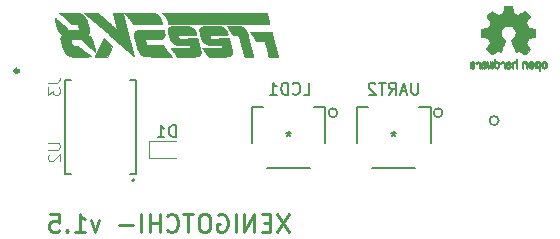
<source format=gbr>
G04 #@! TF.GenerationSoftware,KiCad,Pcbnew,(5.1.5)-3*
G04 #@! TF.CreationDate,2021-08-13T16:15:14-07:00*
G04 #@! TF.ProjectId,Xenigotchi-v1.5,58656e69-676f-4746-9368-692d76312e35,rev?*
G04 #@! TF.SameCoordinates,Original*
G04 #@! TF.FileFunction,Legend,Bot*
G04 #@! TF.FilePolarity,Positive*
%FSLAX46Y46*%
G04 Gerber Fmt 4.6, Leading zero omitted, Abs format (unit mm)*
G04 Created by KiCad (PCBNEW (5.1.5)-3) date 2021-08-13 16:15:14*
%MOMM*%
%LPD*%
G04 APERTURE LIST*
%ADD10C,0.250000*%
%ADD11C,0.010000*%
%ADD12C,0.152400*%
%ADD13C,0.300000*%
%ADD14C,0.120000*%
%ADD15C,0.200000*%
%ADD16C,0.150000*%
%ADD17C,0.015000*%
G04 APERTURE END LIST*
D10*
X166723214Y-114578571D02*
X165723214Y-116078571D01*
X165723214Y-114578571D02*
X166723214Y-116078571D01*
X165151785Y-115292857D02*
X164651785Y-115292857D01*
X164437500Y-116078571D02*
X165151785Y-116078571D01*
X165151785Y-114578571D01*
X164437500Y-114578571D01*
X163794642Y-116078571D02*
X163794642Y-114578571D01*
X162937500Y-116078571D01*
X162937500Y-114578571D01*
X162223214Y-116078571D02*
X162223214Y-114578571D01*
X160723214Y-114650000D02*
X160866071Y-114578571D01*
X161080357Y-114578571D01*
X161294642Y-114650000D01*
X161437500Y-114792857D01*
X161508928Y-114935714D01*
X161580357Y-115221428D01*
X161580357Y-115435714D01*
X161508928Y-115721428D01*
X161437500Y-115864285D01*
X161294642Y-116007142D01*
X161080357Y-116078571D01*
X160937500Y-116078571D01*
X160723214Y-116007142D01*
X160651785Y-115935714D01*
X160651785Y-115435714D01*
X160937500Y-115435714D01*
X159723214Y-114578571D02*
X159437500Y-114578571D01*
X159294642Y-114650000D01*
X159151785Y-114792857D01*
X159080357Y-115078571D01*
X159080357Y-115578571D01*
X159151785Y-115864285D01*
X159294642Y-116007142D01*
X159437500Y-116078571D01*
X159723214Y-116078571D01*
X159866071Y-116007142D01*
X160008928Y-115864285D01*
X160080357Y-115578571D01*
X160080357Y-115078571D01*
X160008928Y-114792857D01*
X159866071Y-114650000D01*
X159723214Y-114578571D01*
X158651785Y-114578571D02*
X157794642Y-114578571D01*
X158223214Y-116078571D02*
X158223214Y-114578571D01*
X156437500Y-115935714D02*
X156508928Y-116007142D01*
X156723214Y-116078571D01*
X156866071Y-116078571D01*
X157080357Y-116007142D01*
X157223214Y-115864285D01*
X157294642Y-115721428D01*
X157366071Y-115435714D01*
X157366071Y-115221428D01*
X157294642Y-114935714D01*
X157223214Y-114792857D01*
X157080357Y-114650000D01*
X156866071Y-114578571D01*
X156723214Y-114578571D01*
X156508928Y-114650000D01*
X156437500Y-114721428D01*
X155794642Y-116078571D02*
X155794642Y-114578571D01*
X155794642Y-115292857D02*
X154937500Y-115292857D01*
X154937500Y-116078571D02*
X154937500Y-114578571D01*
X154223214Y-116078571D02*
X154223214Y-114578571D01*
X153508928Y-115507142D02*
X152366071Y-115507142D01*
X150651785Y-115078571D02*
X150294642Y-116078571D01*
X149937500Y-115078571D01*
X148580357Y-116078571D02*
X149437500Y-116078571D01*
X149008928Y-116078571D02*
X149008928Y-114578571D01*
X149151785Y-114792857D01*
X149294642Y-114935714D01*
X149437500Y-115007142D01*
X147937500Y-115935714D02*
X147866071Y-116007142D01*
X147937500Y-116078571D01*
X148008928Y-116007142D01*
X147937500Y-115935714D01*
X147937500Y-116078571D01*
X146508928Y-114578571D02*
X147223214Y-114578571D01*
X147294642Y-115292857D01*
X147223214Y-115221428D01*
X147080357Y-115150000D01*
X146723214Y-115150000D01*
X146580357Y-115221428D01*
X146508928Y-115292857D01*
X146437500Y-115435714D01*
X146437500Y-115792857D01*
X146508928Y-115935714D01*
X146580357Y-116007142D01*
X146723214Y-116078571D01*
X147080357Y-116078571D01*
X147223214Y-116007142D01*
X147294642Y-115935714D01*
D11*
G36*
X185196090Y-96942348D02*
G01*
X185117546Y-96942778D01*
X185060702Y-96943942D01*
X185021895Y-96946207D01*
X184997462Y-96949940D01*
X184983738Y-96955506D01*
X184977060Y-96963273D01*
X184973764Y-96973605D01*
X184973444Y-96974943D01*
X184968438Y-96999079D01*
X184959171Y-97046701D01*
X184946608Y-97112741D01*
X184931713Y-97192128D01*
X184915449Y-97279796D01*
X184914881Y-97282875D01*
X184898590Y-97368789D01*
X184883348Y-97444696D01*
X184870139Y-97506045D01*
X184859946Y-97548282D01*
X184853752Y-97566855D01*
X184853457Y-97567184D01*
X184835212Y-97576253D01*
X184797595Y-97591367D01*
X184748729Y-97609262D01*
X184748457Y-97609358D01*
X184686907Y-97632493D01*
X184614343Y-97661965D01*
X184545943Y-97691597D01*
X184542706Y-97693062D01*
X184431298Y-97743626D01*
X184184601Y-97575160D01*
X184108923Y-97523803D01*
X184040369Y-97477889D01*
X183982912Y-97440030D01*
X183940524Y-97412837D01*
X183917175Y-97398921D01*
X183914958Y-97397889D01*
X183897990Y-97402484D01*
X183866299Y-97424655D01*
X183818648Y-97465447D01*
X183753802Y-97525905D01*
X183687603Y-97590227D01*
X183623786Y-97653612D01*
X183566671Y-97711451D01*
X183519695Y-97760175D01*
X183486297Y-97796210D01*
X183469915Y-97815984D01*
X183469306Y-97817002D01*
X183467495Y-97830572D01*
X183474317Y-97852733D01*
X183491460Y-97886478D01*
X183520607Y-97934800D01*
X183563445Y-98000692D01*
X183620552Y-98085517D01*
X183671234Y-98160177D01*
X183716539Y-98227140D01*
X183753850Y-98282516D01*
X183780548Y-98322420D01*
X183794015Y-98342962D01*
X183794863Y-98344356D01*
X183793219Y-98364038D01*
X183780755Y-98402293D01*
X183759952Y-98451889D01*
X183752538Y-98467728D01*
X183720186Y-98538290D01*
X183685672Y-98618353D01*
X183657635Y-98687629D01*
X183637432Y-98739045D01*
X183621385Y-98778119D01*
X183612112Y-98798541D01*
X183610959Y-98800114D01*
X183593904Y-98802721D01*
X183553702Y-98809863D01*
X183495698Y-98820523D01*
X183425237Y-98833685D01*
X183347665Y-98848333D01*
X183268328Y-98863449D01*
X183192569Y-98878018D01*
X183125736Y-98891022D01*
X183073172Y-98901445D01*
X183040224Y-98908270D01*
X183032143Y-98910199D01*
X183023795Y-98914962D01*
X183017494Y-98925718D01*
X183012955Y-98946098D01*
X183009896Y-98979734D01*
X183008033Y-99030255D01*
X183007082Y-99101292D01*
X183006760Y-99196476D01*
X183006743Y-99235492D01*
X183006743Y-99552799D01*
X183082943Y-99567839D01*
X183125337Y-99575995D01*
X183188600Y-99587899D01*
X183265038Y-99602116D01*
X183346957Y-99617210D01*
X183369600Y-99621355D01*
X183445194Y-99636053D01*
X183511047Y-99650505D01*
X183561634Y-99663375D01*
X183591426Y-99673322D01*
X183596388Y-99676287D01*
X183608574Y-99697283D01*
X183626047Y-99737967D01*
X183645423Y-99790322D01*
X183649266Y-99801600D01*
X183674661Y-99871523D01*
X183706183Y-99950418D01*
X183737031Y-100021266D01*
X183737183Y-100021595D01*
X183788553Y-100132733D01*
X183619601Y-100381253D01*
X183450648Y-100629772D01*
X183667571Y-100847058D01*
X183733181Y-100911726D01*
X183793021Y-100968733D01*
X183843733Y-101015033D01*
X183881954Y-101047584D01*
X183904325Y-101063343D01*
X183907534Y-101064343D01*
X183926374Y-101056469D01*
X183964820Y-101034578D01*
X184018670Y-101001267D01*
X184083724Y-100959131D01*
X184154060Y-100911943D01*
X184225445Y-100863810D01*
X184289092Y-100821928D01*
X184340959Y-100788871D01*
X184377005Y-100767218D01*
X184393133Y-100759543D01*
X184412811Y-100766037D01*
X184450125Y-100783150D01*
X184497379Y-100807326D01*
X184502388Y-100810013D01*
X184566023Y-100841927D01*
X184609659Y-100857579D01*
X184636798Y-100857745D01*
X184650943Y-100843204D01*
X184651025Y-100843000D01*
X184658095Y-100825779D01*
X184674958Y-100784899D01*
X184700305Y-100723525D01*
X184732829Y-100644819D01*
X184771222Y-100551947D01*
X184814178Y-100448072D01*
X184855778Y-100347502D01*
X184901496Y-100236516D01*
X184943474Y-100133703D01*
X184980452Y-100042215D01*
X185011173Y-99965201D01*
X185034378Y-99905815D01*
X185048810Y-99867209D01*
X185053257Y-99852800D01*
X185042104Y-99836272D01*
X185012931Y-99809930D01*
X184974029Y-99780887D01*
X184863243Y-99689039D01*
X184776649Y-99583759D01*
X184715284Y-99467266D01*
X184680185Y-99341776D01*
X184672392Y-99209507D01*
X184678057Y-99148457D01*
X184708922Y-99021795D01*
X184762080Y-98909941D01*
X184834233Y-98814001D01*
X184922083Y-98735076D01*
X185022335Y-98674270D01*
X185131690Y-98632687D01*
X185246853Y-98611428D01*
X185364525Y-98611599D01*
X185481410Y-98634301D01*
X185594211Y-98680638D01*
X185699631Y-98751713D01*
X185743632Y-98791911D01*
X185828021Y-98895129D01*
X185886778Y-99007925D01*
X185920296Y-99127010D01*
X185928965Y-99249095D01*
X185913177Y-99370893D01*
X185873322Y-99489116D01*
X185809793Y-99600475D01*
X185722979Y-99701684D01*
X185625971Y-99780887D01*
X185585563Y-99811162D01*
X185557018Y-99837219D01*
X185546743Y-99852825D01*
X185552123Y-99869843D01*
X185567425Y-99910500D01*
X185591388Y-99971642D01*
X185622756Y-100050119D01*
X185660268Y-100142780D01*
X185702667Y-100246472D01*
X185744337Y-100347526D01*
X185790310Y-100458607D01*
X185832893Y-100561541D01*
X185870779Y-100653165D01*
X185902660Y-100730316D01*
X185927229Y-100789831D01*
X185943180Y-100828544D01*
X185949090Y-100843000D01*
X185963052Y-100857685D01*
X185990060Y-100857642D01*
X186033587Y-100842099D01*
X186097110Y-100810284D01*
X186097612Y-100810013D01*
X186145440Y-100785323D01*
X186184103Y-100767338D01*
X186205905Y-100759614D01*
X186206867Y-100759543D01*
X186223279Y-100767378D01*
X186259513Y-100789165D01*
X186311526Y-100822328D01*
X186375275Y-100864291D01*
X186445940Y-100911943D01*
X186517884Y-100960191D01*
X186582726Y-101002151D01*
X186636265Y-101035227D01*
X186674303Y-101056821D01*
X186692467Y-101064343D01*
X186709192Y-101054457D01*
X186742820Y-101026826D01*
X186789990Y-100984495D01*
X186847342Y-100930505D01*
X186911516Y-100867899D01*
X186932503Y-100846983D01*
X187149501Y-100629623D01*
X186984332Y-100387220D01*
X186934136Y-100312781D01*
X186890081Y-100245972D01*
X186854638Y-100190665D01*
X186830281Y-100150729D01*
X186819478Y-100130036D01*
X186819162Y-100128563D01*
X186824857Y-100109058D01*
X186840174Y-100069822D01*
X186862463Y-100017430D01*
X186878107Y-99982355D01*
X186907359Y-99915201D01*
X186934906Y-99847358D01*
X186956263Y-99790034D01*
X186962065Y-99772572D01*
X186978548Y-99725938D01*
X186994660Y-99689905D01*
X187003510Y-99676287D01*
X187023040Y-99667952D01*
X187065666Y-99656137D01*
X187125855Y-99642181D01*
X187198078Y-99627422D01*
X187230400Y-99621355D01*
X187312478Y-99606273D01*
X187391205Y-99591669D01*
X187458891Y-99578980D01*
X187507840Y-99569642D01*
X187517057Y-99567839D01*
X187593257Y-99552799D01*
X187593257Y-99235492D01*
X187593086Y-99131154D01*
X187592384Y-99052213D01*
X187590866Y-98995038D01*
X187588251Y-98955999D01*
X187584254Y-98931465D01*
X187578591Y-98917805D01*
X187570980Y-98911389D01*
X187567857Y-98910199D01*
X187549022Y-98905980D01*
X187507412Y-98897562D01*
X187448370Y-98885961D01*
X187377243Y-98872195D01*
X187299375Y-98857280D01*
X187220113Y-98842232D01*
X187144802Y-98828069D01*
X187078787Y-98815806D01*
X187027413Y-98806461D01*
X186996025Y-98801050D01*
X186989041Y-98800114D01*
X186982715Y-98787596D01*
X186968710Y-98754246D01*
X186949645Y-98706377D01*
X186942366Y-98687629D01*
X186913004Y-98615195D01*
X186878429Y-98535170D01*
X186847463Y-98467728D01*
X186824677Y-98416159D01*
X186809518Y-98373785D01*
X186804458Y-98347834D01*
X186805264Y-98344356D01*
X186815959Y-98327936D01*
X186840380Y-98291417D01*
X186875905Y-98238687D01*
X186919913Y-98173635D01*
X186969783Y-98100151D01*
X186979644Y-98085645D01*
X187037508Y-97999704D01*
X187080044Y-97934261D01*
X187108946Y-97886304D01*
X187125910Y-97852820D01*
X187132633Y-97830795D01*
X187130810Y-97817217D01*
X187130764Y-97817131D01*
X187116414Y-97799297D01*
X187084677Y-97764817D01*
X187038990Y-97717268D01*
X186982796Y-97660222D01*
X186919532Y-97597255D01*
X186912398Y-97590227D01*
X186832670Y-97513020D01*
X186771143Y-97456330D01*
X186726579Y-97419110D01*
X186697743Y-97400315D01*
X186685042Y-97397889D01*
X186666506Y-97408471D01*
X186628039Y-97432916D01*
X186573614Y-97468612D01*
X186507202Y-97512947D01*
X186432775Y-97563311D01*
X186415399Y-97575160D01*
X186168703Y-97743626D01*
X186057294Y-97693062D01*
X185989543Y-97663595D01*
X185916817Y-97633959D01*
X185854297Y-97610330D01*
X185851543Y-97609358D01*
X185802640Y-97591457D01*
X185764943Y-97576320D01*
X185746575Y-97567210D01*
X185746544Y-97567184D01*
X185740715Y-97550717D01*
X185730808Y-97510219D01*
X185717805Y-97450242D01*
X185702691Y-97375340D01*
X185686448Y-97290064D01*
X185685119Y-97282875D01*
X185668825Y-97195014D01*
X185653867Y-97115260D01*
X185641209Y-97048681D01*
X185631814Y-97000347D01*
X185626646Y-96975325D01*
X185626556Y-96974943D01*
X185623411Y-96964299D01*
X185617296Y-96956262D01*
X185604547Y-96950467D01*
X185581500Y-96946547D01*
X185544491Y-96944135D01*
X185489856Y-96942865D01*
X185413933Y-96942371D01*
X185313056Y-96942286D01*
X185300000Y-96942286D01*
X185196090Y-96942348D01*
G37*
X185196090Y-96942348D02*
X185117546Y-96942778D01*
X185060702Y-96943942D01*
X185021895Y-96946207D01*
X184997462Y-96949940D01*
X184983738Y-96955506D01*
X184977060Y-96963273D01*
X184973764Y-96973605D01*
X184973444Y-96974943D01*
X184968438Y-96999079D01*
X184959171Y-97046701D01*
X184946608Y-97112741D01*
X184931713Y-97192128D01*
X184915449Y-97279796D01*
X184914881Y-97282875D01*
X184898590Y-97368789D01*
X184883348Y-97444696D01*
X184870139Y-97506045D01*
X184859946Y-97548282D01*
X184853752Y-97566855D01*
X184853457Y-97567184D01*
X184835212Y-97576253D01*
X184797595Y-97591367D01*
X184748729Y-97609262D01*
X184748457Y-97609358D01*
X184686907Y-97632493D01*
X184614343Y-97661965D01*
X184545943Y-97691597D01*
X184542706Y-97693062D01*
X184431298Y-97743626D01*
X184184601Y-97575160D01*
X184108923Y-97523803D01*
X184040369Y-97477889D01*
X183982912Y-97440030D01*
X183940524Y-97412837D01*
X183917175Y-97398921D01*
X183914958Y-97397889D01*
X183897990Y-97402484D01*
X183866299Y-97424655D01*
X183818648Y-97465447D01*
X183753802Y-97525905D01*
X183687603Y-97590227D01*
X183623786Y-97653612D01*
X183566671Y-97711451D01*
X183519695Y-97760175D01*
X183486297Y-97796210D01*
X183469915Y-97815984D01*
X183469306Y-97817002D01*
X183467495Y-97830572D01*
X183474317Y-97852733D01*
X183491460Y-97886478D01*
X183520607Y-97934800D01*
X183563445Y-98000692D01*
X183620552Y-98085517D01*
X183671234Y-98160177D01*
X183716539Y-98227140D01*
X183753850Y-98282516D01*
X183780548Y-98322420D01*
X183794015Y-98342962D01*
X183794863Y-98344356D01*
X183793219Y-98364038D01*
X183780755Y-98402293D01*
X183759952Y-98451889D01*
X183752538Y-98467728D01*
X183720186Y-98538290D01*
X183685672Y-98618353D01*
X183657635Y-98687629D01*
X183637432Y-98739045D01*
X183621385Y-98778119D01*
X183612112Y-98798541D01*
X183610959Y-98800114D01*
X183593904Y-98802721D01*
X183553702Y-98809863D01*
X183495698Y-98820523D01*
X183425237Y-98833685D01*
X183347665Y-98848333D01*
X183268328Y-98863449D01*
X183192569Y-98878018D01*
X183125736Y-98891022D01*
X183073172Y-98901445D01*
X183040224Y-98908270D01*
X183032143Y-98910199D01*
X183023795Y-98914962D01*
X183017494Y-98925718D01*
X183012955Y-98946098D01*
X183009896Y-98979734D01*
X183008033Y-99030255D01*
X183007082Y-99101292D01*
X183006760Y-99196476D01*
X183006743Y-99235492D01*
X183006743Y-99552799D01*
X183082943Y-99567839D01*
X183125337Y-99575995D01*
X183188600Y-99587899D01*
X183265038Y-99602116D01*
X183346957Y-99617210D01*
X183369600Y-99621355D01*
X183445194Y-99636053D01*
X183511047Y-99650505D01*
X183561634Y-99663375D01*
X183591426Y-99673322D01*
X183596388Y-99676287D01*
X183608574Y-99697283D01*
X183626047Y-99737967D01*
X183645423Y-99790322D01*
X183649266Y-99801600D01*
X183674661Y-99871523D01*
X183706183Y-99950418D01*
X183737031Y-100021266D01*
X183737183Y-100021595D01*
X183788553Y-100132733D01*
X183619601Y-100381253D01*
X183450648Y-100629772D01*
X183667571Y-100847058D01*
X183733181Y-100911726D01*
X183793021Y-100968733D01*
X183843733Y-101015033D01*
X183881954Y-101047584D01*
X183904325Y-101063343D01*
X183907534Y-101064343D01*
X183926374Y-101056469D01*
X183964820Y-101034578D01*
X184018670Y-101001267D01*
X184083724Y-100959131D01*
X184154060Y-100911943D01*
X184225445Y-100863810D01*
X184289092Y-100821928D01*
X184340959Y-100788871D01*
X184377005Y-100767218D01*
X184393133Y-100759543D01*
X184412811Y-100766037D01*
X184450125Y-100783150D01*
X184497379Y-100807326D01*
X184502388Y-100810013D01*
X184566023Y-100841927D01*
X184609659Y-100857579D01*
X184636798Y-100857745D01*
X184650943Y-100843204D01*
X184651025Y-100843000D01*
X184658095Y-100825779D01*
X184674958Y-100784899D01*
X184700305Y-100723525D01*
X184732829Y-100644819D01*
X184771222Y-100551947D01*
X184814178Y-100448072D01*
X184855778Y-100347502D01*
X184901496Y-100236516D01*
X184943474Y-100133703D01*
X184980452Y-100042215D01*
X185011173Y-99965201D01*
X185034378Y-99905815D01*
X185048810Y-99867209D01*
X185053257Y-99852800D01*
X185042104Y-99836272D01*
X185012931Y-99809930D01*
X184974029Y-99780887D01*
X184863243Y-99689039D01*
X184776649Y-99583759D01*
X184715284Y-99467266D01*
X184680185Y-99341776D01*
X184672392Y-99209507D01*
X184678057Y-99148457D01*
X184708922Y-99021795D01*
X184762080Y-98909941D01*
X184834233Y-98814001D01*
X184922083Y-98735076D01*
X185022335Y-98674270D01*
X185131690Y-98632687D01*
X185246853Y-98611428D01*
X185364525Y-98611599D01*
X185481410Y-98634301D01*
X185594211Y-98680638D01*
X185699631Y-98751713D01*
X185743632Y-98791911D01*
X185828021Y-98895129D01*
X185886778Y-99007925D01*
X185920296Y-99127010D01*
X185928965Y-99249095D01*
X185913177Y-99370893D01*
X185873322Y-99489116D01*
X185809793Y-99600475D01*
X185722979Y-99701684D01*
X185625971Y-99780887D01*
X185585563Y-99811162D01*
X185557018Y-99837219D01*
X185546743Y-99852825D01*
X185552123Y-99869843D01*
X185567425Y-99910500D01*
X185591388Y-99971642D01*
X185622756Y-100050119D01*
X185660268Y-100142780D01*
X185702667Y-100246472D01*
X185744337Y-100347526D01*
X185790310Y-100458607D01*
X185832893Y-100561541D01*
X185870779Y-100653165D01*
X185902660Y-100730316D01*
X185927229Y-100789831D01*
X185943180Y-100828544D01*
X185949090Y-100843000D01*
X185963052Y-100857685D01*
X185990060Y-100857642D01*
X186033587Y-100842099D01*
X186097110Y-100810284D01*
X186097612Y-100810013D01*
X186145440Y-100785323D01*
X186184103Y-100767338D01*
X186205905Y-100759614D01*
X186206867Y-100759543D01*
X186223279Y-100767378D01*
X186259513Y-100789165D01*
X186311526Y-100822328D01*
X186375275Y-100864291D01*
X186445940Y-100911943D01*
X186517884Y-100960191D01*
X186582726Y-101002151D01*
X186636265Y-101035227D01*
X186674303Y-101056821D01*
X186692467Y-101064343D01*
X186709192Y-101054457D01*
X186742820Y-101026826D01*
X186789990Y-100984495D01*
X186847342Y-100930505D01*
X186911516Y-100867899D01*
X186932503Y-100846983D01*
X187149501Y-100629623D01*
X186984332Y-100387220D01*
X186934136Y-100312781D01*
X186890081Y-100245972D01*
X186854638Y-100190665D01*
X186830281Y-100150729D01*
X186819478Y-100130036D01*
X186819162Y-100128563D01*
X186824857Y-100109058D01*
X186840174Y-100069822D01*
X186862463Y-100017430D01*
X186878107Y-99982355D01*
X186907359Y-99915201D01*
X186934906Y-99847358D01*
X186956263Y-99790034D01*
X186962065Y-99772572D01*
X186978548Y-99725938D01*
X186994660Y-99689905D01*
X187003510Y-99676287D01*
X187023040Y-99667952D01*
X187065666Y-99656137D01*
X187125855Y-99642181D01*
X187198078Y-99627422D01*
X187230400Y-99621355D01*
X187312478Y-99606273D01*
X187391205Y-99591669D01*
X187458891Y-99578980D01*
X187507840Y-99569642D01*
X187517057Y-99567839D01*
X187593257Y-99552799D01*
X187593257Y-99235492D01*
X187593086Y-99131154D01*
X187592384Y-99052213D01*
X187590866Y-98995038D01*
X187588251Y-98955999D01*
X187584254Y-98931465D01*
X187578591Y-98917805D01*
X187570980Y-98911389D01*
X187567857Y-98910199D01*
X187549022Y-98905980D01*
X187507412Y-98897562D01*
X187448370Y-98885961D01*
X187377243Y-98872195D01*
X187299375Y-98857280D01*
X187220113Y-98842232D01*
X187144802Y-98828069D01*
X187078787Y-98815806D01*
X187027413Y-98806461D01*
X186996025Y-98801050D01*
X186989041Y-98800114D01*
X186982715Y-98787596D01*
X186968710Y-98754246D01*
X186949645Y-98706377D01*
X186942366Y-98687629D01*
X186913004Y-98615195D01*
X186878429Y-98535170D01*
X186847463Y-98467728D01*
X186824677Y-98416159D01*
X186809518Y-98373785D01*
X186804458Y-98347834D01*
X186805264Y-98344356D01*
X186815959Y-98327936D01*
X186840380Y-98291417D01*
X186875905Y-98238687D01*
X186919913Y-98173635D01*
X186969783Y-98100151D01*
X186979644Y-98085645D01*
X187037508Y-97999704D01*
X187080044Y-97934261D01*
X187108946Y-97886304D01*
X187125910Y-97852820D01*
X187132633Y-97830795D01*
X187130810Y-97817217D01*
X187130764Y-97817131D01*
X187116414Y-97799297D01*
X187084677Y-97764817D01*
X187038990Y-97717268D01*
X186982796Y-97660222D01*
X186919532Y-97597255D01*
X186912398Y-97590227D01*
X186832670Y-97513020D01*
X186771143Y-97456330D01*
X186726579Y-97419110D01*
X186697743Y-97400315D01*
X186685042Y-97397889D01*
X186666506Y-97408471D01*
X186628039Y-97432916D01*
X186573614Y-97468612D01*
X186507202Y-97512947D01*
X186432775Y-97563311D01*
X186415399Y-97575160D01*
X186168703Y-97743626D01*
X186057294Y-97693062D01*
X185989543Y-97663595D01*
X185916817Y-97633959D01*
X185854297Y-97610330D01*
X185851543Y-97609358D01*
X185802640Y-97591457D01*
X185764943Y-97576320D01*
X185746575Y-97567210D01*
X185746544Y-97567184D01*
X185740715Y-97550717D01*
X185730808Y-97510219D01*
X185717805Y-97450242D01*
X185702691Y-97375340D01*
X185686448Y-97290064D01*
X185685119Y-97282875D01*
X185668825Y-97195014D01*
X185653867Y-97115260D01*
X185641209Y-97048681D01*
X185631814Y-97000347D01*
X185626646Y-96975325D01*
X185626556Y-96974943D01*
X185623411Y-96964299D01*
X185617296Y-96956262D01*
X185604547Y-96950467D01*
X185581500Y-96946547D01*
X185544491Y-96944135D01*
X185489856Y-96942865D01*
X185413933Y-96942371D01*
X185313056Y-96942286D01*
X185300000Y-96942286D01*
X185196090Y-96942348D01*
G36*
X182146405Y-101666966D02*
G01*
X182088979Y-101704497D01*
X182061281Y-101738096D01*
X182039338Y-101799064D01*
X182037595Y-101847308D01*
X182041543Y-101911816D01*
X182190314Y-101976934D01*
X182262651Y-102010202D01*
X182309916Y-102036964D01*
X182334493Y-102060144D01*
X182338763Y-102082667D01*
X182325111Y-102107455D01*
X182310057Y-102123886D01*
X182266254Y-102150235D01*
X182218611Y-102152081D01*
X182174855Y-102131546D01*
X182142711Y-102090752D01*
X182136962Y-102076347D01*
X182109424Y-102031356D01*
X182077742Y-102012182D01*
X182034286Y-101995779D01*
X182034286Y-102057966D01*
X182038128Y-102100283D01*
X182053177Y-102135969D01*
X182084720Y-102176943D01*
X182089408Y-102182267D01*
X182124494Y-102218720D01*
X182154653Y-102238283D01*
X182192385Y-102247283D01*
X182223665Y-102250230D01*
X182279615Y-102250965D01*
X182319445Y-102241660D01*
X182344292Y-102227846D01*
X182383344Y-102197467D01*
X182410375Y-102164613D01*
X182427483Y-102123294D01*
X182436762Y-102067521D01*
X182440307Y-101991305D01*
X182440590Y-101952622D01*
X182439628Y-101906247D01*
X182351993Y-101906247D01*
X182350977Y-101931126D01*
X182348444Y-101935200D01*
X182331726Y-101929665D01*
X182295751Y-101915017D01*
X182247669Y-101894190D01*
X182237614Y-101889714D01*
X182176848Y-101858814D01*
X182143368Y-101831657D01*
X182136010Y-101806220D01*
X182153609Y-101780481D01*
X182168144Y-101769109D01*
X182220590Y-101746364D01*
X182269678Y-101750122D01*
X182310773Y-101777884D01*
X182339242Y-101827152D01*
X182348369Y-101866257D01*
X182351993Y-101906247D01*
X182439628Y-101906247D01*
X182438715Y-101862249D01*
X182431804Y-101795384D01*
X182418116Y-101746695D01*
X182395904Y-101710849D01*
X182363426Y-101682513D01*
X182349267Y-101673355D01*
X182284947Y-101649507D01*
X182214527Y-101648006D01*
X182146405Y-101666966D01*
G37*
X182146405Y-101666966D02*
X182088979Y-101704497D01*
X182061281Y-101738096D01*
X182039338Y-101799064D01*
X182037595Y-101847308D01*
X182041543Y-101911816D01*
X182190314Y-101976934D01*
X182262651Y-102010202D01*
X182309916Y-102036964D01*
X182334493Y-102060144D01*
X182338763Y-102082667D01*
X182325111Y-102107455D01*
X182310057Y-102123886D01*
X182266254Y-102150235D01*
X182218611Y-102152081D01*
X182174855Y-102131546D01*
X182142711Y-102090752D01*
X182136962Y-102076347D01*
X182109424Y-102031356D01*
X182077742Y-102012182D01*
X182034286Y-101995779D01*
X182034286Y-102057966D01*
X182038128Y-102100283D01*
X182053177Y-102135969D01*
X182084720Y-102176943D01*
X182089408Y-102182267D01*
X182124494Y-102218720D01*
X182154653Y-102238283D01*
X182192385Y-102247283D01*
X182223665Y-102250230D01*
X182279615Y-102250965D01*
X182319445Y-102241660D01*
X182344292Y-102227846D01*
X182383344Y-102197467D01*
X182410375Y-102164613D01*
X182427483Y-102123294D01*
X182436762Y-102067521D01*
X182440307Y-101991305D01*
X182440590Y-101952622D01*
X182439628Y-101906247D01*
X182351993Y-101906247D01*
X182350977Y-101931126D01*
X182348444Y-101935200D01*
X182331726Y-101929665D01*
X182295751Y-101915017D01*
X182247669Y-101894190D01*
X182237614Y-101889714D01*
X182176848Y-101858814D01*
X182143368Y-101831657D01*
X182136010Y-101806220D01*
X182153609Y-101780481D01*
X182168144Y-101769109D01*
X182220590Y-101746364D01*
X182269678Y-101750122D01*
X182310773Y-101777884D01*
X182339242Y-101827152D01*
X182348369Y-101866257D01*
X182351993Y-101906247D01*
X182439628Y-101906247D01*
X182438715Y-101862249D01*
X182431804Y-101795384D01*
X182418116Y-101746695D01*
X182395904Y-101710849D01*
X182363426Y-101682513D01*
X182349267Y-101673355D01*
X182284947Y-101649507D01*
X182214527Y-101648006D01*
X182146405Y-101666966D01*
G36*
X182647400Y-101658752D02*
G01*
X182630052Y-101666334D01*
X182588644Y-101699128D01*
X182553235Y-101746547D01*
X182531336Y-101797151D01*
X182527771Y-101822098D01*
X182539721Y-101856927D01*
X182565933Y-101875357D01*
X182594036Y-101886516D01*
X182606905Y-101888572D01*
X182613171Y-101873649D01*
X182625544Y-101841175D01*
X182630972Y-101826502D01*
X182661410Y-101775744D01*
X182705480Y-101750427D01*
X182761990Y-101751206D01*
X182766175Y-101752203D01*
X182796345Y-101766507D01*
X182818524Y-101794393D01*
X182833673Y-101839287D01*
X182842750Y-101904615D01*
X182846714Y-101993804D01*
X182847086Y-102041261D01*
X182847270Y-102116071D01*
X182848478Y-102167069D01*
X182851691Y-102199471D01*
X182857891Y-102218495D01*
X182868060Y-102229356D01*
X182883181Y-102237272D01*
X182884054Y-102237670D01*
X182913172Y-102249981D01*
X182927597Y-102254514D01*
X182929814Y-102240809D01*
X182931711Y-102202925D01*
X182933153Y-102145715D01*
X182934002Y-102074027D01*
X182934171Y-102021565D01*
X182933308Y-101920047D01*
X182929930Y-101843032D01*
X182922858Y-101786023D01*
X182910912Y-101744526D01*
X182892910Y-101714043D01*
X182867673Y-101690080D01*
X182842753Y-101673355D01*
X182782829Y-101651097D01*
X182713089Y-101646076D01*
X182647400Y-101658752D01*
G37*
X182647400Y-101658752D02*
X182630052Y-101666334D01*
X182588644Y-101699128D01*
X182553235Y-101746547D01*
X182531336Y-101797151D01*
X182527771Y-101822098D01*
X182539721Y-101856927D01*
X182565933Y-101875357D01*
X182594036Y-101886516D01*
X182606905Y-101888572D01*
X182613171Y-101873649D01*
X182625544Y-101841175D01*
X182630972Y-101826502D01*
X182661410Y-101775744D01*
X182705480Y-101750427D01*
X182761990Y-101751206D01*
X182766175Y-101752203D01*
X182796345Y-101766507D01*
X182818524Y-101794393D01*
X182833673Y-101839287D01*
X182842750Y-101904615D01*
X182846714Y-101993804D01*
X182847086Y-102041261D01*
X182847270Y-102116071D01*
X182848478Y-102167069D01*
X182851691Y-102199471D01*
X182857891Y-102218495D01*
X182868060Y-102229356D01*
X182883181Y-102237272D01*
X182884054Y-102237670D01*
X182913172Y-102249981D01*
X182927597Y-102254514D01*
X182929814Y-102240809D01*
X182931711Y-102202925D01*
X182933153Y-102145715D01*
X182934002Y-102074027D01*
X182934171Y-102021565D01*
X182933308Y-101920047D01*
X182929930Y-101843032D01*
X182922858Y-101786023D01*
X182910912Y-101744526D01*
X182892910Y-101714043D01*
X182867673Y-101690080D01*
X182842753Y-101673355D01*
X182782829Y-101651097D01*
X182713089Y-101646076D01*
X182647400Y-101658752D01*
G36*
X183155124Y-101656335D02*
G01*
X183113333Y-101675344D01*
X183080531Y-101698378D01*
X183056497Y-101724133D01*
X183039903Y-101757358D01*
X183029423Y-101802800D01*
X183023729Y-101865207D01*
X183021493Y-101949327D01*
X183021257Y-102004721D01*
X183021257Y-102220826D01*
X183058226Y-102237670D01*
X183087344Y-102249981D01*
X183101769Y-102254514D01*
X183104528Y-102241025D01*
X183106718Y-102204653D01*
X183108058Y-102151542D01*
X183108343Y-102109372D01*
X183109566Y-102048447D01*
X183112864Y-102000115D01*
X183117679Y-101970518D01*
X183121504Y-101964229D01*
X183147217Y-101970652D01*
X183187582Y-101987125D01*
X183234321Y-102009458D01*
X183279155Y-102033457D01*
X183313807Y-102054930D01*
X183329998Y-102069685D01*
X183330062Y-102069845D01*
X183328670Y-102097152D01*
X183316182Y-102123219D01*
X183294257Y-102144392D01*
X183262257Y-102151474D01*
X183234908Y-102150649D01*
X183196174Y-102150042D01*
X183175842Y-102159116D01*
X183163631Y-102183092D01*
X183162091Y-102187613D01*
X183156797Y-102221806D01*
X183170953Y-102242568D01*
X183207852Y-102252462D01*
X183247711Y-102254292D01*
X183319438Y-102240727D01*
X183356568Y-102221355D01*
X183402424Y-102175845D01*
X183426744Y-102119983D01*
X183428927Y-102060957D01*
X183408371Y-102005953D01*
X183377451Y-101971486D01*
X183346580Y-101952189D01*
X183298058Y-101927759D01*
X183241515Y-101902985D01*
X183232090Y-101899199D01*
X183169981Y-101871791D01*
X183134178Y-101847634D01*
X183122663Y-101823619D01*
X183133420Y-101796635D01*
X183151886Y-101775543D01*
X183195531Y-101749572D01*
X183243554Y-101747624D01*
X183287594Y-101767637D01*
X183319291Y-101807551D01*
X183323451Y-101817848D01*
X183347673Y-101855724D01*
X183383035Y-101883842D01*
X183427657Y-101906917D01*
X183427657Y-101841485D01*
X183425031Y-101801506D01*
X183413770Y-101769997D01*
X183388801Y-101736378D01*
X183364831Y-101710484D01*
X183327559Y-101673817D01*
X183298599Y-101654121D01*
X183267495Y-101646220D01*
X183232287Y-101644914D01*
X183155124Y-101656335D01*
G37*
X183155124Y-101656335D02*
X183113333Y-101675344D01*
X183080531Y-101698378D01*
X183056497Y-101724133D01*
X183039903Y-101757358D01*
X183029423Y-101802800D01*
X183023729Y-101865207D01*
X183021493Y-101949327D01*
X183021257Y-102004721D01*
X183021257Y-102220826D01*
X183058226Y-102237670D01*
X183087344Y-102249981D01*
X183101769Y-102254514D01*
X183104528Y-102241025D01*
X183106718Y-102204653D01*
X183108058Y-102151542D01*
X183108343Y-102109372D01*
X183109566Y-102048447D01*
X183112864Y-102000115D01*
X183117679Y-101970518D01*
X183121504Y-101964229D01*
X183147217Y-101970652D01*
X183187582Y-101987125D01*
X183234321Y-102009458D01*
X183279155Y-102033457D01*
X183313807Y-102054930D01*
X183329998Y-102069685D01*
X183330062Y-102069845D01*
X183328670Y-102097152D01*
X183316182Y-102123219D01*
X183294257Y-102144392D01*
X183262257Y-102151474D01*
X183234908Y-102150649D01*
X183196174Y-102150042D01*
X183175842Y-102159116D01*
X183163631Y-102183092D01*
X183162091Y-102187613D01*
X183156797Y-102221806D01*
X183170953Y-102242568D01*
X183207852Y-102252462D01*
X183247711Y-102254292D01*
X183319438Y-102240727D01*
X183356568Y-102221355D01*
X183402424Y-102175845D01*
X183426744Y-102119983D01*
X183428927Y-102060957D01*
X183408371Y-102005953D01*
X183377451Y-101971486D01*
X183346580Y-101952189D01*
X183298058Y-101927759D01*
X183241515Y-101902985D01*
X183232090Y-101899199D01*
X183169981Y-101871791D01*
X183134178Y-101847634D01*
X183122663Y-101823619D01*
X183133420Y-101796635D01*
X183151886Y-101775543D01*
X183195531Y-101749572D01*
X183243554Y-101747624D01*
X183287594Y-101767637D01*
X183319291Y-101807551D01*
X183323451Y-101817848D01*
X183347673Y-101855724D01*
X183383035Y-101883842D01*
X183427657Y-101906917D01*
X183427657Y-101841485D01*
X183425031Y-101801506D01*
X183413770Y-101769997D01*
X183388801Y-101736378D01*
X183364831Y-101710484D01*
X183327559Y-101673817D01*
X183298599Y-101654121D01*
X183267495Y-101646220D01*
X183232287Y-101644914D01*
X183155124Y-101656335D01*
G36*
X183520167Y-101658663D02*
G01*
X183517952Y-101696850D01*
X183516216Y-101754886D01*
X183515101Y-101828180D01*
X183514743Y-101905055D01*
X183514743Y-102165196D01*
X183560674Y-102211127D01*
X183592325Y-102239429D01*
X183620110Y-102250893D01*
X183658085Y-102250168D01*
X183673160Y-102248321D01*
X183720274Y-102242948D01*
X183759244Y-102239869D01*
X183768743Y-102239585D01*
X183800767Y-102241445D01*
X183846568Y-102246114D01*
X183864326Y-102248321D01*
X183907943Y-102251735D01*
X183937255Y-102244320D01*
X183966320Y-102221427D01*
X183976812Y-102211127D01*
X184022743Y-102165196D01*
X184022743Y-101678602D01*
X183985774Y-101661758D01*
X183953941Y-101649282D01*
X183935317Y-101644914D01*
X183930542Y-101658718D01*
X183926079Y-101697286D01*
X183922225Y-101756356D01*
X183919278Y-101831663D01*
X183917857Y-101895286D01*
X183913886Y-102145657D01*
X183879241Y-102150556D01*
X183847732Y-102147131D01*
X183832292Y-102136041D01*
X183827977Y-102115308D01*
X183824292Y-102071145D01*
X183821531Y-102009146D01*
X183819988Y-101934909D01*
X183819765Y-101896706D01*
X183819543Y-101676783D01*
X183773834Y-101660849D01*
X183741482Y-101650015D01*
X183723885Y-101644962D01*
X183723377Y-101644914D01*
X183721612Y-101658648D01*
X183719671Y-101696730D01*
X183717718Y-101754482D01*
X183715916Y-101827227D01*
X183714657Y-101895286D01*
X183710686Y-102145657D01*
X183623600Y-102145657D01*
X183619604Y-101917240D01*
X183615608Y-101688822D01*
X183573153Y-101666868D01*
X183541808Y-101651793D01*
X183523256Y-101644951D01*
X183522721Y-101644914D01*
X183520167Y-101658663D01*
G37*
X183520167Y-101658663D02*
X183517952Y-101696850D01*
X183516216Y-101754886D01*
X183515101Y-101828180D01*
X183514743Y-101905055D01*
X183514743Y-102165196D01*
X183560674Y-102211127D01*
X183592325Y-102239429D01*
X183620110Y-102250893D01*
X183658085Y-102250168D01*
X183673160Y-102248321D01*
X183720274Y-102242948D01*
X183759244Y-102239869D01*
X183768743Y-102239585D01*
X183800767Y-102241445D01*
X183846568Y-102246114D01*
X183864326Y-102248321D01*
X183907943Y-102251735D01*
X183937255Y-102244320D01*
X183966320Y-102221427D01*
X183976812Y-102211127D01*
X184022743Y-102165196D01*
X184022743Y-101678602D01*
X183985774Y-101661758D01*
X183953941Y-101649282D01*
X183935317Y-101644914D01*
X183930542Y-101658718D01*
X183926079Y-101697286D01*
X183922225Y-101756356D01*
X183919278Y-101831663D01*
X183917857Y-101895286D01*
X183913886Y-102145657D01*
X183879241Y-102150556D01*
X183847732Y-102147131D01*
X183832292Y-102136041D01*
X183827977Y-102115308D01*
X183824292Y-102071145D01*
X183821531Y-102009146D01*
X183819988Y-101934909D01*
X183819765Y-101896706D01*
X183819543Y-101676783D01*
X183773834Y-101660849D01*
X183741482Y-101650015D01*
X183723885Y-101644962D01*
X183723377Y-101644914D01*
X183721612Y-101658648D01*
X183719671Y-101696730D01*
X183717718Y-101754482D01*
X183715916Y-101827227D01*
X183714657Y-101895286D01*
X183710686Y-102145657D01*
X183623600Y-102145657D01*
X183619604Y-101917240D01*
X183615608Y-101688822D01*
X183573153Y-101666868D01*
X183541808Y-101651793D01*
X183523256Y-101644951D01*
X183522721Y-101644914D01*
X183520167Y-101658663D01*
G36*
X184109883Y-101765358D02*
G01*
X184110067Y-101873837D01*
X184110781Y-101957287D01*
X184112325Y-102019704D01*
X184114999Y-102065085D01*
X184119106Y-102097429D01*
X184124945Y-102120733D01*
X184132818Y-102138995D01*
X184138779Y-102149418D01*
X184188145Y-102205945D01*
X184250736Y-102241377D01*
X184319987Y-102254090D01*
X184389332Y-102242463D01*
X184430625Y-102221568D01*
X184473975Y-102185422D01*
X184503519Y-102141276D01*
X184521345Y-102083462D01*
X184529537Y-102006313D01*
X184530698Y-101949714D01*
X184530542Y-101945647D01*
X184429143Y-101945647D01*
X184428524Y-102010550D01*
X184425686Y-102053514D01*
X184419160Y-102081622D01*
X184407477Y-102101953D01*
X184393517Y-102117288D01*
X184346635Y-102146890D01*
X184296299Y-102149419D01*
X184248724Y-102124705D01*
X184245021Y-102121356D01*
X184229217Y-102103935D01*
X184219307Y-102083209D01*
X184213942Y-102052362D01*
X184211772Y-102004577D01*
X184211429Y-101951748D01*
X184212173Y-101885381D01*
X184215252Y-101841106D01*
X184221939Y-101812009D01*
X184233504Y-101791173D01*
X184242987Y-101780107D01*
X184287040Y-101752198D01*
X184337776Y-101748843D01*
X184386204Y-101770159D01*
X184395550Y-101778073D01*
X184411460Y-101795647D01*
X184421390Y-101816587D01*
X184426722Y-101847782D01*
X184428837Y-101896122D01*
X184429143Y-101945647D01*
X184530542Y-101945647D01*
X184527190Y-101858568D01*
X184515274Y-101790086D01*
X184492865Y-101738600D01*
X184457876Y-101698443D01*
X184430625Y-101677861D01*
X184381093Y-101655625D01*
X184323684Y-101645304D01*
X184270318Y-101648067D01*
X184240457Y-101659212D01*
X184228739Y-101662383D01*
X184220963Y-101650557D01*
X184215535Y-101618866D01*
X184211429Y-101570593D01*
X184206933Y-101516829D01*
X184200687Y-101484482D01*
X184189324Y-101465985D01*
X184169472Y-101453770D01*
X184157000Y-101448362D01*
X184109829Y-101428601D01*
X184109883Y-101765358D01*
G37*
X184109883Y-101765358D02*
X184110067Y-101873837D01*
X184110781Y-101957287D01*
X184112325Y-102019704D01*
X184114999Y-102065085D01*
X184119106Y-102097429D01*
X184124945Y-102120733D01*
X184132818Y-102138995D01*
X184138779Y-102149418D01*
X184188145Y-102205945D01*
X184250736Y-102241377D01*
X184319987Y-102254090D01*
X184389332Y-102242463D01*
X184430625Y-102221568D01*
X184473975Y-102185422D01*
X184503519Y-102141276D01*
X184521345Y-102083462D01*
X184529537Y-102006313D01*
X184530698Y-101949714D01*
X184530542Y-101945647D01*
X184429143Y-101945647D01*
X184428524Y-102010550D01*
X184425686Y-102053514D01*
X184419160Y-102081622D01*
X184407477Y-102101953D01*
X184393517Y-102117288D01*
X184346635Y-102146890D01*
X184296299Y-102149419D01*
X184248724Y-102124705D01*
X184245021Y-102121356D01*
X184229217Y-102103935D01*
X184219307Y-102083209D01*
X184213942Y-102052362D01*
X184211772Y-102004577D01*
X184211429Y-101951748D01*
X184212173Y-101885381D01*
X184215252Y-101841106D01*
X184221939Y-101812009D01*
X184233504Y-101791173D01*
X184242987Y-101780107D01*
X184287040Y-101752198D01*
X184337776Y-101748843D01*
X184386204Y-101770159D01*
X184395550Y-101778073D01*
X184411460Y-101795647D01*
X184421390Y-101816587D01*
X184426722Y-101847782D01*
X184428837Y-101896122D01*
X184429143Y-101945647D01*
X184530542Y-101945647D01*
X184527190Y-101858568D01*
X184515274Y-101790086D01*
X184492865Y-101738600D01*
X184457876Y-101698443D01*
X184430625Y-101677861D01*
X184381093Y-101655625D01*
X184323684Y-101645304D01*
X184270318Y-101648067D01*
X184240457Y-101659212D01*
X184228739Y-101662383D01*
X184220963Y-101650557D01*
X184215535Y-101618866D01*
X184211429Y-101570593D01*
X184206933Y-101516829D01*
X184200687Y-101484482D01*
X184189324Y-101465985D01*
X184169472Y-101453770D01*
X184157000Y-101448362D01*
X184109829Y-101428601D01*
X184109883Y-101765358D01*
G36*
X184770074Y-101649755D02*
G01*
X184704142Y-101674084D01*
X184650727Y-101717117D01*
X184629836Y-101747409D01*
X184607061Y-101802994D01*
X184607534Y-101843186D01*
X184631438Y-101870217D01*
X184640283Y-101874813D01*
X184678470Y-101889144D01*
X184697972Y-101885472D01*
X184704578Y-101861407D01*
X184704914Y-101848114D01*
X184717008Y-101799210D01*
X184748529Y-101764999D01*
X184792341Y-101748476D01*
X184841305Y-101752634D01*
X184881106Y-101774227D01*
X184894550Y-101786544D01*
X184904079Y-101801487D01*
X184910515Y-101824075D01*
X184914683Y-101859328D01*
X184917403Y-101912266D01*
X184919498Y-101987907D01*
X184920040Y-102011857D01*
X184922019Y-102093790D01*
X184924269Y-102151455D01*
X184927643Y-102189608D01*
X184932994Y-102213004D01*
X184941176Y-102226398D01*
X184953041Y-102234545D01*
X184960638Y-102238144D01*
X184992898Y-102250452D01*
X185011889Y-102254514D01*
X185018164Y-102240948D01*
X185021994Y-102199934D01*
X185023400Y-102130999D01*
X185022402Y-102033669D01*
X185022092Y-102018657D01*
X185019899Y-101929859D01*
X185017307Y-101865019D01*
X185013618Y-101819067D01*
X185008136Y-101786935D01*
X185000165Y-101763553D01*
X184989007Y-101743852D01*
X184983170Y-101735410D01*
X184949704Y-101698057D01*
X184912273Y-101669003D01*
X184907691Y-101666467D01*
X184840574Y-101646443D01*
X184770074Y-101649755D01*
G37*
X184770074Y-101649755D02*
X184704142Y-101674084D01*
X184650727Y-101717117D01*
X184629836Y-101747409D01*
X184607061Y-101802994D01*
X184607534Y-101843186D01*
X184631438Y-101870217D01*
X184640283Y-101874813D01*
X184678470Y-101889144D01*
X184697972Y-101885472D01*
X184704578Y-101861407D01*
X184704914Y-101848114D01*
X184717008Y-101799210D01*
X184748529Y-101764999D01*
X184792341Y-101748476D01*
X184841305Y-101752634D01*
X184881106Y-101774227D01*
X184894550Y-101786544D01*
X184904079Y-101801487D01*
X184910515Y-101824075D01*
X184914683Y-101859328D01*
X184917403Y-101912266D01*
X184919498Y-101987907D01*
X184920040Y-102011857D01*
X184922019Y-102093790D01*
X184924269Y-102151455D01*
X184927643Y-102189608D01*
X184932994Y-102213004D01*
X184941176Y-102226398D01*
X184953041Y-102234545D01*
X184960638Y-102238144D01*
X184992898Y-102250452D01*
X185011889Y-102254514D01*
X185018164Y-102240948D01*
X185021994Y-102199934D01*
X185023400Y-102130999D01*
X185022402Y-102033669D01*
X185022092Y-102018657D01*
X185019899Y-101929859D01*
X185017307Y-101865019D01*
X185013618Y-101819067D01*
X185008136Y-101786935D01*
X185000165Y-101763553D01*
X184989007Y-101743852D01*
X184983170Y-101735410D01*
X184949704Y-101698057D01*
X184912273Y-101669003D01*
X184907691Y-101666467D01*
X184840574Y-101646443D01*
X184770074Y-101649755D01*
G36*
X185260256Y-101650968D02*
G01*
X185203384Y-101672087D01*
X185202733Y-101672493D01*
X185167560Y-101698380D01*
X185141593Y-101728633D01*
X185123330Y-101768058D01*
X185111268Y-101821462D01*
X185103904Y-101893651D01*
X185099736Y-101989432D01*
X185099371Y-102003078D01*
X185094124Y-102208842D01*
X185138284Y-102231678D01*
X185170237Y-102247110D01*
X185189530Y-102254423D01*
X185190422Y-102254514D01*
X185193761Y-102241022D01*
X185196413Y-102204626D01*
X185198044Y-102151452D01*
X185198400Y-102108393D01*
X185198408Y-102038641D01*
X185201597Y-101994837D01*
X185212712Y-101973944D01*
X185236499Y-101972925D01*
X185277704Y-101988741D01*
X185339914Y-102017815D01*
X185385659Y-102041963D01*
X185409187Y-102062913D01*
X185416104Y-102085747D01*
X185416114Y-102086877D01*
X185404701Y-102126212D01*
X185370908Y-102147462D01*
X185319191Y-102150539D01*
X185281939Y-102150006D01*
X185262297Y-102160735D01*
X185250048Y-102186505D01*
X185242998Y-102219337D01*
X185253158Y-102237966D01*
X185256983Y-102240632D01*
X185292999Y-102251340D01*
X185343434Y-102252856D01*
X185395374Y-102245759D01*
X185432178Y-102232788D01*
X185483062Y-102189585D01*
X185511986Y-102129446D01*
X185517714Y-102082462D01*
X185513343Y-102040082D01*
X185497525Y-102005488D01*
X185466203Y-101974763D01*
X185415322Y-101943990D01*
X185340824Y-101909252D01*
X185336286Y-101907288D01*
X185269179Y-101876287D01*
X185227768Y-101850862D01*
X185210019Y-101828014D01*
X185213893Y-101804745D01*
X185237357Y-101778056D01*
X185244373Y-101771914D01*
X185291370Y-101748100D01*
X185340067Y-101749103D01*
X185382478Y-101772451D01*
X185410616Y-101815675D01*
X185413231Y-101824160D01*
X185438692Y-101865308D01*
X185470999Y-101885128D01*
X185517714Y-101904770D01*
X185517714Y-101853950D01*
X185503504Y-101780082D01*
X185461325Y-101712327D01*
X185439376Y-101689661D01*
X185389483Y-101660569D01*
X185326033Y-101647400D01*
X185260256Y-101650968D01*
G37*
X185260256Y-101650968D02*
X185203384Y-101672087D01*
X185202733Y-101672493D01*
X185167560Y-101698380D01*
X185141593Y-101728633D01*
X185123330Y-101768058D01*
X185111268Y-101821462D01*
X185103904Y-101893651D01*
X185099736Y-101989432D01*
X185099371Y-102003078D01*
X185094124Y-102208842D01*
X185138284Y-102231678D01*
X185170237Y-102247110D01*
X185189530Y-102254423D01*
X185190422Y-102254514D01*
X185193761Y-102241022D01*
X185196413Y-102204626D01*
X185198044Y-102151452D01*
X185198400Y-102108393D01*
X185198408Y-102038641D01*
X185201597Y-101994837D01*
X185212712Y-101973944D01*
X185236499Y-101972925D01*
X185277704Y-101988741D01*
X185339914Y-102017815D01*
X185385659Y-102041963D01*
X185409187Y-102062913D01*
X185416104Y-102085747D01*
X185416114Y-102086877D01*
X185404701Y-102126212D01*
X185370908Y-102147462D01*
X185319191Y-102150539D01*
X185281939Y-102150006D01*
X185262297Y-102160735D01*
X185250048Y-102186505D01*
X185242998Y-102219337D01*
X185253158Y-102237966D01*
X185256983Y-102240632D01*
X185292999Y-102251340D01*
X185343434Y-102252856D01*
X185395374Y-102245759D01*
X185432178Y-102232788D01*
X185483062Y-102189585D01*
X185511986Y-102129446D01*
X185517714Y-102082462D01*
X185513343Y-102040082D01*
X185497525Y-102005488D01*
X185466203Y-101974763D01*
X185415322Y-101943990D01*
X185340824Y-101909252D01*
X185336286Y-101907288D01*
X185269179Y-101876287D01*
X185227768Y-101850862D01*
X185210019Y-101828014D01*
X185213893Y-101804745D01*
X185237357Y-101778056D01*
X185244373Y-101771914D01*
X185291370Y-101748100D01*
X185340067Y-101749103D01*
X185382478Y-101772451D01*
X185410616Y-101815675D01*
X185413231Y-101824160D01*
X185438692Y-101865308D01*
X185470999Y-101885128D01*
X185517714Y-101904770D01*
X185517714Y-101853950D01*
X185503504Y-101780082D01*
X185461325Y-101712327D01*
X185439376Y-101689661D01*
X185389483Y-101660569D01*
X185326033Y-101647400D01*
X185260256Y-101650968D01*
G36*
X185924114Y-101551289D02*
G01*
X185919861Y-101610613D01*
X185914975Y-101645572D01*
X185908205Y-101660820D01*
X185898298Y-101661015D01*
X185895086Y-101659195D01*
X185852356Y-101646015D01*
X185796773Y-101646785D01*
X185740263Y-101660333D01*
X185704918Y-101677861D01*
X185668679Y-101705861D01*
X185642187Y-101737549D01*
X185624001Y-101777813D01*
X185612678Y-101831543D01*
X185606778Y-101903626D01*
X185604857Y-101998951D01*
X185604823Y-102017237D01*
X185604800Y-102222646D01*
X185650509Y-102238580D01*
X185682973Y-102249420D01*
X185700785Y-102254468D01*
X185701309Y-102254514D01*
X185703063Y-102240828D01*
X185704556Y-102203076D01*
X185705674Y-102146224D01*
X185706303Y-102075234D01*
X185706400Y-102032073D01*
X185706602Y-101946973D01*
X185707642Y-101885981D01*
X185710169Y-101844177D01*
X185714836Y-101816642D01*
X185722293Y-101798456D01*
X185733189Y-101784698D01*
X185739993Y-101778073D01*
X185786728Y-101751375D01*
X185837728Y-101749375D01*
X185883999Y-101771955D01*
X185892556Y-101780107D01*
X185905107Y-101795436D01*
X185913812Y-101813618D01*
X185919369Y-101839909D01*
X185922474Y-101879562D01*
X185923824Y-101937832D01*
X185924114Y-102018173D01*
X185924114Y-102222646D01*
X185969823Y-102238580D01*
X186002287Y-102249420D01*
X186020099Y-102254468D01*
X186020623Y-102254514D01*
X186021963Y-102240623D01*
X186023172Y-102201439D01*
X186024199Y-102140700D01*
X186024998Y-102062141D01*
X186025519Y-101969498D01*
X186025714Y-101866509D01*
X186025714Y-101469342D01*
X185978543Y-101449444D01*
X185931371Y-101429547D01*
X185924114Y-101551289D01*
G37*
X185924114Y-101551289D02*
X185919861Y-101610613D01*
X185914975Y-101645572D01*
X185908205Y-101660820D01*
X185898298Y-101661015D01*
X185895086Y-101659195D01*
X185852356Y-101646015D01*
X185796773Y-101646785D01*
X185740263Y-101660333D01*
X185704918Y-101677861D01*
X185668679Y-101705861D01*
X185642187Y-101737549D01*
X185624001Y-101777813D01*
X185612678Y-101831543D01*
X185606778Y-101903626D01*
X185604857Y-101998951D01*
X185604823Y-102017237D01*
X185604800Y-102222646D01*
X185650509Y-102238580D01*
X185682973Y-102249420D01*
X185700785Y-102254468D01*
X185701309Y-102254514D01*
X185703063Y-102240828D01*
X185704556Y-102203076D01*
X185705674Y-102146224D01*
X185706303Y-102075234D01*
X185706400Y-102032073D01*
X185706602Y-101946973D01*
X185707642Y-101885981D01*
X185710169Y-101844177D01*
X185714836Y-101816642D01*
X185722293Y-101798456D01*
X185733189Y-101784698D01*
X185739993Y-101778073D01*
X185786728Y-101751375D01*
X185837728Y-101749375D01*
X185883999Y-101771955D01*
X185892556Y-101780107D01*
X185905107Y-101795436D01*
X185913812Y-101813618D01*
X185919369Y-101839909D01*
X185922474Y-101879562D01*
X185923824Y-101937832D01*
X185924114Y-102018173D01*
X185924114Y-102222646D01*
X185969823Y-102238580D01*
X186002287Y-102249420D01*
X186020099Y-102254468D01*
X186020623Y-102254514D01*
X186021963Y-102240623D01*
X186023172Y-102201439D01*
X186024199Y-102140700D01*
X186024998Y-102062141D01*
X186025519Y-101969498D01*
X186025714Y-101866509D01*
X186025714Y-101469342D01*
X185978543Y-101449444D01*
X185931371Y-101429547D01*
X185924114Y-101551289D01*
G36*
X187131697Y-101631239D02*
G01*
X187074473Y-101669735D01*
X187030251Y-101725335D01*
X187003833Y-101796086D01*
X186998490Y-101848162D01*
X186999097Y-101869893D01*
X187004178Y-101886531D01*
X187018145Y-101901437D01*
X187045411Y-101917973D01*
X187090388Y-101939498D01*
X187157489Y-101969374D01*
X187157829Y-101969524D01*
X187219593Y-101997813D01*
X187270241Y-102022933D01*
X187304596Y-102042179D01*
X187317482Y-102052848D01*
X187317486Y-102052934D01*
X187306128Y-102076166D01*
X187279569Y-102101774D01*
X187249077Y-102120221D01*
X187233630Y-102123886D01*
X187191485Y-102111212D01*
X187155192Y-102079471D01*
X187137483Y-102044572D01*
X187120448Y-102018845D01*
X187087078Y-101989546D01*
X187047851Y-101964235D01*
X187013244Y-101950471D01*
X187006007Y-101949714D01*
X186997861Y-101962160D01*
X186997370Y-101993972D01*
X187003357Y-102036866D01*
X187014643Y-102082558D01*
X187030050Y-102122761D01*
X187030829Y-102124322D01*
X187077196Y-102189062D01*
X187137289Y-102233097D01*
X187205535Y-102254711D01*
X187276362Y-102252185D01*
X187344196Y-102223804D01*
X187347212Y-102221808D01*
X187400573Y-102173448D01*
X187435660Y-102110352D01*
X187455078Y-102027387D01*
X187457684Y-102004078D01*
X187462299Y-101894055D01*
X187456767Y-101842748D01*
X187317486Y-101842748D01*
X187315676Y-101874753D01*
X187305778Y-101884093D01*
X187281102Y-101877105D01*
X187242205Y-101860587D01*
X187198725Y-101839881D01*
X187197644Y-101839333D01*
X187160791Y-101819949D01*
X187146000Y-101807013D01*
X187149647Y-101793451D01*
X187165005Y-101775632D01*
X187204077Y-101749845D01*
X187246154Y-101747950D01*
X187283897Y-101766717D01*
X187309966Y-101802915D01*
X187317486Y-101842748D01*
X187456767Y-101842748D01*
X187452806Y-101806027D01*
X187428450Y-101736212D01*
X187394544Y-101687302D01*
X187333347Y-101637878D01*
X187265937Y-101613359D01*
X187197120Y-101611797D01*
X187131697Y-101631239D01*
G37*
X187131697Y-101631239D02*
X187074473Y-101669735D01*
X187030251Y-101725335D01*
X187003833Y-101796086D01*
X186998490Y-101848162D01*
X186999097Y-101869893D01*
X187004178Y-101886531D01*
X187018145Y-101901437D01*
X187045411Y-101917973D01*
X187090388Y-101939498D01*
X187157489Y-101969374D01*
X187157829Y-101969524D01*
X187219593Y-101997813D01*
X187270241Y-102022933D01*
X187304596Y-102042179D01*
X187317482Y-102052848D01*
X187317486Y-102052934D01*
X187306128Y-102076166D01*
X187279569Y-102101774D01*
X187249077Y-102120221D01*
X187233630Y-102123886D01*
X187191485Y-102111212D01*
X187155192Y-102079471D01*
X187137483Y-102044572D01*
X187120448Y-102018845D01*
X187087078Y-101989546D01*
X187047851Y-101964235D01*
X187013244Y-101950471D01*
X187006007Y-101949714D01*
X186997861Y-101962160D01*
X186997370Y-101993972D01*
X187003357Y-102036866D01*
X187014643Y-102082558D01*
X187030050Y-102122761D01*
X187030829Y-102124322D01*
X187077196Y-102189062D01*
X187137289Y-102233097D01*
X187205535Y-102254711D01*
X187276362Y-102252185D01*
X187344196Y-102223804D01*
X187347212Y-102221808D01*
X187400573Y-102173448D01*
X187435660Y-102110352D01*
X187455078Y-102027387D01*
X187457684Y-102004078D01*
X187462299Y-101894055D01*
X187456767Y-101842748D01*
X187317486Y-101842748D01*
X187315676Y-101874753D01*
X187305778Y-101884093D01*
X187281102Y-101877105D01*
X187242205Y-101860587D01*
X187198725Y-101839881D01*
X187197644Y-101839333D01*
X187160791Y-101819949D01*
X187146000Y-101807013D01*
X187149647Y-101793451D01*
X187165005Y-101775632D01*
X187204077Y-101749845D01*
X187246154Y-101747950D01*
X187283897Y-101766717D01*
X187309966Y-101802915D01*
X187317486Y-101842748D01*
X187456767Y-101842748D01*
X187452806Y-101806027D01*
X187428450Y-101736212D01*
X187394544Y-101687302D01*
X187333347Y-101637878D01*
X187265937Y-101613359D01*
X187197120Y-101611797D01*
X187131697Y-101631239D01*
G36*
X188258885Y-101621962D02*
G01*
X188190855Y-101657733D01*
X188140649Y-101715301D01*
X188122815Y-101752312D01*
X188108937Y-101807882D01*
X188101833Y-101878096D01*
X188101160Y-101954727D01*
X188106573Y-102029552D01*
X188117730Y-102094342D01*
X188134286Y-102140873D01*
X188139374Y-102148887D01*
X188199645Y-102208707D01*
X188271231Y-102244535D01*
X188348908Y-102255020D01*
X188427452Y-102238810D01*
X188449311Y-102229092D01*
X188491878Y-102199143D01*
X188529237Y-102159433D01*
X188532768Y-102154397D01*
X188547119Y-102130124D01*
X188556606Y-102104178D01*
X188562210Y-102070022D01*
X188564914Y-102021119D01*
X188565701Y-101950935D01*
X188565714Y-101935200D01*
X188565678Y-101930192D01*
X188420571Y-101930192D01*
X188419727Y-101996430D01*
X188416404Y-102040386D01*
X188409417Y-102068779D01*
X188397584Y-102088325D01*
X188391543Y-102094857D01*
X188356814Y-102119680D01*
X188323097Y-102118548D01*
X188289005Y-102097016D01*
X188268671Y-102074029D01*
X188256629Y-102040478D01*
X188249866Y-101987569D01*
X188249402Y-101981399D01*
X188248248Y-101885513D01*
X188260312Y-101814299D01*
X188285430Y-101768194D01*
X188323440Y-101747635D01*
X188337008Y-101746514D01*
X188372636Y-101752152D01*
X188397006Y-101771686D01*
X188411907Y-101809042D01*
X188419125Y-101868150D01*
X188420571Y-101930192D01*
X188565678Y-101930192D01*
X188565174Y-101860413D01*
X188562904Y-101808159D01*
X188557932Y-101771949D01*
X188549287Y-101745299D01*
X188535995Y-101721722D01*
X188533057Y-101717338D01*
X188483687Y-101658249D01*
X188429891Y-101623947D01*
X188364398Y-101610331D01*
X188342158Y-101609665D01*
X188258885Y-101621962D01*
G37*
X188258885Y-101621962D02*
X188190855Y-101657733D01*
X188140649Y-101715301D01*
X188122815Y-101752312D01*
X188108937Y-101807882D01*
X188101833Y-101878096D01*
X188101160Y-101954727D01*
X188106573Y-102029552D01*
X188117730Y-102094342D01*
X188134286Y-102140873D01*
X188139374Y-102148887D01*
X188199645Y-102208707D01*
X188271231Y-102244535D01*
X188348908Y-102255020D01*
X188427452Y-102238810D01*
X188449311Y-102229092D01*
X188491878Y-102199143D01*
X188529237Y-102159433D01*
X188532768Y-102154397D01*
X188547119Y-102130124D01*
X188556606Y-102104178D01*
X188562210Y-102070022D01*
X188564914Y-102021119D01*
X188565701Y-101950935D01*
X188565714Y-101935200D01*
X188565678Y-101930192D01*
X188420571Y-101930192D01*
X188419727Y-101996430D01*
X188416404Y-102040386D01*
X188409417Y-102068779D01*
X188397584Y-102088325D01*
X188391543Y-102094857D01*
X188356814Y-102119680D01*
X188323097Y-102118548D01*
X188289005Y-102097016D01*
X188268671Y-102074029D01*
X188256629Y-102040478D01*
X188249866Y-101987569D01*
X188249402Y-101981399D01*
X188248248Y-101885513D01*
X188260312Y-101814299D01*
X188285430Y-101768194D01*
X188323440Y-101747635D01*
X188337008Y-101746514D01*
X188372636Y-101752152D01*
X188397006Y-101771686D01*
X188411907Y-101809042D01*
X188419125Y-101868150D01*
X188420571Y-101930192D01*
X188565678Y-101930192D01*
X188565174Y-101860413D01*
X188562904Y-101808159D01*
X188557932Y-101771949D01*
X188549287Y-101745299D01*
X188535995Y-101721722D01*
X188533057Y-101717338D01*
X188483687Y-101658249D01*
X188429891Y-101623947D01*
X188364398Y-101610331D01*
X188342158Y-101609665D01*
X188258885Y-101621962D01*
G36*
X186583907Y-101627780D02*
G01*
X186537328Y-101654723D01*
X186504943Y-101681466D01*
X186481258Y-101709484D01*
X186464941Y-101743748D01*
X186454661Y-101789227D01*
X186449086Y-101850892D01*
X186446884Y-101933711D01*
X186446629Y-101993246D01*
X186446629Y-102212391D01*
X186508314Y-102240044D01*
X186570000Y-102267697D01*
X186577257Y-102027670D01*
X186580256Y-101938028D01*
X186583402Y-101872962D01*
X186587299Y-101828026D01*
X186592553Y-101798770D01*
X186599769Y-101780748D01*
X186609550Y-101769511D01*
X186612688Y-101767079D01*
X186660239Y-101748083D01*
X186708303Y-101755600D01*
X186736914Y-101775543D01*
X186748553Y-101789675D01*
X186756609Y-101808220D01*
X186761729Y-101836334D01*
X186764559Y-101879173D01*
X186765744Y-101941895D01*
X186765943Y-102007261D01*
X186765982Y-102089268D01*
X186767386Y-102147316D01*
X186772086Y-102186465D01*
X186782013Y-102211780D01*
X186799097Y-102228323D01*
X186825268Y-102241156D01*
X186860225Y-102254491D01*
X186898404Y-102269007D01*
X186893859Y-102011389D01*
X186892029Y-101918519D01*
X186889888Y-101849889D01*
X186886819Y-101800711D01*
X186882206Y-101766198D01*
X186875432Y-101741562D01*
X186865881Y-101722016D01*
X186854366Y-101704770D01*
X186798810Y-101649680D01*
X186731020Y-101617822D01*
X186657287Y-101610191D01*
X186583907Y-101627780D01*
G37*
X186583907Y-101627780D02*
X186537328Y-101654723D01*
X186504943Y-101681466D01*
X186481258Y-101709484D01*
X186464941Y-101743748D01*
X186454661Y-101789227D01*
X186449086Y-101850892D01*
X186446884Y-101933711D01*
X186446629Y-101993246D01*
X186446629Y-102212391D01*
X186508314Y-102240044D01*
X186570000Y-102267697D01*
X186577257Y-102027670D01*
X186580256Y-101938028D01*
X186583402Y-101872962D01*
X186587299Y-101828026D01*
X186592553Y-101798770D01*
X186599769Y-101780748D01*
X186609550Y-101769511D01*
X186612688Y-101767079D01*
X186660239Y-101748083D01*
X186708303Y-101755600D01*
X186736914Y-101775543D01*
X186748553Y-101789675D01*
X186756609Y-101808220D01*
X186761729Y-101836334D01*
X186764559Y-101879173D01*
X186765744Y-101941895D01*
X186765943Y-102007261D01*
X186765982Y-102089268D01*
X186767386Y-102147316D01*
X186772086Y-102186465D01*
X186782013Y-102211780D01*
X186799097Y-102228323D01*
X186825268Y-102241156D01*
X186860225Y-102254491D01*
X186898404Y-102269007D01*
X186893859Y-102011389D01*
X186892029Y-101918519D01*
X186889888Y-101849889D01*
X186886819Y-101800711D01*
X186882206Y-101766198D01*
X186875432Y-101741562D01*
X186865881Y-101722016D01*
X186854366Y-101704770D01*
X186798810Y-101649680D01*
X186731020Y-101617822D01*
X186657287Y-101610191D01*
X186583907Y-101627780D01*
G36*
X187700256Y-101619918D02*
G01*
X187644799Y-101647568D01*
X187595852Y-101698480D01*
X187582371Y-101717338D01*
X187567686Y-101742015D01*
X187558158Y-101768816D01*
X187552707Y-101804587D01*
X187550253Y-101856169D01*
X187549714Y-101924267D01*
X187552148Y-102017588D01*
X187560606Y-102087657D01*
X187576826Y-102139931D01*
X187602546Y-102179869D01*
X187639503Y-102212929D01*
X187642218Y-102214886D01*
X187678640Y-102234908D01*
X187722498Y-102244815D01*
X187778276Y-102247257D01*
X187868952Y-102247257D01*
X187868990Y-102335283D01*
X187869834Y-102384308D01*
X187874976Y-102413065D01*
X187888413Y-102430311D01*
X187914142Y-102444808D01*
X187920321Y-102447769D01*
X187949236Y-102461648D01*
X187971624Y-102470414D01*
X187988271Y-102471171D01*
X187999964Y-102461023D01*
X188007490Y-102437073D01*
X188011634Y-102396426D01*
X188013185Y-102336186D01*
X188012929Y-102253455D01*
X188011651Y-102145339D01*
X188011252Y-102113000D01*
X188009815Y-102001524D01*
X188008528Y-101928603D01*
X187869029Y-101928603D01*
X187868245Y-101990499D01*
X187864760Y-102030997D01*
X187856876Y-102057708D01*
X187842895Y-102078244D01*
X187833403Y-102088260D01*
X187794596Y-102117567D01*
X187760237Y-102119952D01*
X187724784Y-102095750D01*
X187723886Y-102094857D01*
X187709461Y-102076153D01*
X187700687Y-102050732D01*
X187696261Y-102011584D01*
X187694882Y-101951697D01*
X187694857Y-101938430D01*
X187698188Y-101855901D01*
X187709031Y-101798691D01*
X187728660Y-101763766D01*
X187758350Y-101748094D01*
X187775509Y-101746514D01*
X187816234Y-101753926D01*
X187844168Y-101778330D01*
X187860983Y-101822980D01*
X187868350Y-101891130D01*
X187869029Y-101928603D01*
X188008528Y-101928603D01*
X188008292Y-101915245D01*
X188006323Y-101850333D01*
X188003550Y-101802958D01*
X187999612Y-101769290D01*
X187994151Y-101745498D01*
X187986808Y-101727753D01*
X187977223Y-101712224D01*
X187973113Y-101706381D01*
X187918595Y-101651185D01*
X187849664Y-101619890D01*
X187769928Y-101611165D01*
X187700256Y-101619918D01*
G37*
X187700256Y-101619918D02*
X187644799Y-101647568D01*
X187595852Y-101698480D01*
X187582371Y-101717338D01*
X187567686Y-101742015D01*
X187558158Y-101768816D01*
X187552707Y-101804587D01*
X187550253Y-101856169D01*
X187549714Y-101924267D01*
X187552148Y-102017588D01*
X187560606Y-102087657D01*
X187576826Y-102139931D01*
X187602546Y-102179869D01*
X187639503Y-102212929D01*
X187642218Y-102214886D01*
X187678640Y-102234908D01*
X187722498Y-102244815D01*
X187778276Y-102247257D01*
X187868952Y-102247257D01*
X187868990Y-102335283D01*
X187869834Y-102384308D01*
X187874976Y-102413065D01*
X187888413Y-102430311D01*
X187914142Y-102444808D01*
X187920321Y-102447769D01*
X187949236Y-102461648D01*
X187971624Y-102470414D01*
X187988271Y-102471171D01*
X187999964Y-102461023D01*
X188007490Y-102437073D01*
X188011634Y-102396426D01*
X188013185Y-102336186D01*
X188012929Y-102253455D01*
X188011651Y-102145339D01*
X188011252Y-102113000D01*
X188009815Y-102001524D01*
X188008528Y-101928603D01*
X187869029Y-101928603D01*
X187868245Y-101990499D01*
X187864760Y-102030997D01*
X187856876Y-102057708D01*
X187842895Y-102078244D01*
X187833403Y-102088260D01*
X187794596Y-102117567D01*
X187760237Y-102119952D01*
X187724784Y-102095750D01*
X187723886Y-102094857D01*
X187709461Y-102076153D01*
X187700687Y-102050732D01*
X187696261Y-102011584D01*
X187694882Y-101951697D01*
X187694857Y-101938430D01*
X187698188Y-101855901D01*
X187709031Y-101798691D01*
X187728660Y-101763766D01*
X187758350Y-101748094D01*
X187775509Y-101746514D01*
X187816234Y-101753926D01*
X187844168Y-101778330D01*
X187860983Y-101822980D01*
X187868350Y-101891130D01*
X187869029Y-101928603D01*
X188008528Y-101928603D01*
X188008292Y-101915245D01*
X188006323Y-101850333D01*
X188003550Y-101802958D01*
X187999612Y-101769290D01*
X187994151Y-101745498D01*
X187986808Y-101727753D01*
X187977223Y-101712224D01*
X187973113Y-101706381D01*
X187918595Y-101651185D01*
X187849664Y-101619890D01*
X187769928Y-101611165D01*
X187700256Y-101619918D01*
G36*
X163237414Y-97530907D02*
G01*
X163087705Y-97530913D01*
X162932906Y-97530921D01*
X162773222Y-97530932D01*
X162608858Y-97530947D01*
X162440021Y-97530965D01*
X162266916Y-97530987D01*
X162089748Y-97531011D01*
X161908722Y-97531039D01*
X161724045Y-97531070D01*
X161535923Y-97531105D01*
X161344560Y-97531143D01*
X161150162Y-97531184D01*
X160952934Y-97531228D01*
X160753083Y-97531275D01*
X160550814Y-97531326D01*
X160427066Y-97531359D01*
X156009420Y-97532537D01*
X156047757Y-97557893D01*
X156072188Y-97575773D01*
X156100407Y-97599233D01*
X156130439Y-97626415D01*
X156160310Y-97655462D01*
X156188046Y-97684517D01*
X156211674Y-97711721D01*
X156213091Y-97713469D01*
X156265591Y-97785250D01*
X156313586Y-97864548D01*
X156356711Y-97950431D01*
X156394601Y-98041968D01*
X156426891Y-98138229D01*
X156453217Y-98238282D01*
X156473214Y-98341197D01*
X156481301Y-98398019D01*
X156487135Y-98445056D01*
X160785086Y-98446234D01*
X161055697Y-98446304D01*
X161316956Y-98446363D01*
X161568918Y-98446410D01*
X161811641Y-98446446D01*
X162045179Y-98446470D01*
X162269588Y-98446484D01*
X162484925Y-98446485D01*
X162691243Y-98446475D01*
X162888600Y-98446453D01*
X163077051Y-98446420D01*
X163256652Y-98446375D01*
X163427458Y-98446318D01*
X163589526Y-98446250D01*
X163742910Y-98446169D01*
X163887667Y-98446077D01*
X164023852Y-98445973D01*
X164151521Y-98445856D01*
X164270730Y-98445728D01*
X164381534Y-98445588D01*
X164483990Y-98445435D01*
X164578152Y-98445270D01*
X164664077Y-98445093D01*
X164741820Y-98444904D01*
X164811437Y-98444702D01*
X164872984Y-98444488D01*
X164926517Y-98444262D01*
X164972090Y-98444023D01*
X165009761Y-98443772D01*
X165039584Y-98443508D01*
X165061615Y-98443231D01*
X165075910Y-98442942D01*
X165082525Y-98442640D01*
X165083037Y-98442526D01*
X165081882Y-98437425D01*
X165078546Y-98423998D01*
X165073224Y-98402993D01*
X165066109Y-98375154D01*
X165057395Y-98341227D01*
X165047277Y-98301960D01*
X165035949Y-98258097D01*
X165023605Y-98210384D01*
X165010438Y-98159569D01*
X164996644Y-98106395D01*
X164982415Y-98051611D01*
X164967947Y-97995961D01*
X164953432Y-97940191D01*
X164939066Y-97885048D01*
X164925042Y-97831277D01*
X164911555Y-97779624D01*
X164898798Y-97730836D01*
X164886966Y-97685658D01*
X164876252Y-97644837D01*
X164866851Y-97609118D01*
X164858957Y-97579247D01*
X164852764Y-97555970D01*
X164848466Y-97540033D01*
X164846257Y-97532183D01*
X164846008Y-97531477D01*
X164841278Y-97531419D01*
X164827347Y-97531363D01*
X164804419Y-97531311D01*
X164772701Y-97531262D01*
X164732397Y-97531216D01*
X164683714Y-97531173D01*
X164626857Y-97531133D01*
X164562032Y-97531097D01*
X164489443Y-97531064D01*
X164409298Y-97531033D01*
X164321800Y-97531006D01*
X164227157Y-97530983D01*
X164125572Y-97530962D01*
X164017253Y-97530945D01*
X163902404Y-97530930D01*
X163781232Y-97530919D01*
X163653941Y-97530911D01*
X163520737Y-97530907D01*
X163381826Y-97530906D01*
X163237414Y-97530907D01*
G37*
X163237414Y-97530907D02*
X163087705Y-97530913D01*
X162932906Y-97530921D01*
X162773222Y-97530932D01*
X162608858Y-97530947D01*
X162440021Y-97530965D01*
X162266916Y-97530987D01*
X162089748Y-97531011D01*
X161908722Y-97531039D01*
X161724045Y-97531070D01*
X161535923Y-97531105D01*
X161344560Y-97531143D01*
X161150162Y-97531184D01*
X160952934Y-97531228D01*
X160753083Y-97531275D01*
X160550814Y-97531326D01*
X160427066Y-97531359D01*
X156009420Y-97532537D01*
X156047757Y-97557893D01*
X156072188Y-97575773D01*
X156100407Y-97599233D01*
X156130439Y-97626415D01*
X156160310Y-97655462D01*
X156188046Y-97684517D01*
X156211674Y-97711721D01*
X156213091Y-97713469D01*
X156265591Y-97785250D01*
X156313586Y-97864548D01*
X156356711Y-97950431D01*
X156394601Y-98041968D01*
X156426891Y-98138229D01*
X156453217Y-98238282D01*
X156473214Y-98341197D01*
X156481301Y-98398019D01*
X156487135Y-98445056D01*
X160785086Y-98446234D01*
X161055697Y-98446304D01*
X161316956Y-98446363D01*
X161568918Y-98446410D01*
X161811641Y-98446446D01*
X162045179Y-98446470D01*
X162269588Y-98446484D01*
X162484925Y-98446485D01*
X162691243Y-98446475D01*
X162888600Y-98446453D01*
X163077051Y-98446420D01*
X163256652Y-98446375D01*
X163427458Y-98446318D01*
X163589526Y-98446250D01*
X163742910Y-98446169D01*
X163887667Y-98446077D01*
X164023852Y-98445973D01*
X164151521Y-98445856D01*
X164270730Y-98445728D01*
X164381534Y-98445588D01*
X164483990Y-98445435D01*
X164578152Y-98445270D01*
X164664077Y-98445093D01*
X164741820Y-98444904D01*
X164811437Y-98444702D01*
X164872984Y-98444488D01*
X164926517Y-98444262D01*
X164972090Y-98444023D01*
X165009761Y-98443772D01*
X165039584Y-98443508D01*
X165061615Y-98443231D01*
X165075910Y-98442942D01*
X165082525Y-98442640D01*
X165083037Y-98442526D01*
X165081882Y-98437425D01*
X165078546Y-98423998D01*
X165073224Y-98402993D01*
X165066109Y-98375154D01*
X165057395Y-98341227D01*
X165047277Y-98301960D01*
X165035949Y-98258097D01*
X165023605Y-98210384D01*
X165010438Y-98159569D01*
X164996644Y-98106395D01*
X164982415Y-98051611D01*
X164967947Y-97995961D01*
X164953432Y-97940191D01*
X164939066Y-97885048D01*
X164925042Y-97831277D01*
X164911555Y-97779624D01*
X164898798Y-97730836D01*
X164886966Y-97685658D01*
X164876252Y-97644837D01*
X164866851Y-97609118D01*
X164858957Y-97579247D01*
X164852764Y-97555970D01*
X164848466Y-97540033D01*
X164846257Y-97532183D01*
X164846008Y-97531477D01*
X164841278Y-97531419D01*
X164827347Y-97531363D01*
X164804419Y-97531311D01*
X164772701Y-97531262D01*
X164732397Y-97531216D01*
X164683714Y-97531173D01*
X164626857Y-97531133D01*
X164562032Y-97531097D01*
X164489443Y-97531064D01*
X164409298Y-97531033D01*
X164321800Y-97531006D01*
X164227157Y-97530983D01*
X164125572Y-97530962D01*
X164017253Y-97530945D01*
X163902404Y-97530930D01*
X163781232Y-97530919D01*
X163653941Y-97530911D01*
X163520737Y-97530907D01*
X163381826Y-97530906D01*
X163237414Y-97530907D01*
G36*
X153978312Y-97529832D02*
G01*
X153887011Y-97529868D01*
X153796272Y-97529933D01*
X153706580Y-97530030D01*
X153618416Y-97530156D01*
X153532265Y-97530312D01*
X153448608Y-97530498D01*
X153367929Y-97530714D01*
X153290711Y-97530960D01*
X153217436Y-97531235D01*
X153148589Y-97531540D01*
X153084650Y-97531873D01*
X153026105Y-97532236D01*
X152973434Y-97532628D01*
X152927123Y-97533048D01*
X152887652Y-97533498D01*
X152855506Y-97533975D01*
X152831167Y-97534482D01*
X152815118Y-97535016D01*
X152807843Y-97535579D01*
X152807445Y-97535761D01*
X152810546Y-97540078D01*
X152819144Y-97551317D01*
X152832887Y-97569029D01*
X152851421Y-97592767D01*
X152874396Y-97622085D01*
X152901459Y-97656534D01*
X152932258Y-97695667D01*
X152966441Y-97739037D01*
X153003656Y-97786197D01*
X153043550Y-97836699D01*
X153085773Y-97890095D01*
X153129970Y-97945940D01*
X153175788Y-98003780D01*
X153542274Y-98466223D01*
X154764174Y-98466223D01*
X154870724Y-98466208D01*
X154974792Y-98466163D01*
X155075989Y-98466091D01*
X155173922Y-98465992D01*
X155268203Y-98465868D01*
X155358439Y-98465720D01*
X155444241Y-98465549D01*
X155525217Y-98465356D01*
X155600976Y-98465143D01*
X155671129Y-98464911D01*
X155735284Y-98464661D01*
X155793051Y-98464395D01*
X155844038Y-98464113D01*
X155887856Y-98463818D01*
X155924113Y-98463509D01*
X155952419Y-98463189D01*
X155972383Y-98462859D01*
X155983614Y-98462520D01*
X155986074Y-98462269D01*
X155984796Y-98455520D01*
X155981202Y-98441022D01*
X155975655Y-98420043D01*
X155968517Y-98393851D01*
X155960149Y-98363715D01*
X155950915Y-98330903D01*
X155941175Y-98296685D01*
X155931292Y-98262329D01*
X155921629Y-98229103D01*
X155912546Y-98198276D01*
X155904407Y-98171117D01*
X155897572Y-98148894D01*
X155892405Y-98132876D01*
X155890548Y-98127556D01*
X155866613Y-98065946D01*
X155842253Y-98011022D01*
X155816127Y-97960107D01*
X155786893Y-97910526D01*
X155764718Y-97876451D01*
X155712768Y-97807222D01*
X155655234Y-97745548D01*
X155592217Y-97691487D01*
X155523817Y-97645097D01*
X155450136Y-97606437D01*
X155371272Y-97575566D01*
X155287327Y-97552540D01*
X155198401Y-97537420D01*
X155177715Y-97535113D01*
X155167474Y-97534546D01*
X155148620Y-97534011D01*
X155121636Y-97533509D01*
X155087005Y-97533040D01*
X155045211Y-97532603D01*
X154996735Y-97532199D01*
X154942061Y-97531827D01*
X154881672Y-97531487D01*
X154816051Y-97531179D01*
X154745680Y-97530903D01*
X154671043Y-97530659D01*
X154592623Y-97530447D01*
X154510902Y-97530265D01*
X154426364Y-97530116D01*
X154339491Y-97529997D01*
X154250766Y-97529909D01*
X154160673Y-97529853D01*
X154069694Y-97529827D01*
X153978312Y-97529832D01*
G37*
X153978312Y-97529832D02*
X153887011Y-97529868D01*
X153796272Y-97529933D01*
X153706580Y-97530030D01*
X153618416Y-97530156D01*
X153532265Y-97530312D01*
X153448608Y-97530498D01*
X153367929Y-97530714D01*
X153290711Y-97530960D01*
X153217436Y-97531235D01*
X153148589Y-97531540D01*
X153084650Y-97531873D01*
X153026105Y-97532236D01*
X152973434Y-97532628D01*
X152927123Y-97533048D01*
X152887652Y-97533498D01*
X152855506Y-97533975D01*
X152831167Y-97534482D01*
X152815118Y-97535016D01*
X152807843Y-97535579D01*
X152807445Y-97535761D01*
X152810546Y-97540078D01*
X152819144Y-97551317D01*
X152832887Y-97569029D01*
X152851421Y-97592767D01*
X152874396Y-97622085D01*
X152901459Y-97656534D01*
X152932258Y-97695667D01*
X152966441Y-97739037D01*
X153003656Y-97786197D01*
X153043550Y-97836699D01*
X153085773Y-97890095D01*
X153129970Y-97945940D01*
X153175788Y-98003780D01*
X153542274Y-98466223D01*
X154764174Y-98466223D01*
X154870724Y-98466208D01*
X154974792Y-98466163D01*
X155075989Y-98466091D01*
X155173922Y-98465992D01*
X155268203Y-98465868D01*
X155358439Y-98465720D01*
X155444241Y-98465549D01*
X155525217Y-98465356D01*
X155600976Y-98465143D01*
X155671129Y-98464911D01*
X155735284Y-98464661D01*
X155793051Y-98464395D01*
X155844038Y-98464113D01*
X155887856Y-98463818D01*
X155924113Y-98463509D01*
X155952419Y-98463189D01*
X155972383Y-98462859D01*
X155983614Y-98462520D01*
X155986074Y-98462269D01*
X155984796Y-98455520D01*
X155981202Y-98441022D01*
X155975655Y-98420043D01*
X155968517Y-98393851D01*
X155960149Y-98363715D01*
X155950915Y-98330903D01*
X155941175Y-98296685D01*
X155931292Y-98262329D01*
X155921629Y-98229103D01*
X155912546Y-98198276D01*
X155904407Y-98171117D01*
X155897572Y-98148894D01*
X155892405Y-98132876D01*
X155890548Y-98127556D01*
X155866613Y-98065946D01*
X155842253Y-98011022D01*
X155816127Y-97960107D01*
X155786893Y-97910526D01*
X155764718Y-97876451D01*
X155712768Y-97807222D01*
X155655234Y-97745548D01*
X155592217Y-97691487D01*
X155523817Y-97645097D01*
X155450136Y-97606437D01*
X155371272Y-97575566D01*
X155287327Y-97552540D01*
X155198401Y-97537420D01*
X155177715Y-97535113D01*
X155167474Y-97534546D01*
X155148620Y-97534011D01*
X155121636Y-97533509D01*
X155087005Y-97533040D01*
X155045211Y-97532603D01*
X154996735Y-97532199D01*
X154942061Y-97531827D01*
X154881672Y-97531487D01*
X154816051Y-97531179D01*
X154745680Y-97530903D01*
X154671043Y-97530659D01*
X154592623Y-97530447D01*
X154510902Y-97530265D01*
X154426364Y-97530116D01*
X154339491Y-97529997D01*
X154250766Y-97529909D01*
X154160673Y-97529853D01*
X154069694Y-97529827D01*
X153978312Y-97529832D01*
G36*
X149951013Y-97531343D02*
G01*
X149353596Y-97532537D01*
X151470756Y-99359926D01*
X151593326Y-99465718D01*
X151714156Y-99570004D01*
X151833048Y-99672613D01*
X151949805Y-99773375D01*
X152064231Y-99872121D01*
X152176129Y-99968681D01*
X152285300Y-100062884D01*
X152391550Y-100154562D01*
X152494679Y-100243543D01*
X152594493Y-100329659D01*
X152690793Y-100412739D01*
X152783382Y-100492613D01*
X152872064Y-100569112D01*
X152956642Y-100642065D01*
X153036918Y-100711303D01*
X153112696Y-100776656D01*
X153183778Y-100837953D01*
X153249969Y-100895026D01*
X153311070Y-100947703D01*
X153366885Y-100995816D01*
X153417216Y-101039194D01*
X153461868Y-101077667D01*
X153500642Y-101111066D01*
X153533342Y-101139220D01*
X153559771Y-101161960D01*
X153579731Y-101179116D01*
X153593027Y-101190518D01*
X153599461Y-101195995D01*
X153600034Y-101196466D01*
X153612152Y-101205618D01*
X153609924Y-101194115D01*
X153608580Y-101188802D01*
X153604916Y-101174699D01*
X153599015Y-101152113D01*
X153590956Y-101121350D01*
X153580820Y-101082717D01*
X153568689Y-101036519D01*
X153554641Y-100983064D01*
X153538759Y-100922657D01*
X153521122Y-100855606D01*
X153501812Y-100782216D01*
X153480910Y-100702795D01*
X153458495Y-100617647D01*
X153434648Y-100527081D01*
X153409451Y-100431402D01*
X153382984Y-100330917D01*
X153355327Y-100225932D01*
X153326561Y-100116754D01*
X153296767Y-100003689D01*
X153266026Y-99887043D01*
X153234418Y-99767123D01*
X153202023Y-99644236D01*
X153168924Y-99518687D01*
X153135199Y-99390784D01*
X153126132Y-99356398D01*
X152644568Y-97530186D01*
X152231263Y-97530186D01*
X152159397Y-97530193D01*
X152096365Y-97530223D01*
X152041595Y-97530287D01*
X151994515Y-97530397D01*
X151954551Y-97530563D01*
X151921131Y-97530798D01*
X151893681Y-97531113D01*
X151871631Y-97531519D01*
X151854405Y-97532029D01*
X151841433Y-97532652D01*
X151832141Y-97533402D01*
X151825956Y-97534288D01*
X151822306Y-97535324D01*
X151820618Y-97536520D01*
X151820320Y-97537887D01*
X151820440Y-97538417D01*
X151822442Y-97545784D01*
X151826539Y-97561487D01*
X151832581Y-97584934D01*
X151840419Y-97615533D01*
X151849903Y-97652690D01*
X151860884Y-97695814D01*
X151873211Y-97744311D01*
X151886736Y-97797590D01*
X151901309Y-97855057D01*
X151916780Y-97916121D01*
X151933000Y-97980189D01*
X151949819Y-98046667D01*
X151967087Y-98114965D01*
X151984656Y-98184488D01*
X152002374Y-98254645D01*
X152020093Y-98324844D01*
X152037664Y-98394491D01*
X152054936Y-98462994D01*
X152071760Y-98529761D01*
X152087986Y-98594199D01*
X152103466Y-98655716D01*
X152118048Y-98713718D01*
X152131584Y-98767615D01*
X152143924Y-98816812D01*
X152154919Y-98860718D01*
X152164419Y-98898740D01*
X152172274Y-98930285D01*
X152178335Y-98954762D01*
X152182452Y-98971577D01*
X152184475Y-98980138D01*
X152184662Y-98981141D01*
X152181056Y-98978188D01*
X152170729Y-98969257D01*
X152153990Y-98954623D01*
X152131150Y-98934559D01*
X152102517Y-98909340D01*
X152068401Y-98879239D01*
X152029111Y-98844529D01*
X151984957Y-98805486D01*
X151936247Y-98762382D01*
X151883292Y-98715492D01*
X151826401Y-98665088D01*
X151765883Y-98611447D01*
X151702047Y-98554840D01*
X151635203Y-98495542D01*
X151565661Y-98433826D01*
X151493729Y-98369968D01*
X151419717Y-98304239D01*
X151365780Y-98256325D01*
X150548431Y-97530150D01*
X149951013Y-97531343D01*
G37*
X149951013Y-97531343D02*
X149353596Y-97532537D01*
X151470756Y-99359926D01*
X151593326Y-99465718D01*
X151714156Y-99570004D01*
X151833048Y-99672613D01*
X151949805Y-99773375D01*
X152064231Y-99872121D01*
X152176129Y-99968681D01*
X152285300Y-100062884D01*
X152391550Y-100154562D01*
X152494679Y-100243543D01*
X152594493Y-100329659D01*
X152690793Y-100412739D01*
X152783382Y-100492613D01*
X152872064Y-100569112D01*
X152956642Y-100642065D01*
X153036918Y-100711303D01*
X153112696Y-100776656D01*
X153183778Y-100837953D01*
X153249969Y-100895026D01*
X153311070Y-100947703D01*
X153366885Y-100995816D01*
X153417216Y-101039194D01*
X153461868Y-101077667D01*
X153500642Y-101111066D01*
X153533342Y-101139220D01*
X153559771Y-101161960D01*
X153579731Y-101179116D01*
X153593027Y-101190518D01*
X153599461Y-101195995D01*
X153600034Y-101196466D01*
X153612152Y-101205618D01*
X153609924Y-101194115D01*
X153608580Y-101188802D01*
X153604916Y-101174699D01*
X153599015Y-101152113D01*
X153590956Y-101121350D01*
X153580820Y-101082717D01*
X153568689Y-101036519D01*
X153554641Y-100983064D01*
X153538759Y-100922657D01*
X153521122Y-100855606D01*
X153501812Y-100782216D01*
X153480910Y-100702795D01*
X153458495Y-100617647D01*
X153434648Y-100527081D01*
X153409451Y-100431402D01*
X153382984Y-100330917D01*
X153355327Y-100225932D01*
X153326561Y-100116754D01*
X153296767Y-100003689D01*
X153266026Y-99887043D01*
X153234418Y-99767123D01*
X153202023Y-99644236D01*
X153168924Y-99518687D01*
X153135199Y-99390784D01*
X153126132Y-99356398D01*
X152644568Y-97530186D01*
X152231263Y-97530186D01*
X152159397Y-97530193D01*
X152096365Y-97530223D01*
X152041595Y-97530287D01*
X151994515Y-97530397D01*
X151954551Y-97530563D01*
X151921131Y-97530798D01*
X151893681Y-97531113D01*
X151871631Y-97531519D01*
X151854405Y-97532029D01*
X151841433Y-97532652D01*
X151832141Y-97533402D01*
X151825956Y-97534288D01*
X151822306Y-97535324D01*
X151820618Y-97536520D01*
X151820320Y-97537887D01*
X151820440Y-97538417D01*
X151822442Y-97545784D01*
X151826539Y-97561487D01*
X151832581Y-97584934D01*
X151840419Y-97615533D01*
X151849903Y-97652690D01*
X151860884Y-97695814D01*
X151873211Y-97744311D01*
X151886736Y-97797590D01*
X151901309Y-97855057D01*
X151916780Y-97916121D01*
X151933000Y-97980189D01*
X151949819Y-98046667D01*
X151967087Y-98114965D01*
X151984656Y-98184488D01*
X152002374Y-98254645D01*
X152020093Y-98324844D01*
X152037664Y-98394491D01*
X152054936Y-98462994D01*
X152071760Y-98529761D01*
X152087986Y-98594199D01*
X152103466Y-98655716D01*
X152118048Y-98713718D01*
X152131584Y-98767615D01*
X152143924Y-98816812D01*
X152154919Y-98860718D01*
X152164419Y-98898740D01*
X152172274Y-98930285D01*
X152178335Y-98954762D01*
X152182452Y-98971577D01*
X152184475Y-98980138D01*
X152184662Y-98981141D01*
X152181056Y-98978188D01*
X152170729Y-98969257D01*
X152153990Y-98954623D01*
X152131150Y-98934559D01*
X152102517Y-98909340D01*
X152068401Y-98879239D01*
X152029111Y-98844529D01*
X151984957Y-98805486D01*
X151936247Y-98762382D01*
X151883292Y-98715492D01*
X151826401Y-98665088D01*
X151765883Y-98611447D01*
X151702047Y-98554840D01*
X151635203Y-98495542D01*
X151565661Y-98433826D01*
X151493729Y-98369968D01*
X151419717Y-98304239D01*
X151365780Y-98256325D01*
X150548431Y-97530150D01*
X149951013Y-97531343D01*
G36*
X148355395Y-97530716D02*
G01*
X148271617Y-97530818D01*
X148179494Y-97530964D01*
X148078561Y-97531140D01*
X148048574Y-97531193D01*
X147936536Y-97531416D01*
X147833772Y-97531674D01*
X147740148Y-97531969D01*
X147655533Y-97532301D01*
X147579792Y-97532672D01*
X147512793Y-97533082D01*
X147454402Y-97533533D01*
X147404485Y-97534025D01*
X147362911Y-97534561D01*
X147329545Y-97535140D01*
X147304254Y-97535765D01*
X147286906Y-97536435D01*
X147277367Y-97537153D01*
X147275448Y-97537546D01*
X147274255Y-97538504D01*
X147274075Y-97540140D01*
X147275241Y-97542746D01*
X147278081Y-97546612D01*
X147282926Y-97552030D01*
X147290106Y-97559290D01*
X147299951Y-97568684D01*
X147312792Y-97580502D01*
X147328958Y-97595036D01*
X147348781Y-97612577D01*
X147372589Y-97633416D01*
X147400713Y-97657844D01*
X147433484Y-97686152D01*
X147471231Y-97718630D01*
X147514285Y-97755571D01*
X147562976Y-97797265D01*
X147617634Y-97844003D01*
X147678589Y-97896077D01*
X147746172Y-97953777D01*
X147791692Y-97992629D01*
X148319062Y-98442704D01*
X148527511Y-98442704D01*
X148580855Y-98442743D01*
X148625702Y-98442918D01*
X148662960Y-98443312D01*
X148693539Y-98444010D01*
X148718347Y-98445097D01*
X148738295Y-98446656D01*
X148754291Y-98448773D01*
X148767245Y-98451532D01*
X148778066Y-98455018D01*
X148787663Y-98459314D01*
X148796947Y-98464506D01*
X148803090Y-98468304D01*
X148826082Y-98486746D01*
X148847425Y-98510895D01*
X148864057Y-98537159D01*
X148866950Y-98543246D01*
X148870707Y-98553297D01*
X148876668Y-98571199D01*
X148884465Y-98595753D01*
X148893727Y-98625761D01*
X148904084Y-98660025D01*
X148915165Y-98697346D01*
X148925967Y-98734334D01*
X148939131Y-98780063D01*
X148949788Y-98817795D01*
X148958181Y-98848529D01*
X148964554Y-98873264D01*
X148969151Y-98892998D01*
X148972215Y-98908731D01*
X148973992Y-98921460D01*
X148974724Y-98932187D01*
X148974767Y-98934241D01*
X148972851Y-98962031D01*
X148965637Y-98983319D01*
X148952185Y-98999937D01*
X148934982Y-99011852D01*
X148914055Y-99023611D01*
X148551870Y-99024794D01*
X148478354Y-99025080D01*
X148413877Y-99025430D01*
X148358072Y-99025851D01*
X148310571Y-99026350D01*
X148271006Y-99026933D01*
X148239010Y-99027606D01*
X148214214Y-99028377D01*
X148196252Y-99029252D01*
X148184755Y-99030236D01*
X148179355Y-99031337D01*
X148179262Y-99031383D01*
X148167879Y-99034212D01*
X148162799Y-99032020D01*
X148155205Y-99029160D01*
X148141353Y-99026402D01*
X148125875Y-99024513D01*
X148084468Y-99017073D01*
X148048655Y-99002434D01*
X148018143Y-98980342D01*
X147992637Y-98950539D01*
X147971845Y-98912768D01*
X147959039Y-98878653D01*
X147948716Y-98846093D01*
X147420678Y-98390398D01*
X147359898Y-98337969D01*
X147301042Y-98287246D01*
X147244505Y-98238566D01*
X147190682Y-98192269D01*
X147139968Y-98148692D01*
X147092759Y-98108174D01*
X147049450Y-98071054D01*
X147010435Y-98037670D01*
X146976110Y-98008360D01*
X146946870Y-97983462D01*
X146923110Y-97963316D01*
X146905225Y-97948259D01*
X146893611Y-97938629D01*
X146888663Y-97934766D01*
X146888524Y-97934704D01*
X146885647Y-97939112D01*
X146884451Y-97951498D01*
X146884819Y-97970606D01*
X146886638Y-97995180D01*
X146889790Y-98023963D01*
X146894161Y-98055699D01*
X146899636Y-98089133D01*
X146905587Y-98120500D01*
X146908814Y-98134340D01*
X146914467Y-98156279D01*
X146922280Y-98185402D01*
X146931989Y-98220792D01*
X146943329Y-98261536D01*
X146956036Y-98306716D01*
X146969844Y-98355418D01*
X146984490Y-98406726D01*
X146999708Y-98459725D01*
X147015234Y-98513499D01*
X147030803Y-98567132D01*
X147046151Y-98619709D01*
X147061013Y-98670314D01*
X147075124Y-98718033D01*
X147088220Y-98761949D01*
X147100036Y-98801146D01*
X147110307Y-98834710D01*
X147118769Y-98861725D01*
X147125157Y-98881276D01*
X147127216Y-98887204D01*
X147143696Y-98929296D01*
X147163616Y-98973911D01*
X147185499Y-99018052D01*
X147207869Y-99058723D01*
X147226917Y-99089463D01*
X147275726Y-99155150D01*
X147329418Y-99212837D01*
X147388200Y-99262666D01*
X147452279Y-99304778D01*
X147521862Y-99339317D01*
X147597158Y-99366423D01*
X147653452Y-99381067D01*
X147659326Y-99382797D01*
X147660097Y-99384817D01*
X147654718Y-99387773D01*
X147642147Y-99392312D01*
X147627581Y-99397074D01*
X147569625Y-99419517D01*
X147519324Y-99447034D01*
X147476803Y-99479529D01*
X147442182Y-99516907D01*
X147415584Y-99559073D01*
X147412831Y-99564672D01*
X147396044Y-99610015D01*
X147385929Y-99661177D01*
X147382516Y-99717318D01*
X147385832Y-99777598D01*
X147395907Y-99841175D01*
X147402562Y-99870278D01*
X147406339Y-99884566D01*
X147412479Y-99906759D01*
X147420717Y-99935957D01*
X147430790Y-99971257D01*
X147442432Y-100011761D01*
X147455380Y-100056566D01*
X147469370Y-100104772D01*
X147484137Y-100155477D01*
X147499416Y-100207782D01*
X147514945Y-100260785D01*
X147530458Y-100313586D01*
X147545692Y-100365283D01*
X147560381Y-100414975D01*
X147574263Y-100461763D01*
X147587072Y-100504744D01*
X147598545Y-100543018D01*
X147608416Y-100575685D01*
X147616423Y-100601843D01*
X147622300Y-100620591D01*
X147625315Y-100629717D01*
X147661345Y-100720918D01*
X147703189Y-100805232D01*
X147750709Y-100882483D01*
X147803766Y-100952491D01*
X147862221Y-101015079D01*
X147925935Y-101070071D01*
X147994768Y-101117287D01*
X148017029Y-101130265D01*
X148076879Y-101160420D01*
X148140072Y-101185473D01*
X148208424Y-101206053D01*
X148283750Y-101222785D01*
X148286229Y-101223252D01*
X148344907Y-101234236D01*
X149125722Y-101234862D01*
X149210988Y-101234913D01*
X149293871Y-101234929D01*
X149373868Y-101234910D01*
X149450474Y-101234858D01*
X149523185Y-101234776D01*
X149591496Y-101234663D01*
X149654903Y-101234522D01*
X149712903Y-101234354D01*
X149764990Y-101234161D01*
X149810660Y-101233943D01*
X149849410Y-101233703D01*
X149880734Y-101233442D01*
X149904129Y-101233161D01*
X149919090Y-101232862D01*
X149924994Y-101232569D01*
X149943450Y-101229648D01*
X149417044Y-100780445D01*
X148890638Y-100331241D01*
X148685977Y-100328528D01*
X148635010Y-100327806D01*
X148592564Y-100327085D01*
X148557754Y-100326325D01*
X148529693Y-100325486D01*
X148507495Y-100324526D01*
X148490274Y-100323405D01*
X148477143Y-100322084D01*
X148467218Y-100320520D01*
X148459611Y-100318675D01*
X148457796Y-100318109D01*
X148420485Y-100301227D01*
X148389164Y-100277164D01*
X148364241Y-100246308D01*
X148347350Y-100212359D01*
X148343841Y-100202080D01*
X148338101Y-100183981D01*
X148330501Y-100159283D01*
X148321409Y-100129206D01*
X148311196Y-100094973D01*
X148300231Y-100057804D01*
X148290419Y-100024211D01*
X148277019Y-99977753D01*
X148266194Y-99939342D01*
X148257714Y-99908048D01*
X148251349Y-99882939D01*
X148246867Y-99863084D01*
X148244039Y-99847551D01*
X148242634Y-99835409D01*
X148242388Y-99830042D01*
X148244160Y-99803164D01*
X148251259Y-99782798D01*
X148264710Y-99767094D01*
X148283838Y-99755037D01*
X148307278Y-99743278D01*
X148994018Y-99740858D01*
X149004203Y-99728380D01*
X149014388Y-99715901D01*
X149028385Y-99727679D01*
X149037247Y-99733880D01*
X149047727Y-99737916D01*
X149062502Y-99740516D01*
X149081905Y-99742246D01*
X149123299Y-99748118D01*
X149158690Y-99759836D01*
X149188753Y-99777995D01*
X149214165Y-99803192D01*
X149235603Y-99836024D01*
X149253744Y-99877088D01*
X149261777Y-99900852D01*
X149274201Y-99940834D01*
X149800970Y-100394741D01*
X149861712Y-100447065D01*
X149920533Y-100497704D01*
X149977037Y-100546317D01*
X150030828Y-100592565D01*
X150081508Y-100636108D01*
X150128682Y-100676606D01*
X150171951Y-100713718D01*
X150210921Y-100747104D01*
X150245194Y-100776426D01*
X150274373Y-100801342D01*
X150298062Y-100821513D01*
X150315864Y-100836598D01*
X150327383Y-100846258D01*
X150332221Y-100850153D01*
X150332332Y-100850216D01*
X150335367Y-100847097D01*
X150336915Y-100835992D01*
X150337078Y-100818188D01*
X150335961Y-100794973D01*
X150333668Y-100767632D01*
X150330304Y-100737452D01*
X150325971Y-100705720D01*
X150320774Y-100673723D01*
X150316053Y-100648741D01*
X150312304Y-100632274D01*
X150306185Y-100607953D01*
X150297948Y-100576646D01*
X150287843Y-100539224D01*
X150276122Y-100496558D01*
X150263035Y-100449516D01*
X150248833Y-100398968D01*
X150233768Y-100345786D01*
X150218091Y-100290837D01*
X150202052Y-100234994D01*
X150185902Y-100179125D01*
X150169894Y-100124100D01*
X150154276Y-100070789D01*
X150139302Y-100020063D01*
X150125221Y-99972791D01*
X150112284Y-99929842D01*
X150100744Y-99892088D01*
X150090850Y-99860398D01*
X150082853Y-99835642D01*
X150077006Y-99818689D01*
X150075140Y-99813834D01*
X150042685Y-99743479D01*
X150005461Y-99680209D01*
X149962426Y-99622466D01*
X149912536Y-99568697D01*
X149907115Y-99563464D01*
X149858875Y-99521388D01*
X149808538Y-99485982D01*
X149752697Y-99454879D01*
X149746611Y-99451881D01*
X149714890Y-99437537D01*
X149679205Y-99423233D01*
X149642716Y-99410112D01*
X149608580Y-99399318D01*
X149583128Y-99392682D01*
X149569107Y-99389191D01*
X149560060Y-99386234D01*
X149557991Y-99384701D01*
X149562987Y-99382449D01*
X149574909Y-99377928D01*
X149591771Y-99371873D01*
X149604919Y-99367299D01*
X149644715Y-99351853D01*
X149677921Y-99334655D01*
X149707357Y-99314013D01*
X149734699Y-99289371D01*
X149767131Y-99250604D01*
X149792473Y-99205772D01*
X149810548Y-99155184D01*
X149810765Y-99154377D01*
X149818025Y-99115716D01*
X149821329Y-99070341D01*
X149820763Y-99020032D01*
X149816417Y-98966567D01*
X149808379Y-98911727D01*
X149796736Y-98857290D01*
X149795850Y-98853783D01*
X149790358Y-98832943D01*
X149782720Y-98804986D01*
X149773197Y-98770806D01*
X149762051Y-98731300D01*
X149749544Y-98687364D01*
X149735938Y-98639895D01*
X149721495Y-98589787D01*
X149706477Y-98537938D01*
X149691145Y-98485242D01*
X149675762Y-98432597D01*
X149660589Y-98380898D01*
X149645888Y-98331042D01*
X149631921Y-98283924D01*
X149618949Y-98240440D01*
X149607236Y-98201486D01*
X149597041Y-98167959D01*
X149588629Y-98140755D01*
X149582259Y-98120769D01*
X149578194Y-98108897D01*
X149578081Y-98108596D01*
X149539374Y-98017786D01*
X149495313Y-97934693D01*
X149445906Y-97859325D01*
X149391163Y-97791691D01*
X149331089Y-97731797D01*
X149265695Y-97679651D01*
X149194987Y-97635261D01*
X149118975Y-97598635D01*
X149037665Y-97569780D01*
X148995697Y-97558432D01*
X148981018Y-97554851D01*
X148967308Y-97551582D01*
X148954102Y-97548611D01*
X148940935Y-97545924D01*
X148927340Y-97543509D01*
X148912851Y-97541351D01*
X148897004Y-97539438D01*
X148879331Y-97537756D01*
X148859368Y-97536292D01*
X148836649Y-97535031D01*
X148810707Y-97533962D01*
X148781078Y-97533070D01*
X148747295Y-97532342D01*
X148708893Y-97531765D01*
X148665406Y-97531325D01*
X148616368Y-97531009D01*
X148561314Y-97530803D01*
X148499777Y-97530695D01*
X148431293Y-97530670D01*
X148355395Y-97530716D01*
G37*
X148355395Y-97530716D02*
X148271617Y-97530818D01*
X148179494Y-97530964D01*
X148078561Y-97531140D01*
X148048574Y-97531193D01*
X147936536Y-97531416D01*
X147833772Y-97531674D01*
X147740148Y-97531969D01*
X147655533Y-97532301D01*
X147579792Y-97532672D01*
X147512793Y-97533082D01*
X147454402Y-97533533D01*
X147404485Y-97534025D01*
X147362911Y-97534561D01*
X147329545Y-97535140D01*
X147304254Y-97535765D01*
X147286906Y-97536435D01*
X147277367Y-97537153D01*
X147275448Y-97537546D01*
X147274255Y-97538504D01*
X147274075Y-97540140D01*
X147275241Y-97542746D01*
X147278081Y-97546612D01*
X147282926Y-97552030D01*
X147290106Y-97559290D01*
X147299951Y-97568684D01*
X147312792Y-97580502D01*
X147328958Y-97595036D01*
X147348781Y-97612577D01*
X147372589Y-97633416D01*
X147400713Y-97657844D01*
X147433484Y-97686152D01*
X147471231Y-97718630D01*
X147514285Y-97755571D01*
X147562976Y-97797265D01*
X147617634Y-97844003D01*
X147678589Y-97896077D01*
X147746172Y-97953777D01*
X147791692Y-97992629D01*
X148319062Y-98442704D01*
X148527511Y-98442704D01*
X148580855Y-98442743D01*
X148625702Y-98442918D01*
X148662960Y-98443312D01*
X148693539Y-98444010D01*
X148718347Y-98445097D01*
X148738295Y-98446656D01*
X148754291Y-98448773D01*
X148767245Y-98451532D01*
X148778066Y-98455018D01*
X148787663Y-98459314D01*
X148796947Y-98464506D01*
X148803090Y-98468304D01*
X148826082Y-98486746D01*
X148847425Y-98510895D01*
X148864057Y-98537159D01*
X148866950Y-98543246D01*
X148870707Y-98553297D01*
X148876668Y-98571199D01*
X148884465Y-98595753D01*
X148893727Y-98625761D01*
X148904084Y-98660025D01*
X148915165Y-98697346D01*
X148925967Y-98734334D01*
X148939131Y-98780063D01*
X148949788Y-98817795D01*
X148958181Y-98848529D01*
X148964554Y-98873264D01*
X148969151Y-98892998D01*
X148972215Y-98908731D01*
X148973992Y-98921460D01*
X148974724Y-98932187D01*
X148974767Y-98934241D01*
X148972851Y-98962031D01*
X148965637Y-98983319D01*
X148952185Y-98999937D01*
X148934982Y-99011852D01*
X148914055Y-99023611D01*
X148551870Y-99024794D01*
X148478354Y-99025080D01*
X148413877Y-99025430D01*
X148358072Y-99025851D01*
X148310571Y-99026350D01*
X148271006Y-99026933D01*
X148239010Y-99027606D01*
X148214214Y-99028377D01*
X148196252Y-99029252D01*
X148184755Y-99030236D01*
X148179355Y-99031337D01*
X148179262Y-99031383D01*
X148167879Y-99034212D01*
X148162799Y-99032020D01*
X148155205Y-99029160D01*
X148141353Y-99026402D01*
X148125875Y-99024513D01*
X148084468Y-99017073D01*
X148048655Y-99002434D01*
X148018143Y-98980342D01*
X147992637Y-98950539D01*
X147971845Y-98912768D01*
X147959039Y-98878653D01*
X147948716Y-98846093D01*
X147420678Y-98390398D01*
X147359898Y-98337969D01*
X147301042Y-98287246D01*
X147244505Y-98238566D01*
X147190682Y-98192269D01*
X147139968Y-98148692D01*
X147092759Y-98108174D01*
X147049450Y-98071054D01*
X147010435Y-98037670D01*
X146976110Y-98008360D01*
X146946870Y-97983462D01*
X146923110Y-97963316D01*
X146905225Y-97948259D01*
X146893611Y-97938629D01*
X146888663Y-97934766D01*
X146888524Y-97934704D01*
X146885647Y-97939112D01*
X146884451Y-97951498D01*
X146884819Y-97970606D01*
X146886638Y-97995180D01*
X146889790Y-98023963D01*
X146894161Y-98055699D01*
X146899636Y-98089133D01*
X146905587Y-98120500D01*
X146908814Y-98134340D01*
X146914467Y-98156279D01*
X146922280Y-98185402D01*
X146931989Y-98220792D01*
X146943329Y-98261536D01*
X146956036Y-98306716D01*
X146969844Y-98355418D01*
X146984490Y-98406726D01*
X146999708Y-98459725D01*
X147015234Y-98513499D01*
X147030803Y-98567132D01*
X147046151Y-98619709D01*
X147061013Y-98670314D01*
X147075124Y-98718033D01*
X147088220Y-98761949D01*
X147100036Y-98801146D01*
X147110307Y-98834710D01*
X147118769Y-98861725D01*
X147125157Y-98881276D01*
X147127216Y-98887204D01*
X147143696Y-98929296D01*
X147163616Y-98973911D01*
X147185499Y-99018052D01*
X147207869Y-99058723D01*
X147226917Y-99089463D01*
X147275726Y-99155150D01*
X147329418Y-99212837D01*
X147388200Y-99262666D01*
X147452279Y-99304778D01*
X147521862Y-99339317D01*
X147597158Y-99366423D01*
X147653452Y-99381067D01*
X147659326Y-99382797D01*
X147660097Y-99384817D01*
X147654718Y-99387773D01*
X147642147Y-99392312D01*
X147627581Y-99397074D01*
X147569625Y-99419517D01*
X147519324Y-99447034D01*
X147476803Y-99479529D01*
X147442182Y-99516907D01*
X147415584Y-99559073D01*
X147412831Y-99564672D01*
X147396044Y-99610015D01*
X147385929Y-99661177D01*
X147382516Y-99717318D01*
X147385832Y-99777598D01*
X147395907Y-99841175D01*
X147402562Y-99870278D01*
X147406339Y-99884566D01*
X147412479Y-99906759D01*
X147420717Y-99935957D01*
X147430790Y-99971257D01*
X147442432Y-100011761D01*
X147455380Y-100056566D01*
X147469370Y-100104772D01*
X147484137Y-100155477D01*
X147499416Y-100207782D01*
X147514945Y-100260785D01*
X147530458Y-100313586D01*
X147545692Y-100365283D01*
X147560381Y-100414975D01*
X147574263Y-100461763D01*
X147587072Y-100504744D01*
X147598545Y-100543018D01*
X147608416Y-100575685D01*
X147616423Y-100601843D01*
X147622300Y-100620591D01*
X147625315Y-100629717D01*
X147661345Y-100720918D01*
X147703189Y-100805232D01*
X147750709Y-100882483D01*
X147803766Y-100952491D01*
X147862221Y-101015079D01*
X147925935Y-101070071D01*
X147994768Y-101117287D01*
X148017029Y-101130265D01*
X148076879Y-101160420D01*
X148140072Y-101185473D01*
X148208424Y-101206053D01*
X148283750Y-101222785D01*
X148286229Y-101223252D01*
X148344907Y-101234236D01*
X149125722Y-101234862D01*
X149210988Y-101234913D01*
X149293871Y-101234929D01*
X149373868Y-101234910D01*
X149450474Y-101234858D01*
X149523185Y-101234776D01*
X149591496Y-101234663D01*
X149654903Y-101234522D01*
X149712903Y-101234354D01*
X149764990Y-101234161D01*
X149810660Y-101233943D01*
X149849410Y-101233703D01*
X149880734Y-101233442D01*
X149904129Y-101233161D01*
X149919090Y-101232862D01*
X149924994Y-101232569D01*
X149943450Y-101229648D01*
X149417044Y-100780445D01*
X148890638Y-100331241D01*
X148685977Y-100328528D01*
X148635010Y-100327806D01*
X148592564Y-100327085D01*
X148557754Y-100326325D01*
X148529693Y-100325486D01*
X148507495Y-100324526D01*
X148490274Y-100323405D01*
X148477143Y-100322084D01*
X148467218Y-100320520D01*
X148459611Y-100318675D01*
X148457796Y-100318109D01*
X148420485Y-100301227D01*
X148389164Y-100277164D01*
X148364241Y-100246308D01*
X148347350Y-100212359D01*
X148343841Y-100202080D01*
X148338101Y-100183981D01*
X148330501Y-100159283D01*
X148321409Y-100129206D01*
X148311196Y-100094973D01*
X148300231Y-100057804D01*
X148290419Y-100024211D01*
X148277019Y-99977753D01*
X148266194Y-99939342D01*
X148257714Y-99908048D01*
X148251349Y-99882939D01*
X148246867Y-99863084D01*
X148244039Y-99847551D01*
X148242634Y-99835409D01*
X148242388Y-99830042D01*
X148244160Y-99803164D01*
X148251259Y-99782798D01*
X148264710Y-99767094D01*
X148283838Y-99755037D01*
X148307278Y-99743278D01*
X148994018Y-99740858D01*
X149004203Y-99728380D01*
X149014388Y-99715901D01*
X149028385Y-99727679D01*
X149037247Y-99733880D01*
X149047727Y-99737916D01*
X149062502Y-99740516D01*
X149081905Y-99742246D01*
X149123299Y-99748118D01*
X149158690Y-99759836D01*
X149188753Y-99777995D01*
X149214165Y-99803192D01*
X149235603Y-99836024D01*
X149253744Y-99877088D01*
X149261777Y-99900852D01*
X149274201Y-99940834D01*
X149800970Y-100394741D01*
X149861712Y-100447065D01*
X149920533Y-100497704D01*
X149977037Y-100546317D01*
X150030828Y-100592565D01*
X150081508Y-100636108D01*
X150128682Y-100676606D01*
X150171951Y-100713718D01*
X150210921Y-100747104D01*
X150245194Y-100776426D01*
X150274373Y-100801342D01*
X150298062Y-100821513D01*
X150315864Y-100836598D01*
X150327383Y-100846258D01*
X150332221Y-100850153D01*
X150332332Y-100850216D01*
X150335367Y-100847097D01*
X150336915Y-100835992D01*
X150337078Y-100818188D01*
X150335961Y-100794973D01*
X150333668Y-100767632D01*
X150330304Y-100737452D01*
X150325971Y-100705720D01*
X150320774Y-100673723D01*
X150316053Y-100648741D01*
X150312304Y-100632274D01*
X150306185Y-100607953D01*
X150297948Y-100576646D01*
X150287843Y-100539224D01*
X150276122Y-100496558D01*
X150263035Y-100449516D01*
X150248833Y-100398968D01*
X150233768Y-100345786D01*
X150218091Y-100290837D01*
X150202052Y-100234994D01*
X150185902Y-100179125D01*
X150169894Y-100124100D01*
X150154276Y-100070789D01*
X150139302Y-100020063D01*
X150125221Y-99972791D01*
X150112284Y-99929842D01*
X150100744Y-99892088D01*
X150090850Y-99860398D01*
X150082853Y-99835642D01*
X150077006Y-99818689D01*
X150075140Y-99813834D01*
X150042685Y-99743479D01*
X150005461Y-99680209D01*
X149962426Y-99622466D01*
X149912536Y-99568697D01*
X149907115Y-99563464D01*
X149858875Y-99521388D01*
X149808538Y-99485982D01*
X149752697Y-99454879D01*
X149746611Y-99451881D01*
X149714890Y-99437537D01*
X149679205Y-99423233D01*
X149642716Y-99410112D01*
X149608580Y-99399318D01*
X149583128Y-99392682D01*
X149569107Y-99389191D01*
X149560060Y-99386234D01*
X149557991Y-99384701D01*
X149562987Y-99382449D01*
X149574909Y-99377928D01*
X149591771Y-99371873D01*
X149604919Y-99367299D01*
X149644715Y-99351853D01*
X149677921Y-99334655D01*
X149707357Y-99314013D01*
X149734699Y-99289371D01*
X149767131Y-99250604D01*
X149792473Y-99205772D01*
X149810548Y-99155184D01*
X149810765Y-99154377D01*
X149818025Y-99115716D01*
X149821329Y-99070341D01*
X149820763Y-99020032D01*
X149816417Y-98966567D01*
X149808379Y-98911727D01*
X149796736Y-98857290D01*
X149795850Y-98853783D01*
X149790358Y-98832943D01*
X149782720Y-98804986D01*
X149773197Y-98770806D01*
X149762051Y-98731300D01*
X149749544Y-98687364D01*
X149735938Y-98639895D01*
X149721495Y-98589787D01*
X149706477Y-98537938D01*
X149691145Y-98485242D01*
X149675762Y-98432597D01*
X149660589Y-98380898D01*
X149645888Y-98331042D01*
X149631921Y-98283924D01*
X149618949Y-98240440D01*
X149607236Y-98201486D01*
X149597041Y-98167959D01*
X149588629Y-98140755D01*
X149582259Y-98120769D01*
X149578194Y-98108897D01*
X149578081Y-98108596D01*
X149539374Y-98017786D01*
X149495313Y-97934693D01*
X149445906Y-97859325D01*
X149391163Y-97791691D01*
X149331089Y-97731797D01*
X149265695Y-97679651D01*
X149194987Y-97635261D01*
X149118975Y-97598635D01*
X149037665Y-97569780D01*
X148995697Y-97558432D01*
X148981018Y-97554851D01*
X148967308Y-97551582D01*
X148954102Y-97548611D01*
X148940935Y-97545924D01*
X148927340Y-97543509D01*
X148912851Y-97541351D01*
X148897004Y-97539438D01*
X148879331Y-97537756D01*
X148859368Y-97536292D01*
X148836649Y-97535031D01*
X148810707Y-97533962D01*
X148781078Y-97533070D01*
X148747295Y-97532342D01*
X148708893Y-97531765D01*
X148665406Y-97531325D01*
X148616368Y-97531009D01*
X148561314Y-97530803D01*
X148499777Y-97530695D01*
X148431293Y-97530670D01*
X148355395Y-97530716D01*
G36*
X151042538Y-99708591D02*
G01*
X151036272Y-99720914D01*
X151026325Y-99740626D01*
X151012953Y-99767211D01*
X150996413Y-99800154D01*
X150976963Y-99838941D01*
X150954861Y-99883054D01*
X150930363Y-99931980D01*
X150903727Y-99985202D01*
X150875210Y-100042206D01*
X150845070Y-100102476D01*
X150813564Y-100165497D01*
X150780949Y-100230754D01*
X150747483Y-100297730D01*
X150713423Y-100365912D01*
X150679026Y-100434783D01*
X150644549Y-100503828D01*
X150610251Y-100572532D01*
X150576388Y-100640380D01*
X150543217Y-100706855D01*
X150510997Y-100771444D01*
X150479983Y-100833630D01*
X150450435Y-100892899D01*
X150422608Y-100948734D01*
X150396760Y-101000621D01*
X150373150Y-101048044D01*
X150352033Y-101090488D01*
X150333667Y-101127438D01*
X150318310Y-101158378D01*
X150306219Y-101182793D01*
X150297651Y-101200167D01*
X150292864Y-101209986D01*
X150292009Y-101211809D01*
X150280999Y-101236704D01*
X151355812Y-101236704D01*
X151470167Y-101005047D01*
X151496382Y-100951938D01*
X151525223Y-100893505D01*
X151555675Y-100831806D01*
X151586720Y-100768900D01*
X151617343Y-100706848D01*
X151646526Y-100647709D01*
X151673254Y-100593542D01*
X151689546Y-100560522D01*
X151794571Y-100347656D01*
X151420394Y-100025176D01*
X151369398Y-99981250D01*
X151320427Y-99939117D01*
X151273948Y-99899175D01*
X151230429Y-99861825D01*
X151190337Y-99827464D01*
X151154138Y-99796494D01*
X151122300Y-99769312D01*
X151095290Y-99746319D01*
X151073576Y-99727914D01*
X151057624Y-99714496D01*
X151047902Y-99706464D01*
X151044864Y-99704172D01*
X151042538Y-99708591D01*
G37*
X151042538Y-99708591D02*
X151036272Y-99720914D01*
X151026325Y-99740626D01*
X151012953Y-99767211D01*
X150996413Y-99800154D01*
X150976963Y-99838941D01*
X150954861Y-99883054D01*
X150930363Y-99931980D01*
X150903727Y-99985202D01*
X150875210Y-100042206D01*
X150845070Y-100102476D01*
X150813564Y-100165497D01*
X150780949Y-100230754D01*
X150747483Y-100297730D01*
X150713423Y-100365912D01*
X150679026Y-100434783D01*
X150644549Y-100503828D01*
X150610251Y-100572532D01*
X150576388Y-100640380D01*
X150543217Y-100706855D01*
X150510997Y-100771444D01*
X150479983Y-100833630D01*
X150450435Y-100892899D01*
X150422608Y-100948734D01*
X150396760Y-101000621D01*
X150373150Y-101048044D01*
X150352033Y-101090488D01*
X150333667Y-101127438D01*
X150318310Y-101158378D01*
X150306219Y-101182793D01*
X150297651Y-101200167D01*
X150292864Y-101209986D01*
X150292009Y-101211809D01*
X150280999Y-101236704D01*
X151355812Y-101236704D01*
X151470167Y-101005047D01*
X151496382Y-100951938D01*
X151525223Y-100893505D01*
X151555675Y-100831806D01*
X151586720Y-100768900D01*
X151617343Y-100706848D01*
X151646526Y-100647709D01*
X151673254Y-100593542D01*
X151689546Y-100560522D01*
X151794571Y-100347656D01*
X151420394Y-100025176D01*
X151369398Y-99981250D01*
X151320427Y-99939117D01*
X151273948Y-99899175D01*
X151230429Y-99861825D01*
X151190337Y-99827464D01*
X151154138Y-99796494D01*
X151122300Y-99769312D01*
X151095290Y-99746319D01*
X151073576Y-99727914D01*
X151057624Y-99714496D01*
X151047902Y-99706464D01*
X151044864Y-99704172D01*
X151042538Y-99708591D01*
G36*
X155088364Y-98990431D02*
G01*
X154967073Y-98990813D01*
X154851804Y-98991218D01*
X154742788Y-98991646D01*
X154640257Y-98992094D01*
X154544442Y-98992562D01*
X154455574Y-98993047D01*
X154373884Y-98993547D01*
X154299603Y-98994062D01*
X154232962Y-98994589D01*
X154174193Y-98995127D01*
X154123526Y-98995674D01*
X154081193Y-98996228D01*
X154047424Y-98996788D01*
X154022451Y-98997352D01*
X154006506Y-98997918D01*
X154001111Y-98998285D01*
X153929546Y-99009295D01*
X153865038Y-99026315D01*
X153807652Y-99049320D01*
X153757451Y-99078280D01*
X153714499Y-99113169D01*
X153703793Y-99123984D01*
X153670955Y-99164229D01*
X153645679Y-99207800D01*
X153627283Y-99256132D01*
X153615148Y-99310263D01*
X153612076Y-99339717D01*
X153610938Y-99375859D01*
X153611616Y-99416198D01*
X153613992Y-99458240D01*
X153617948Y-99499493D01*
X153623366Y-99537464D01*
X153626732Y-99555130D01*
X153629546Y-99566941D01*
X153634714Y-99587043D01*
X153642025Y-99614682D01*
X153651269Y-99649101D01*
X153662236Y-99689548D01*
X153674715Y-99735267D01*
X153688495Y-99785503D01*
X153703366Y-99839501D01*
X153719118Y-99896508D01*
X153735540Y-99955767D01*
X153752422Y-100016525D01*
X153769552Y-100078026D01*
X153786721Y-100139516D01*
X153803719Y-100200240D01*
X153820334Y-100259443D01*
X153836356Y-100316372D01*
X153851574Y-100370269D01*
X153865779Y-100420382D01*
X153878760Y-100465956D01*
X153890306Y-100506235D01*
X153900206Y-100540465D01*
X153908251Y-100567891D01*
X153914230Y-100587758D01*
X153917932Y-100599312D01*
X153917946Y-100599352D01*
X153955253Y-100694743D01*
X153997810Y-100782447D01*
X154045586Y-100862424D01*
X154098556Y-100934631D01*
X154156689Y-100999028D01*
X154219959Y-101055573D01*
X154241626Y-101072256D01*
X154309100Y-101116799D01*
X154382340Y-101154570D01*
X154461674Y-101185703D01*
X154547429Y-101210329D01*
X154622090Y-101225642D01*
X154627965Y-101226587D01*
X154634426Y-101227461D01*
X154641849Y-101228267D01*
X154650613Y-101229008D01*
X154661096Y-101229688D01*
X154673675Y-101230310D01*
X154688728Y-101230877D01*
X154706634Y-101231394D01*
X154727770Y-101231863D01*
X154752515Y-101232287D01*
X154781245Y-101232670D01*
X154814339Y-101233016D01*
X154852175Y-101233327D01*
X154895130Y-101233608D01*
X154943583Y-101233860D01*
X154997912Y-101234089D01*
X155058494Y-101234296D01*
X155125707Y-101234487D01*
X155199929Y-101234662D01*
X155281538Y-101234827D01*
X155370913Y-101234985D01*
X155468430Y-101235139D01*
X155574467Y-101235291D01*
X155689403Y-101235447D01*
X155731370Y-101235502D01*
X156791351Y-101236884D01*
X156773240Y-101214091D01*
X156768029Y-101207522D01*
X156757357Y-101194060D01*
X156741605Y-101174184D01*
X156721152Y-101148375D01*
X156696380Y-101117113D01*
X156667670Y-101080879D01*
X156635401Y-101040153D01*
X156599955Y-100995416D01*
X156561711Y-100947147D01*
X156521051Y-100895827D01*
X156478356Y-100841936D01*
X156434005Y-100785955D01*
X156402352Y-100746000D01*
X156049574Y-100300702D01*
X155416245Y-100300684D01*
X155326268Y-100300679D01*
X155245208Y-100300665D01*
X155172574Y-100300634D01*
X155107875Y-100300579D01*
X155050622Y-100300493D01*
X155000323Y-100300371D01*
X154956489Y-100300203D01*
X154918627Y-100299984D01*
X154886249Y-100299706D01*
X154858863Y-100299363D01*
X154835978Y-100298948D01*
X154817104Y-100298452D01*
X154801751Y-100297871D01*
X154789428Y-100297195D01*
X154779645Y-100296419D01*
X154771910Y-100295536D01*
X154765733Y-100294538D01*
X154760624Y-100293419D01*
X154756093Y-100292170D01*
X154753023Y-100291224D01*
X154718568Y-100276304D01*
X154690241Y-100254829D01*
X154670637Y-100231739D01*
X154664457Y-100222646D01*
X154658879Y-100213250D01*
X154653543Y-100202515D01*
X154648086Y-100189404D01*
X154642144Y-100172881D01*
X154635357Y-100151907D01*
X154627360Y-100125447D01*
X154617793Y-100092464D01*
X154606291Y-100051921D01*
X154600183Y-100030204D01*
X154589196Y-99990797D01*
X154580589Y-99959121D01*
X154574081Y-99933885D01*
X154569391Y-99913797D01*
X154566240Y-99897564D01*
X154564345Y-99883896D01*
X154563427Y-99871499D01*
X154563204Y-99860040D01*
X154564400Y-99834585D01*
X154568830Y-99816050D01*
X154577759Y-99802154D01*
X154592451Y-99790619D01*
X154605781Y-99783260D01*
X154629055Y-99771500D01*
X155214667Y-99768777D01*
X155301949Y-99768362D01*
X155380338Y-99767966D01*
X155450350Y-99767579D01*
X155512499Y-99767193D01*
X155567301Y-99766800D01*
X155615269Y-99766390D01*
X155656920Y-99765954D01*
X155692767Y-99765484D01*
X155723326Y-99764971D01*
X155749112Y-99764405D01*
X155770639Y-99763779D01*
X155788423Y-99763083D01*
X155802978Y-99762309D01*
X155814819Y-99761447D01*
X155824461Y-99760489D01*
X155832419Y-99759426D01*
X155839208Y-99758249D01*
X155840259Y-99758041D01*
X155882627Y-99748819D01*
X155918657Y-99739151D01*
X155951402Y-99728050D01*
X155983916Y-99714529D01*
X156004341Y-99704961D01*
X156028841Y-99692693D01*
X156047594Y-99681967D01*
X156063539Y-99670710D01*
X156079613Y-99656846D01*
X156098754Y-99638302D01*
X156098812Y-99638245D01*
X156127072Y-99607942D01*
X156148747Y-99579269D01*
X156165596Y-99549511D01*
X156179375Y-99515949D01*
X156181065Y-99511070D01*
X156190116Y-99481084D01*
X156196420Y-99451402D01*
X156200226Y-99419770D01*
X156201783Y-99383929D01*
X156201340Y-99341623D01*
X156200971Y-99330458D01*
X156199624Y-99301433D01*
X156197634Y-99274471D01*
X156194742Y-99248251D01*
X156190684Y-99221454D01*
X156185202Y-99192762D01*
X156178034Y-99160856D01*
X156168920Y-99124415D01*
X156157597Y-99082122D01*
X156143806Y-99032656D01*
X156138099Y-99012530D01*
X156130932Y-98987338D01*
X155088364Y-98990431D01*
G37*
X155088364Y-98990431D02*
X154967073Y-98990813D01*
X154851804Y-98991218D01*
X154742788Y-98991646D01*
X154640257Y-98992094D01*
X154544442Y-98992562D01*
X154455574Y-98993047D01*
X154373884Y-98993547D01*
X154299603Y-98994062D01*
X154232962Y-98994589D01*
X154174193Y-98995127D01*
X154123526Y-98995674D01*
X154081193Y-98996228D01*
X154047424Y-98996788D01*
X154022451Y-98997352D01*
X154006506Y-98997918D01*
X154001111Y-98998285D01*
X153929546Y-99009295D01*
X153865038Y-99026315D01*
X153807652Y-99049320D01*
X153757451Y-99078280D01*
X153714499Y-99113169D01*
X153703793Y-99123984D01*
X153670955Y-99164229D01*
X153645679Y-99207800D01*
X153627283Y-99256132D01*
X153615148Y-99310263D01*
X153612076Y-99339717D01*
X153610938Y-99375859D01*
X153611616Y-99416198D01*
X153613992Y-99458240D01*
X153617948Y-99499493D01*
X153623366Y-99537464D01*
X153626732Y-99555130D01*
X153629546Y-99566941D01*
X153634714Y-99587043D01*
X153642025Y-99614682D01*
X153651269Y-99649101D01*
X153662236Y-99689548D01*
X153674715Y-99735267D01*
X153688495Y-99785503D01*
X153703366Y-99839501D01*
X153719118Y-99896508D01*
X153735540Y-99955767D01*
X153752422Y-100016525D01*
X153769552Y-100078026D01*
X153786721Y-100139516D01*
X153803719Y-100200240D01*
X153820334Y-100259443D01*
X153836356Y-100316372D01*
X153851574Y-100370269D01*
X153865779Y-100420382D01*
X153878760Y-100465956D01*
X153890306Y-100506235D01*
X153900206Y-100540465D01*
X153908251Y-100567891D01*
X153914230Y-100587758D01*
X153917932Y-100599312D01*
X153917946Y-100599352D01*
X153955253Y-100694743D01*
X153997810Y-100782447D01*
X154045586Y-100862424D01*
X154098556Y-100934631D01*
X154156689Y-100999028D01*
X154219959Y-101055573D01*
X154241626Y-101072256D01*
X154309100Y-101116799D01*
X154382340Y-101154570D01*
X154461674Y-101185703D01*
X154547429Y-101210329D01*
X154622090Y-101225642D01*
X154627965Y-101226587D01*
X154634426Y-101227461D01*
X154641849Y-101228267D01*
X154650613Y-101229008D01*
X154661096Y-101229688D01*
X154673675Y-101230310D01*
X154688728Y-101230877D01*
X154706634Y-101231394D01*
X154727770Y-101231863D01*
X154752515Y-101232287D01*
X154781245Y-101232670D01*
X154814339Y-101233016D01*
X154852175Y-101233327D01*
X154895130Y-101233608D01*
X154943583Y-101233860D01*
X154997912Y-101234089D01*
X155058494Y-101234296D01*
X155125707Y-101234487D01*
X155199929Y-101234662D01*
X155281538Y-101234827D01*
X155370913Y-101234985D01*
X155468430Y-101235139D01*
X155574467Y-101235291D01*
X155689403Y-101235447D01*
X155731370Y-101235502D01*
X156791351Y-101236884D01*
X156773240Y-101214091D01*
X156768029Y-101207522D01*
X156757357Y-101194060D01*
X156741605Y-101174184D01*
X156721152Y-101148375D01*
X156696380Y-101117113D01*
X156667670Y-101080879D01*
X156635401Y-101040153D01*
X156599955Y-100995416D01*
X156561711Y-100947147D01*
X156521051Y-100895827D01*
X156478356Y-100841936D01*
X156434005Y-100785955D01*
X156402352Y-100746000D01*
X156049574Y-100300702D01*
X155416245Y-100300684D01*
X155326268Y-100300679D01*
X155245208Y-100300665D01*
X155172574Y-100300634D01*
X155107875Y-100300579D01*
X155050622Y-100300493D01*
X155000323Y-100300371D01*
X154956489Y-100300203D01*
X154918627Y-100299984D01*
X154886249Y-100299706D01*
X154858863Y-100299363D01*
X154835978Y-100298948D01*
X154817104Y-100298452D01*
X154801751Y-100297871D01*
X154789428Y-100297195D01*
X154779645Y-100296419D01*
X154771910Y-100295536D01*
X154765733Y-100294538D01*
X154760624Y-100293419D01*
X154756093Y-100292170D01*
X154753023Y-100291224D01*
X154718568Y-100276304D01*
X154690241Y-100254829D01*
X154670637Y-100231739D01*
X154664457Y-100222646D01*
X154658879Y-100213250D01*
X154653543Y-100202515D01*
X154648086Y-100189404D01*
X154642144Y-100172881D01*
X154635357Y-100151907D01*
X154627360Y-100125447D01*
X154617793Y-100092464D01*
X154606291Y-100051921D01*
X154600183Y-100030204D01*
X154589196Y-99990797D01*
X154580589Y-99959121D01*
X154574081Y-99933885D01*
X154569391Y-99913797D01*
X154566240Y-99897564D01*
X154564345Y-99883896D01*
X154563427Y-99871499D01*
X154563204Y-99860040D01*
X154564400Y-99834585D01*
X154568830Y-99816050D01*
X154577759Y-99802154D01*
X154592451Y-99790619D01*
X154605781Y-99783260D01*
X154629055Y-99771500D01*
X155214667Y-99768777D01*
X155301949Y-99768362D01*
X155380338Y-99767966D01*
X155450350Y-99767579D01*
X155512499Y-99767193D01*
X155567301Y-99766800D01*
X155615269Y-99766390D01*
X155656920Y-99765954D01*
X155692767Y-99765484D01*
X155723326Y-99764971D01*
X155749112Y-99764405D01*
X155770639Y-99763779D01*
X155788423Y-99763083D01*
X155802978Y-99762309D01*
X155814819Y-99761447D01*
X155824461Y-99760489D01*
X155832419Y-99759426D01*
X155839208Y-99758249D01*
X155840259Y-99758041D01*
X155882627Y-99748819D01*
X155918657Y-99739151D01*
X155951402Y-99728050D01*
X155983916Y-99714529D01*
X156004341Y-99704961D01*
X156028841Y-99692693D01*
X156047594Y-99681967D01*
X156063539Y-99670710D01*
X156079613Y-99656846D01*
X156098754Y-99638302D01*
X156098812Y-99638245D01*
X156127072Y-99607942D01*
X156148747Y-99579269D01*
X156165596Y-99549511D01*
X156179375Y-99515949D01*
X156181065Y-99511070D01*
X156190116Y-99481084D01*
X156196420Y-99451402D01*
X156200226Y-99419770D01*
X156201783Y-99383929D01*
X156201340Y-99341623D01*
X156200971Y-99330458D01*
X156199624Y-99301433D01*
X156197634Y-99274471D01*
X156194742Y-99248251D01*
X156190684Y-99221454D01*
X156185202Y-99192762D01*
X156178034Y-99160856D01*
X156168920Y-99124415D01*
X156157597Y-99082122D01*
X156143806Y-99032656D01*
X156138099Y-99012530D01*
X156130932Y-98987338D01*
X155088364Y-98990431D01*
G36*
X157155630Y-98669040D02*
G01*
X157098655Y-98669131D01*
X157048156Y-98669320D01*
X157003647Y-98669618D01*
X156964638Y-98670036D01*
X156930641Y-98670586D01*
X156901168Y-98671277D01*
X156875730Y-98672121D01*
X156853840Y-98673128D01*
X156835008Y-98674309D01*
X156818747Y-98675675D01*
X156804568Y-98677237D01*
X156791982Y-98679006D01*
X156780502Y-98680992D01*
X156769639Y-98683207D01*
X156758904Y-98685660D01*
X156751433Y-98687470D01*
X156700804Y-98702456D01*
X156657371Y-98721137D01*
X156619322Y-98744503D01*
X156584842Y-98773548D01*
X156573936Y-98784550D01*
X156545644Y-98818481D01*
X156523817Y-98854644D01*
X156507899Y-98894508D01*
X156497338Y-98939542D01*
X156491579Y-98991214D01*
X156490849Y-99004797D01*
X156490236Y-99052907D01*
X156493023Y-99099580D01*
X156499525Y-99148456D01*
X156506445Y-99185889D01*
X156509857Y-99201067D01*
X156515497Y-99224129D01*
X156523052Y-99253916D01*
X156532206Y-99289268D01*
X156542647Y-99329024D01*
X156554061Y-99372025D01*
X156566134Y-99417109D01*
X156578551Y-99463118D01*
X156590999Y-99508890D01*
X156603164Y-99553266D01*
X156614732Y-99595085D01*
X156625390Y-99633187D01*
X156634823Y-99666413D01*
X156642717Y-99693601D01*
X156648759Y-99713592D01*
X156651522Y-99722111D01*
X156668087Y-99765645D01*
X156688648Y-99811937D01*
X156711874Y-99858409D01*
X156736432Y-99902485D01*
X156760989Y-99941587D01*
X156775692Y-99962285D01*
X156824367Y-100020793D01*
X156876466Y-100071323D01*
X156932714Y-100114308D01*
X156993840Y-100150185D01*
X157060570Y-100179387D01*
X157133631Y-100202350D01*
X157201981Y-100217422D01*
X157211036Y-100219055D01*
X157219720Y-100220507D01*
X157228616Y-100221788D01*
X157238306Y-100222908D01*
X157249375Y-100223879D01*
X157262406Y-100224710D01*
X157277981Y-100225414D01*
X157296684Y-100226000D01*
X157319099Y-100226479D01*
X157345808Y-100226862D01*
X157377394Y-100227160D01*
X157414442Y-100227384D01*
X157457534Y-100227544D01*
X157507253Y-100227650D01*
X157564183Y-100227714D01*
X157628907Y-100227747D01*
X157702008Y-100227758D01*
X157764074Y-100227760D01*
X158269722Y-100227760D01*
X158305000Y-100215188D01*
X158321860Y-100209678D01*
X158335191Y-100206251D01*
X158342670Y-100205476D01*
X158343370Y-100205780D01*
X158345421Y-100211066D01*
X158349445Y-100224110D01*
X158355058Y-100243565D01*
X158361875Y-100268083D01*
X158369510Y-100296315D01*
X158373164Y-100310074D01*
X158382213Y-100344823D01*
X158388947Y-100372039D01*
X158393648Y-100393231D01*
X158396602Y-100409907D01*
X158398092Y-100423576D01*
X158398402Y-100435746D01*
X158398149Y-100442796D01*
X158396608Y-100460997D01*
X158393669Y-100473113D01*
X158388213Y-100482464D01*
X158382656Y-100488768D01*
X158379444Y-100492293D01*
X158376582Y-100495513D01*
X158373653Y-100498441D01*
X158370237Y-100501092D01*
X158365915Y-100503479D01*
X158360269Y-100505616D01*
X158352879Y-100507517D01*
X158343328Y-100509196D01*
X158331195Y-100510666D01*
X158316062Y-100511941D01*
X158297510Y-100513035D01*
X158275121Y-100513961D01*
X158248475Y-100514734D01*
X158217154Y-100515367D01*
X158180739Y-100515874D01*
X158138810Y-100516269D01*
X158090949Y-100516565D01*
X158036738Y-100516777D01*
X157975757Y-100516917D01*
X157907587Y-100517001D01*
X157831810Y-100517041D01*
X157748006Y-100517051D01*
X157655757Y-100517046D01*
X157554644Y-100517038D01*
X157522828Y-100517037D01*
X157420288Y-100517044D01*
X157326755Y-100517068D01*
X157241828Y-100517111D01*
X157165106Y-100517178D01*
X157096188Y-100517272D01*
X157034673Y-100517396D01*
X156980161Y-100517554D01*
X156932252Y-100517750D01*
X156890543Y-100517986D01*
X156854635Y-100518267D01*
X156824126Y-100518596D01*
X156798616Y-100518976D01*
X156777705Y-100519411D01*
X156760990Y-100519904D01*
X156748072Y-100520460D01*
X156738550Y-100521080D01*
X156732023Y-100521770D01*
X156728089Y-100522532D01*
X156726350Y-100523370D01*
X156726217Y-100523990D01*
X156729460Y-100528601D01*
X156738140Y-100540067D01*
X156751854Y-100557869D01*
X156770195Y-100581489D01*
X156792758Y-100610410D01*
X156819137Y-100644113D01*
X156848927Y-100682081D01*
X156881721Y-100723796D01*
X156917115Y-100768739D01*
X156954704Y-100816394D01*
X156994080Y-100866241D01*
X157007766Y-100883550D01*
X157286648Y-101236157D01*
X158067463Y-101235678D01*
X158152693Y-101235616D01*
X158235519Y-101235537D01*
X158315439Y-101235442D01*
X158391950Y-101235333D01*
X158464550Y-101235211D01*
X158532735Y-101235077D01*
X158596004Y-101234933D01*
X158653853Y-101234779D01*
X158705781Y-101234618D01*
X158751284Y-101234450D01*
X158789859Y-101234278D01*
X158821005Y-101234101D01*
X158844219Y-101233922D01*
X158858998Y-101233742D01*
X158864741Y-101233574D01*
X158934867Y-101223312D01*
X158998551Y-101207085D01*
X159055566Y-101185028D01*
X159105685Y-101157280D01*
X159148680Y-101123978D01*
X159184325Y-101085260D01*
X159212391Y-101041264D01*
X159224121Y-101015839D01*
X159234483Y-100987453D01*
X159241935Y-100959513D01*
X159246762Y-100929905D01*
X159249248Y-100896511D01*
X159249677Y-100857218D01*
X159249077Y-100830278D01*
X159247018Y-100785695D01*
X159243767Y-100748449D01*
X159239124Y-100716520D01*
X159236417Y-100702834D01*
X159233825Y-100691823D01*
X159229003Y-100672391D01*
X159222125Y-100645208D01*
X159213366Y-100610950D01*
X159202898Y-100570287D01*
X159190898Y-100523892D01*
X159177538Y-100472439D01*
X159162994Y-100416600D01*
X159147439Y-100357047D01*
X159131048Y-100294454D01*
X159113995Y-100229493D01*
X159099927Y-100176019D01*
X159082669Y-100110476D01*
X159066047Y-100047334D01*
X159050223Y-99987208D01*
X159035358Y-99930712D01*
X159021614Y-99878462D01*
X159009153Y-99831070D01*
X158998135Y-99789152D01*
X158988723Y-99753322D01*
X158981078Y-99724194D01*
X158975361Y-99702383D01*
X158971735Y-99688504D01*
X158970392Y-99683306D01*
X158967202Y-99670371D01*
X158203580Y-99670371D01*
X158196670Y-99690313D01*
X158194637Y-99696551D01*
X158192737Y-99701981D01*
X158190342Y-99706659D01*
X158186826Y-99710641D01*
X158181562Y-99713983D01*
X158173922Y-99716740D01*
X158163281Y-99718969D01*
X158149010Y-99720725D01*
X158130484Y-99722065D01*
X158107075Y-99723043D01*
X158078156Y-99723717D01*
X158043101Y-99724141D01*
X158001282Y-99724372D01*
X157952072Y-99724466D01*
X157894846Y-99724478D01*
X157828975Y-99724464D01*
X157813463Y-99724463D01*
X157744105Y-99724428D01*
X157683610Y-99724316D01*
X157631436Y-99724119D01*
X157587037Y-99723828D01*
X157549872Y-99723434D01*
X157519396Y-99722928D01*
X157495066Y-99722300D01*
X157476337Y-99721543D01*
X157462668Y-99720647D01*
X157453513Y-99719603D01*
X157448535Y-99718478D01*
X157428213Y-99707258D01*
X157409561Y-99689919D01*
X157395936Y-99669600D01*
X157395712Y-99669131D01*
X157392367Y-99660045D01*
X157387173Y-99643515D01*
X157380589Y-99621217D01*
X157373071Y-99594830D01*
X157365079Y-99566028D01*
X157357068Y-99536489D01*
X157349496Y-99507889D01*
X157342821Y-99481905D01*
X157337501Y-99460214D01*
X157333993Y-99444492D01*
X157333112Y-99439720D01*
X157333334Y-99417103D01*
X157341209Y-99398248D01*
X157356054Y-99384754D01*
X157356690Y-99384399D01*
X157359068Y-99383351D01*
X157362486Y-99382395D01*
X157367376Y-99381528D01*
X157374172Y-99380743D01*
X157383305Y-99380036D01*
X157395208Y-99379400D01*
X157410315Y-99378832D01*
X157429056Y-99378326D01*
X157451866Y-99377876D01*
X157479177Y-99377478D01*
X157511420Y-99377126D01*
X157549030Y-99376816D01*
X157592437Y-99376541D01*
X157642076Y-99376297D01*
X157698378Y-99376078D01*
X157761776Y-99375880D01*
X157832703Y-99375698D01*
X157911591Y-99375525D01*
X157998873Y-99375357D01*
X158094981Y-99375189D01*
X158130077Y-99375130D01*
X158229085Y-99374962D01*
X158319108Y-99374798D01*
X158400572Y-99374632D01*
X158473900Y-99374461D01*
X158539516Y-99374277D01*
X158597844Y-99374077D01*
X158649308Y-99373854D01*
X158694332Y-99373604D01*
X158733339Y-99373321D01*
X158766754Y-99373000D01*
X158795001Y-99372636D01*
X158818502Y-99372223D01*
X158837682Y-99371756D01*
X158852966Y-99371230D01*
X158864776Y-99370639D01*
X158873538Y-99369979D01*
X158879673Y-99369244D01*
X158883607Y-99368429D01*
X158885764Y-99367528D01*
X158886567Y-99366536D01*
X158886534Y-99365722D01*
X158884559Y-99358526D01*
X158880623Y-99344014D01*
X158875206Y-99323958D01*
X158868785Y-99300129D01*
X158864935Y-99285818D01*
X158851490Y-99237611D01*
X158838779Y-99196258D01*
X158825947Y-99159340D01*
X158812139Y-99124440D01*
X158796499Y-99089138D01*
X158791770Y-99079053D01*
X158751670Y-99003924D01*
X158706157Y-98936480D01*
X158655128Y-98876642D01*
X158598481Y-98824330D01*
X158536112Y-98779465D01*
X158467921Y-98741967D01*
X158393804Y-98711756D01*
X158313658Y-98688754D01*
X158279612Y-98681499D01*
X158272272Y-98680106D01*
X158265063Y-98678846D01*
X158257493Y-98677710D01*
X158249074Y-98676692D01*
X158239315Y-98675783D01*
X158227725Y-98674974D01*
X158213816Y-98674259D01*
X158197097Y-98673629D01*
X158177077Y-98673077D01*
X158153268Y-98672593D01*
X158125178Y-98672170D01*
X158092318Y-98671801D01*
X158054198Y-98671477D01*
X158010328Y-98671190D01*
X157960218Y-98670932D01*
X157903377Y-98670695D01*
X157839316Y-98670472D01*
X157767545Y-98670254D01*
X157687573Y-98670033D01*
X157598911Y-98669802D01*
X157554759Y-98669688D01*
X157458072Y-98669448D01*
X157370304Y-98669253D01*
X157290967Y-98669112D01*
X157219571Y-98669038D01*
X157155630Y-98669040D01*
G37*
X157155630Y-98669040D02*
X157098655Y-98669131D01*
X157048156Y-98669320D01*
X157003647Y-98669618D01*
X156964638Y-98670036D01*
X156930641Y-98670586D01*
X156901168Y-98671277D01*
X156875730Y-98672121D01*
X156853840Y-98673128D01*
X156835008Y-98674309D01*
X156818747Y-98675675D01*
X156804568Y-98677237D01*
X156791982Y-98679006D01*
X156780502Y-98680992D01*
X156769639Y-98683207D01*
X156758904Y-98685660D01*
X156751433Y-98687470D01*
X156700804Y-98702456D01*
X156657371Y-98721137D01*
X156619322Y-98744503D01*
X156584842Y-98773548D01*
X156573936Y-98784550D01*
X156545644Y-98818481D01*
X156523817Y-98854644D01*
X156507899Y-98894508D01*
X156497338Y-98939542D01*
X156491579Y-98991214D01*
X156490849Y-99004797D01*
X156490236Y-99052907D01*
X156493023Y-99099580D01*
X156499525Y-99148456D01*
X156506445Y-99185889D01*
X156509857Y-99201067D01*
X156515497Y-99224129D01*
X156523052Y-99253916D01*
X156532206Y-99289268D01*
X156542647Y-99329024D01*
X156554061Y-99372025D01*
X156566134Y-99417109D01*
X156578551Y-99463118D01*
X156590999Y-99508890D01*
X156603164Y-99553266D01*
X156614732Y-99595085D01*
X156625390Y-99633187D01*
X156634823Y-99666413D01*
X156642717Y-99693601D01*
X156648759Y-99713592D01*
X156651522Y-99722111D01*
X156668087Y-99765645D01*
X156688648Y-99811937D01*
X156711874Y-99858409D01*
X156736432Y-99902485D01*
X156760989Y-99941587D01*
X156775692Y-99962285D01*
X156824367Y-100020793D01*
X156876466Y-100071323D01*
X156932714Y-100114308D01*
X156993840Y-100150185D01*
X157060570Y-100179387D01*
X157133631Y-100202350D01*
X157201981Y-100217422D01*
X157211036Y-100219055D01*
X157219720Y-100220507D01*
X157228616Y-100221788D01*
X157238306Y-100222908D01*
X157249375Y-100223879D01*
X157262406Y-100224710D01*
X157277981Y-100225414D01*
X157296684Y-100226000D01*
X157319099Y-100226479D01*
X157345808Y-100226862D01*
X157377394Y-100227160D01*
X157414442Y-100227384D01*
X157457534Y-100227544D01*
X157507253Y-100227650D01*
X157564183Y-100227714D01*
X157628907Y-100227747D01*
X157702008Y-100227758D01*
X157764074Y-100227760D01*
X158269722Y-100227760D01*
X158305000Y-100215188D01*
X158321860Y-100209678D01*
X158335191Y-100206251D01*
X158342670Y-100205476D01*
X158343370Y-100205780D01*
X158345421Y-100211066D01*
X158349445Y-100224110D01*
X158355058Y-100243565D01*
X158361875Y-100268083D01*
X158369510Y-100296315D01*
X158373164Y-100310074D01*
X158382213Y-100344823D01*
X158388947Y-100372039D01*
X158393648Y-100393231D01*
X158396602Y-100409907D01*
X158398092Y-100423576D01*
X158398402Y-100435746D01*
X158398149Y-100442796D01*
X158396608Y-100460997D01*
X158393669Y-100473113D01*
X158388213Y-100482464D01*
X158382656Y-100488768D01*
X158379444Y-100492293D01*
X158376582Y-100495513D01*
X158373653Y-100498441D01*
X158370237Y-100501092D01*
X158365915Y-100503479D01*
X158360269Y-100505616D01*
X158352879Y-100507517D01*
X158343328Y-100509196D01*
X158331195Y-100510666D01*
X158316062Y-100511941D01*
X158297510Y-100513035D01*
X158275121Y-100513961D01*
X158248475Y-100514734D01*
X158217154Y-100515367D01*
X158180739Y-100515874D01*
X158138810Y-100516269D01*
X158090949Y-100516565D01*
X158036738Y-100516777D01*
X157975757Y-100516917D01*
X157907587Y-100517001D01*
X157831810Y-100517041D01*
X157748006Y-100517051D01*
X157655757Y-100517046D01*
X157554644Y-100517038D01*
X157522828Y-100517037D01*
X157420288Y-100517044D01*
X157326755Y-100517068D01*
X157241828Y-100517111D01*
X157165106Y-100517178D01*
X157096188Y-100517272D01*
X157034673Y-100517396D01*
X156980161Y-100517554D01*
X156932252Y-100517750D01*
X156890543Y-100517986D01*
X156854635Y-100518267D01*
X156824126Y-100518596D01*
X156798616Y-100518976D01*
X156777705Y-100519411D01*
X156760990Y-100519904D01*
X156748072Y-100520460D01*
X156738550Y-100521080D01*
X156732023Y-100521770D01*
X156728089Y-100522532D01*
X156726350Y-100523370D01*
X156726217Y-100523990D01*
X156729460Y-100528601D01*
X156738140Y-100540067D01*
X156751854Y-100557869D01*
X156770195Y-100581489D01*
X156792758Y-100610410D01*
X156819137Y-100644113D01*
X156848927Y-100682081D01*
X156881721Y-100723796D01*
X156917115Y-100768739D01*
X156954704Y-100816394D01*
X156994080Y-100866241D01*
X157007766Y-100883550D01*
X157286648Y-101236157D01*
X158067463Y-101235678D01*
X158152693Y-101235616D01*
X158235519Y-101235537D01*
X158315439Y-101235442D01*
X158391950Y-101235333D01*
X158464550Y-101235211D01*
X158532735Y-101235077D01*
X158596004Y-101234933D01*
X158653853Y-101234779D01*
X158705781Y-101234618D01*
X158751284Y-101234450D01*
X158789859Y-101234278D01*
X158821005Y-101234101D01*
X158844219Y-101233922D01*
X158858998Y-101233742D01*
X158864741Y-101233574D01*
X158934867Y-101223312D01*
X158998551Y-101207085D01*
X159055566Y-101185028D01*
X159105685Y-101157280D01*
X159148680Y-101123978D01*
X159184325Y-101085260D01*
X159212391Y-101041264D01*
X159224121Y-101015839D01*
X159234483Y-100987453D01*
X159241935Y-100959513D01*
X159246762Y-100929905D01*
X159249248Y-100896511D01*
X159249677Y-100857218D01*
X159249077Y-100830278D01*
X159247018Y-100785695D01*
X159243767Y-100748449D01*
X159239124Y-100716520D01*
X159236417Y-100702834D01*
X159233825Y-100691823D01*
X159229003Y-100672391D01*
X159222125Y-100645208D01*
X159213366Y-100610950D01*
X159202898Y-100570287D01*
X159190898Y-100523892D01*
X159177538Y-100472439D01*
X159162994Y-100416600D01*
X159147439Y-100357047D01*
X159131048Y-100294454D01*
X159113995Y-100229493D01*
X159099927Y-100176019D01*
X159082669Y-100110476D01*
X159066047Y-100047334D01*
X159050223Y-99987208D01*
X159035358Y-99930712D01*
X159021614Y-99878462D01*
X159009153Y-99831070D01*
X158998135Y-99789152D01*
X158988723Y-99753322D01*
X158981078Y-99724194D01*
X158975361Y-99702383D01*
X158971735Y-99688504D01*
X158970392Y-99683306D01*
X158967202Y-99670371D01*
X158203580Y-99670371D01*
X158196670Y-99690313D01*
X158194637Y-99696551D01*
X158192737Y-99701981D01*
X158190342Y-99706659D01*
X158186826Y-99710641D01*
X158181562Y-99713983D01*
X158173922Y-99716740D01*
X158163281Y-99718969D01*
X158149010Y-99720725D01*
X158130484Y-99722065D01*
X158107075Y-99723043D01*
X158078156Y-99723717D01*
X158043101Y-99724141D01*
X158001282Y-99724372D01*
X157952072Y-99724466D01*
X157894846Y-99724478D01*
X157828975Y-99724464D01*
X157813463Y-99724463D01*
X157744105Y-99724428D01*
X157683610Y-99724316D01*
X157631436Y-99724119D01*
X157587037Y-99723828D01*
X157549872Y-99723434D01*
X157519396Y-99722928D01*
X157495066Y-99722300D01*
X157476337Y-99721543D01*
X157462668Y-99720647D01*
X157453513Y-99719603D01*
X157448535Y-99718478D01*
X157428213Y-99707258D01*
X157409561Y-99689919D01*
X157395936Y-99669600D01*
X157395712Y-99669131D01*
X157392367Y-99660045D01*
X157387173Y-99643515D01*
X157380589Y-99621217D01*
X157373071Y-99594830D01*
X157365079Y-99566028D01*
X157357068Y-99536489D01*
X157349496Y-99507889D01*
X157342821Y-99481905D01*
X157337501Y-99460214D01*
X157333993Y-99444492D01*
X157333112Y-99439720D01*
X157333334Y-99417103D01*
X157341209Y-99398248D01*
X157356054Y-99384754D01*
X157356690Y-99384399D01*
X157359068Y-99383351D01*
X157362486Y-99382395D01*
X157367376Y-99381528D01*
X157374172Y-99380743D01*
X157383305Y-99380036D01*
X157395208Y-99379400D01*
X157410315Y-99378832D01*
X157429056Y-99378326D01*
X157451866Y-99377876D01*
X157479177Y-99377478D01*
X157511420Y-99377126D01*
X157549030Y-99376816D01*
X157592437Y-99376541D01*
X157642076Y-99376297D01*
X157698378Y-99376078D01*
X157761776Y-99375880D01*
X157832703Y-99375698D01*
X157911591Y-99375525D01*
X157998873Y-99375357D01*
X158094981Y-99375189D01*
X158130077Y-99375130D01*
X158229085Y-99374962D01*
X158319108Y-99374798D01*
X158400572Y-99374632D01*
X158473900Y-99374461D01*
X158539516Y-99374277D01*
X158597844Y-99374077D01*
X158649308Y-99373854D01*
X158694332Y-99373604D01*
X158733339Y-99373321D01*
X158766754Y-99373000D01*
X158795001Y-99372636D01*
X158818502Y-99372223D01*
X158837682Y-99371756D01*
X158852966Y-99371230D01*
X158864776Y-99370639D01*
X158873538Y-99369979D01*
X158879673Y-99369244D01*
X158883607Y-99368429D01*
X158885764Y-99367528D01*
X158886567Y-99366536D01*
X158886534Y-99365722D01*
X158884559Y-99358526D01*
X158880623Y-99344014D01*
X158875206Y-99323958D01*
X158868785Y-99300129D01*
X158864935Y-99285818D01*
X158851490Y-99237611D01*
X158838779Y-99196258D01*
X158825947Y-99159340D01*
X158812139Y-99124440D01*
X158796499Y-99089138D01*
X158791770Y-99079053D01*
X158751670Y-99003924D01*
X158706157Y-98936480D01*
X158655128Y-98876642D01*
X158598481Y-98824330D01*
X158536112Y-98779465D01*
X158467921Y-98741967D01*
X158393804Y-98711756D01*
X158313658Y-98688754D01*
X158279612Y-98681499D01*
X158272272Y-98680106D01*
X158265063Y-98678846D01*
X158257493Y-98677710D01*
X158249074Y-98676692D01*
X158239315Y-98675783D01*
X158227725Y-98674974D01*
X158213816Y-98674259D01*
X158197097Y-98673629D01*
X158177077Y-98673077D01*
X158153268Y-98672593D01*
X158125178Y-98672170D01*
X158092318Y-98671801D01*
X158054198Y-98671477D01*
X158010328Y-98671190D01*
X157960218Y-98670932D01*
X157903377Y-98670695D01*
X157839316Y-98670472D01*
X157767545Y-98670254D01*
X157687573Y-98670033D01*
X157598911Y-98669802D01*
X157554759Y-98669688D01*
X157458072Y-98669448D01*
X157370304Y-98669253D01*
X157290967Y-98669112D01*
X157219571Y-98669038D01*
X157155630Y-98669040D01*
G36*
X160366650Y-98669211D02*
G01*
X160268586Y-98669337D01*
X160161269Y-98669554D01*
X160146500Y-98669590D01*
X159478574Y-98671209D01*
X159431537Y-98681930D01*
X159370345Y-98699511D01*
X159316635Y-98722674D01*
X159270389Y-98751454D01*
X159231588Y-98785888D01*
X159200211Y-98826014D01*
X159176239Y-98871869D01*
X159159653Y-98923488D01*
X159150434Y-98980908D01*
X159148561Y-99044168D01*
X159154016Y-99113302D01*
X159165822Y-99183754D01*
X159170070Y-99202750D01*
X159176471Y-99229167D01*
X159184715Y-99261866D01*
X159194493Y-99299711D01*
X159205494Y-99341566D01*
X159217407Y-99386294D01*
X159229923Y-99432758D01*
X159242731Y-99479821D01*
X159255522Y-99526346D01*
X159267984Y-99571198D01*
X159279808Y-99613238D01*
X159290683Y-99651331D01*
X159300300Y-99684339D01*
X159308348Y-99711126D01*
X159314517Y-99730555D01*
X159316954Y-99737577D01*
X159351581Y-99820916D01*
X159391431Y-99896439D01*
X159436548Y-99964184D01*
X159486974Y-100024188D01*
X159542751Y-100076488D01*
X159603922Y-100121120D01*
X159670529Y-100158121D01*
X159742616Y-100187529D01*
X159820223Y-100209379D01*
X159872440Y-100219356D01*
X159881527Y-100220705D01*
X159891172Y-100221903D01*
X159901959Y-100222958D01*
X159914474Y-100223880D01*
X159929299Y-100224677D01*
X159947020Y-100225358D01*
X159968221Y-100225932D01*
X159993486Y-100226408D01*
X160023400Y-100226796D01*
X160058548Y-100227103D01*
X160099513Y-100227338D01*
X160146880Y-100227512D01*
X160201234Y-100227632D01*
X160263159Y-100227707D01*
X160333239Y-100227747D01*
X160412059Y-100227759D01*
X160424018Y-100227760D01*
X160504993Y-100227758D01*
X160577120Y-100227738D01*
X160640956Y-100227681D01*
X160697061Y-100227565D01*
X160745994Y-100227370D01*
X160788313Y-100227075D01*
X160824577Y-100226661D01*
X160855345Y-100226105D01*
X160881176Y-100225389D01*
X160902628Y-100224491D01*
X160920260Y-100223392D01*
X160934631Y-100222069D01*
X160946300Y-100220504D01*
X160955825Y-100218674D01*
X160963766Y-100216561D01*
X160970680Y-100214143D01*
X160977127Y-100211400D01*
X160983665Y-100208312D01*
X160986111Y-100207130D01*
X161003391Y-100198781D01*
X161030810Y-100302641D01*
X161038897Y-100333872D01*
X161046231Y-100363323D01*
X161052424Y-100389346D01*
X161057088Y-100410293D01*
X161059836Y-100424516D01*
X161060330Y-100428140D01*
X161058860Y-100454820D01*
X161049639Y-100478296D01*
X161033524Y-100496831D01*
X161022961Y-100503804D01*
X161002574Y-100514686D01*
X160191991Y-100515927D01*
X160091207Y-100516106D01*
X159995837Y-100516326D01*
X159906181Y-100516584D01*
X159822542Y-100516878D01*
X159745219Y-100517206D01*
X159674515Y-100517566D01*
X159610729Y-100517957D01*
X159554163Y-100518375D01*
X159505118Y-100518819D01*
X159463894Y-100519287D01*
X159430793Y-100519777D01*
X159406116Y-100520286D01*
X159390164Y-100520813D01*
X159383238Y-100521355D01*
X159382954Y-100521503D01*
X159386035Y-100525729D01*
X159394563Y-100536814D01*
X159408137Y-100554246D01*
X159426353Y-100577515D01*
X159448812Y-100606111D01*
X159475109Y-100639523D01*
X159504845Y-100677242D01*
X159537617Y-100718756D01*
X159573023Y-100763556D01*
X159610661Y-100811130D01*
X159650130Y-100860970D01*
X159666217Y-100881270D01*
X159947933Y-101236704D01*
X160729254Y-101236219D01*
X160833981Y-101236141D01*
X160929701Y-101236041D01*
X161016810Y-101235914D01*
X161095709Y-101235758D01*
X161166797Y-101235570D01*
X161230472Y-101235346D01*
X161287132Y-101235082D01*
X161337178Y-101234777D01*
X161381008Y-101234425D01*
X161419021Y-101234025D01*
X161451616Y-101233573D01*
X161479192Y-101233064D01*
X161502147Y-101232497D01*
X161520882Y-101231868D01*
X161535793Y-101231174D01*
X161547282Y-101230410D01*
X161555745Y-101229575D01*
X161557211Y-101229385D01*
X161620307Y-101217581D01*
X161678743Y-101200167D01*
X161731426Y-101177573D01*
X161777257Y-101150227D01*
X161795890Y-101136044D01*
X161833262Y-101099229D01*
X161863476Y-101056438D01*
X161886474Y-101007871D01*
X161902196Y-100953726D01*
X161910583Y-100894202D01*
X161911575Y-100829498D01*
X161906060Y-100766719D01*
X161904601Y-100756203D01*
X161902927Y-100745363D01*
X161900914Y-100733698D01*
X161898435Y-100720707D01*
X161895365Y-100705890D01*
X161891580Y-100688745D01*
X161886953Y-100668773D01*
X161881360Y-100645473D01*
X161874676Y-100618344D01*
X161866775Y-100586884D01*
X161857532Y-100550594D01*
X161846822Y-100508973D01*
X161834519Y-100461520D01*
X161820498Y-100407734D01*
X161804635Y-100347115D01*
X161786803Y-100279161D01*
X161766878Y-100203373D01*
X161744734Y-100119250D01*
X161732431Y-100072537D01*
X161627108Y-99672723D01*
X161243110Y-99671519D01*
X160859111Y-99670316D01*
X160859111Y-99682464D01*
X160854791Y-99696913D01*
X160843315Y-99710084D01*
X160826910Y-99720013D01*
X160811663Y-99724314D01*
X160803584Y-99724792D01*
X160786905Y-99725207D01*
X160762433Y-99725556D01*
X160730976Y-99725834D01*
X160693340Y-99726039D01*
X160650334Y-99726166D01*
X160602763Y-99726213D01*
X160551436Y-99726175D01*
X160497160Y-99726049D01*
X160454593Y-99725892D01*
X160118278Y-99724463D01*
X160097320Y-99712704D01*
X160085458Y-99705298D01*
X160075442Y-99696869D01*
X160066718Y-99686266D01*
X160058731Y-99672340D01*
X160050927Y-99653940D01*
X160042751Y-99629916D01*
X160033648Y-99599118D01*
X160023063Y-99560396D01*
X160022060Y-99556636D01*
X160013889Y-99525078D01*
X160006637Y-99495343D01*
X160000659Y-99469037D01*
X159996312Y-99447764D01*
X159993953Y-99433126D01*
X159993630Y-99428722D01*
X159997253Y-99406912D01*
X160008175Y-99391022D01*
X160026471Y-99380961D01*
X160036100Y-99378504D01*
X160043099Y-99378050D01*
X160058985Y-99377607D01*
X160083239Y-99377179D01*
X160115342Y-99376768D01*
X160154774Y-99376378D01*
X160201016Y-99376011D01*
X160253546Y-99375671D01*
X160311847Y-99375359D01*
X160375399Y-99375080D01*
X160443681Y-99374835D01*
X160516174Y-99374628D01*
X160592359Y-99374462D01*
X160671716Y-99374340D01*
X160753725Y-99374264D01*
X160801491Y-99374242D01*
X160906801Y-99374194D01*
X161002977Y-99374108D01*
X161090290Y-99373984D01*
X161169012Y-99373817D01*
X161239415Y-99373608D01*
X161301773Y-99373353D01*
X161356356Y-99373051D01*
X161403438Y-99372700D01*
X161443290Y-99372297D01*
X161476185Y-99371841D01*
X161502394Y-99371330D01*
X161522191Y-99370762D01*
X161535847Y-99370134D01*
X161543635Y-99369444D01*
X161545852Y-99368767D01*
X161544539Y-99360545D01*
X161540922Y-99345046D01*
X161535481Y-99323980D01*
X161528696Y-99299057D01*
X161521047Y-99271985D01*
X161513014Y-99244474D01*
X161505078Y-99218233D01*
X161497719Y-99194972D01*
X161493341Y-99181878D01*
X161460132Y-99097637D01*
X161421179Y-99020790D01*
X161376540Y-98951386D01*
X161326274Y-98889471D01*
X161270440Y-98835094D01*
X161209097Y-98788303D01*
X161142303Y-98749146D01*
X161070118Y-98717670D01*
X160992600Y-98693924D01*
X160909809Y-98677956D01*
X160868518Y-98673097D01*
X160855453Y-98672277D01*
X160834502Y-98671554D01*
X160805531Y-98670929D01*
X160768402Y-98670400D01*
X160722978Y-98669967D01*
X160669123Y-98669628D01*
X160606699Y-98669384D01*
X160535570Y-98669233D01*
X160455600Y-98669176D01*
X160366650Y-98669211D01*
G37*
X160366650Y-98669211D02*
X160268586Y-98669337D01*
X160161269Y-98669554D01*
X160146500Y-98669590D01*
X159478574Y-98671209D01*
X159431537Y-98681930D01*
X159370345Y-98699511D01*
X159316635Y-98722674D01*
X159270389Y-98751454D01*
X159231588Y-98785888D01*
X159200211Y-98826014D01*
X159176239Y-98871869D01*
X159159653Y-98923488D01*
X159150434Y-98980908D01*
X159148561Y-99044168D01*
X159154016Y-99113302D01*
X159165822Y-99183754D01*
X159170070Y-99202750D01*
X159176471Y-99229167D01*
X159184715Y-99261866D01*
X159194493Y-99299711D01*
X159205494Y-99341566D01*
X159217407Y-99386294D01*
X159229923Y-99432758D01*
X159242731Y-99479821D01*
X159255522Y-99526346D01*
X159267984Y-99571198D01*
X159279808Y-99613238D01*
X159290683Y-99651331D01*
X159300300Y-99684339D01*
X159308348Y-99711126D01*
X159314517Y-99730555D01*
X159316954Y-99737577D01*
X159351581Y-99820916D01*
X159391431Y-99896439D01*
X159436548Y-99964184D01*
X159486974Y-100024188D01*
X159542751Y-100076488D01*
X159603922Y-100121120D01*
X159670529Y-100158121D01*
X159742616Y-100187529D01*
X159820223Y-100209379D01*
X159872440Y-100219356D01*
X159881527Y-100220705D01*
X159891172Y-100221903D01*
X159901959Y-100222958D01*
X159914474Y-100223880D01*
X159929299Y-100224677D01*
X159947020Y-100225358D01*
X159968221Y-100225932D01*
X159993486Y-100226408D01*
X160023400Y-100226796D01*
X160058548Y-100227103D01*
X160099513Y-100227338D01*
X160146880Y-100227512D01*
X160201234Y-100227632D01*
X160263159Y-100227707D01*
X160333239Y-100227747D01*
X160412059Y-100227759D01*
X160424018Y-100227760D01*
X160504993Y-100227758D01*
X160577120Y-100227738D01*
X160640956Y-100227681D01*
X160697061Y-100227565D01*
X160745994Y-100227370D01*
X160788313Y-100227075D01*
X160824577Y-100226661D01*
X160855345Y-100226105D01*
X160881176Y-100225389D01*
X160902628Y-100224491D01*
X160920260Y-100223392D01*
X160934631Y-100222069D01*
X160946300Y-100220504D01*
X160955825Y-100218674D01*
X160963766Y-100216561D01*
X160970680Y-100214143D01*
X160977127Y-100211400D01*
X160983665Y-100208312D01*
X160986111Y-100207130D01*
X161003391Y-100198781D01*
X161030810Y-100302641D01*
X161038897Y-100333872D01*
X161046231Y-100363323D01*
X161052424Y-100389346D01*
X161057088Y-100410293D01*
X161059836Y-100424516D01*
X161060330Y-100428140D01*
X161058860Y-100454820D01*
X161049639Y-100478296D01*
X161033524Y-100496831D01*
X161022961Y-100503804D01*
X161002574Y-100514686D01*
X160191991Y-100515927D01*
X160091207Y-100516106D01*
X159995837Y-100516326D01*
X159906181Y-100516584D01*
X159822542Y-100516878D01*
X159745219Y-100517206D01*
X159674515Y-100517566D01*
X159610729Y-100517957D01*
X159554163Y-100518375D01*
X159505118Y-100518819D01*
X159463894Y-100519287D01*
X159430793Y-100519777D01*
X159406116Y-100520286D01*
X159390164Y-100520813D01*
X159383238Y-100521355D01*
X159382954Y-100521503D01*
X159386035Y-100525729D01*
X159394563Y-100536814D01*
X159408137Y-100554246D01*
X159426353Y-100577515D01*
X159448812Y-100606111D01*
X159475109Y-100639523D01*
X159504845Y-100677242D01*
X159537617Y-100718756D01*
X159573023Y-100763556D01*
X159610661Y-100811130D01*
X159650130Y-100860970D01*
X159666217Y-100881270D01*
X159947933Y-101236704D01*
X160729254Y-101236219D01*
X160833981Y-101236141D01*
X160929701Y-101236041D01*
X161016810Y-101235914D01*
X161095709Y-101235758D01*
X161166797Y-101235570D01*
X161230472Y-101235346D01*
X161287132Y-101235082D01*
X161337178Y-101234777D01*
X161381008Y-101234425D01*
X161419021Y-101234025D01*
X161451616Y-101233573D01*
X161479192Y-101233064D01*
X161502147Y-101232497D01*
X161520882Y-101231868D01*
X161535793Y-101231174D01*
X161547282Y-101230410D01*
X161555745Y-101229575D01*
X161557211Y-101229385D01*
X161620307Y-101217581D01*
X161678743Y-101200167D01*
X161731426Y-101177573D01*
X161777257Y-101150227D01*
X161795890Y-101136044D01*
X161833262Y-101099229D01*
X161863476Y-101056438D01*
X161886474Y-101007871D01*
X161902196Y-100953726D01*
X161910583Y-100894202D01*
X161911575Y-100829498D01*
X161906060Y-100766719D01*
X161904601Y-100756203D01*
X161902927Y-100745363D01*
X161900914Y-100733698D01*
X161898435Y-100720707D01*
X161895365Y-100705890D01*
X161891580Y-100688745D01*
X161886953Y-100668773D01*
X161881360Y-100645473D01*
X161874676Y-100618344D01*
X161866775Y-100586884D01*
X161857532Y-100550594D01*
X161846822Y-100508973D01*
X161834519Y-100461520D01*
X161820498Y-100407734D01*
X161804635Y-100347115D01*
X161786803Y-100279161D01*
X161766878Y-100203373D01*
X161744734Y-100119250D01*
X161732431Y-100072537D01*
X161627108Y-99672723D01*
X161243110Y-99671519D01*
X160859111Y-99670316D01*
X160859111Y-99682464D01*
X160854791Y-99696913D01*
X160843315Y-99710084D01*
X160826910Y-99720013D01*
X160811663Y-99724314D01*
X160803584Y-99724792D01*
X160786905Y-99725207D01*
X160762433Y-99725556D01*
X160730976Y-99725834D01*
X160693340Y-99726039D01*
X160650334Y-99726166D01*
X160602763Y-99726213D01*
X160551436Y-99726175D01*
X160497160Y-99726049D01*
X160454593Y-99725892D01*
X160118278Y-99724463D01*
X160097320Y-99712704D01*
X160085458Y-99705298D01*
X160075442Y-99696869D01*
X160066718Y-99686266D01*
X160058731Y-99672340D01*
X160050927Y-99653940D01*
X160042751Y-99629916D01*
X160033648Y-99599118D01*
X160023063Y-99560396D01*
X160022060Y-99556636D01*
X160013889Y-99525078D01*
X160006637Y-99495343D01*
X160000659Y-99469037D01*
X159996312Y-99447764D01*
X159993953Y-99433126D01*
X159993630Y-99428722D01*
X159997253Y-99406912D01*
X160008175Y-99391022D01*
X160026471Y-99380961D01*
X160036100Y-99378504D01*
X160043099Y-99378050D01*
X160058985Y-99377607D01*
X160083239Y-99377179D01*
X160115342Y-99376768D01*
X160154774Y-99376378D01*
X160201016Y-99376011D01*
X160253546Y-99375671D01*
X160311847Y-99375359D01*
X160375399Y-99375080D01*
X160443681Y-99374835D01*
X160516174Y-99374628D01*
X160592359Y-99374462D01*
X160671716Y-99374340D01*
X160753725Y-99374264D01*
X160801491Y-99374242D01*
X160906801Y-99374194D01*
X161002977Y-99374108D01*
X161090290Y-99373984D01*
X161169012Y-99373817D01*
X161239415Y-99373608D01*
X161301773Y-99373353D01*
X161356356Y-99373051D01*
X161403438Y-99372700D01*
X161443290Y-99372297D01*
X161476185Y-99371841D01*
X161502394Y-99371330D01*
X161522191Y-99370762D01*
X161535847Y-99370134D01*
X161543635Y-99369444D01*
X161545852Y-99368767D01*
X161544539Y-99360545D01*
X161540922Y-99345046D01*
X161535481Y-99323980D01*
X161528696Y-99299057D01*
X161521047Y-99271985D01*
X161513014Y-99244474D01*
X161505078Y-99218233D01*
X161497719Y-99194972D01*
X161493341Y-99181878D01*
X161460132Y-99097637D01*
X161421179Y-99020790D01*
X161376540Y-98951386D01*
X161326274Y-98889471D01*
X161270440Y-98835094D01*
X161209097Y-98788303D01*
X161142303Y-98749146D01*
X161070118Y-98717670D01*
X160992600Y-98693924D01*
X160909809Y-98677956D01*
X160868518Y-98673097D01*
X160855453Y-98672277D01*
X160834502Y-98671554D01*
X160805531Y-98670929D01*
X160768402Y-98670400D01*
X160722978Y-98669967D01*
X160669123Y-98669628D01*
X160606699Y-98669384D01*
X160535570Y-98669233D01*
X160455600Y-98669176D01*
X160366650Y-98669211D01*
G36*
X162180795Y-98668990D02*
G01*
X162107644Y-98669114D01*
X162025887Y-98669320D01*
X161996383Y-98669405D01*
X161508526Y-98670834D01*
X161732642Y-99050485D01*
X161956758Y-99430137D01*
X162178166Y-99431485D01*
X162399574Y-99432834D01*
X162426299Y-99445957D01*
X162456259Y-99465399D01*
X162479904Y-99491482D01*
X162491652Y-99511143D01*
X162493842Y-99517630D01*
X162498276Y-99532761D01*
X162504831Y-99556075D01*
X162513385Y-99587110D01*
X162523813Y-99625405D01*
X162535995Y-99670500D01*
X162549805Y-99721933D01*
X162565121Y-99779243D01*
X162581821Y-99841970D01*
X162599781Y-99909652D01*
X162618878Y-99981828D01*
X162638989Y-100058037D01*
X162659992Y-100137818D01*
X162681762Y-100220710D01*
X162704178Y-100306252D01*
X162722240Y-100375318D01*
X162745003Y-100462429D01*
X162767146Y-100547149D01*
X162788550Y-100629026D01*
X162809097Y-100707604D01*
X162828667Y-100782433D01*
X162847143Y-100853058D01*
X162864406Y-100919027D01*
X162880337Y-100979887D01*
X162894817Y-101035185D01*
X162907729Y-101084468D01*
X162918953Y-101127282D01*
X162928370Y-101163175D01*
X162935863Y-101191694D01*
X162941312Y-101212385D01*
X162944600Y-101224797D01*
X162945597Y-101228473D01*
X162946478Y-101229961D01*
X162948521Y-101231259D01*
X162952332Y-101232380D01*
X162958516Y-101233336D01*
X162967676Y-101234140D01*
X162980417Y-101234806D01*
X162997343Y-101235346D01*
X163019059Y-101235774D01*
X163046170Y-101236102D01*
X163079279Y-101236343D01*
X163118991Y-101236510D01*
X163165911Y-101236617D01*
X163220642Y-101236676D01*
X163283790Y-101236701D01*
X163328872Y-101236704D01*
X163402403Y-101236668D01*
X163466932Y-101236555D01*
X163522864Y-101236360D01*
X163570605Y-101236076D01*
X163610561Y-101235700D01*
X163643136Y-101235223D01*
X163668736Y-101234642D01*
X163687766Y-101233949D01*
X163700632Y-101233140D01*
X163707739Y-101232209D01*
X163709555Y-101231326D01*
X163708387Y-101226071D01*
X163704970Y-101212216D01*
X163699434Y-101190261D01*
X163691910Y-101160707D01*
X163682528Y-101124056D01*
X163671417Y-101080808D01*
X163658709Y-101031463D01*
X163644535Y-100976524D01*
X163629023Y-100916490D01*
X163612305Y-100851863D01*
X163594510Y-100783143D01*
X163575770Y-100710832D01*
X163556215Y-100635431D01*
X163535974Y-100557440D01*
X163515178Y-100477360D01*
X163493958Y-100395693D01*
X163472444Y-100312938D01*
X163450766Y-100229598D01*
X163429054Y-100146172D01*
X163407440Y-100063162D01*
X163386052Y-99981070D01*
X163365022Y-99900394D01*
X163344480Y-99821638D01*
X163324556Y-99745301D01*
X163305381Y-99671884D01*
X163287084Y-99601888D01*
X163269797Y-99535815D01*
X163253649Y-99474165D01*
X163238771Y-99417439D01*
X163225293Y-99366138D01*
X163213345Y-99320763D01*
X163203059Y-99281815D01*
X163194563Y-99249795D01*
X163187989Y-99225203D01*
X163183467Y-99208541D01*
X163181127Y-99200309D01*
X163181029Y-99200000D01*
X163153465Y-99124108D01*
X163122777Y-99055987D01*
X163088184Y-98994298D01*
X163048901Y-98937701D01*
X163004146Y-98884856D01*
X162985431Y-98865369D01*
X162936185Y-98819807D01*
X162885739Y-98781671D01*
X162832525Y-98750129D01*
X162774975Y-98724349D01*
X162711522Y-98703501D01*
X162653574Y-98689415D01*
X162637477Y-98686114D01*
X162621777Y-98683169D01*
X162605875Y-98680562D01*
X162589171Y-98678274D01*
X162571064Y-98676288D01*
X162550954Y-98674586D01*
X162528241Y-98673148D01*
X162502324Y-98671957D01*
X162472604Y-98670994D01*
X162438480Y-98670241D01*
X162399352Y-98669681D01*
X162354620Y-98669293D01*
X162303683Y-98669061D01*
X162245942Y-98668966D01*
X162180795Y-98668990D01*
G37*
X162180795Y-98668990D02*
X162107644Y-98669114D01*
X162025887Y-98669320D01*
X161996383Y-98669405D01*
X161508526Y-98670834D01*
X161732642Y-99050485D01*
X161956758Y-99430137D01*
X162178166Y-99431485D01*
X162399574Y-99432834D01*
X162426299Y-99445957D01*
X162456259Y-99465399D01*
X162479904Y-99491482D01*
X162491652Y-99511143D01*
X162493842Y-99517630D01*
X162498276Y-99532761D01*
X162504831Y-99556075D01*
X162513385Y-99587110D01*
X162523813Y-99625405D01*
X162535995Y-99670500D01*
X162549805Y-99721933D01*
X162565121Y-99779243D01*
X162581821Y-99841970D01*
X162599781Y-99909652D01*
X162618878Y-99981828D01*
X162638989Y-100058037D01*
X162659992Y-100137818D01*
X162681762Y-100220710D01*
X162704178Y-100306252D01*
X162722240Y-100375318D01*
X162745003Y-100462429D01*
X162767146Y-100547149D01*
X162788550Y-100629026D01*
X162809097Y-100707604D01*
X162828667Y-100782433D01*
X162847143Y-100853058D01*
X162864406Y-100919027D01*
X162880337Y-100979887D01*
X162894817Y-101035185D01*
X162907729Y-101084468D01*
X162918953Y-101127282D01*
X162928370Y-101163175D01*
X162935863Y-101191694D01*
X162941312Y-101212385D01*
X162944600Y-101224797D01*
X162945597Y-101228473D01*
X162946478Y-101229961D01*
X162948521Y-101231259D01*
X162952332Y-101232380D01*
X162958516Y-101233336D01*
X162967676Y-101234140D01*
X162980417Y-101234806D01*
X162997343Y-101235346D01*
X163019059Y-101235774D01*
X163046170Y-101236102D01*
X163079279Y-101236343D01*
X163118991Y-101236510D01*
X163165911Y-101236617D01*
X163220642Y-101236676D01*
X163283790Y-101236701D01*
X163328872Y-101236704D01*
X163402403Y-101236668D01*
X163466932Y-101236555D01*
X163522864Y-101236360D01*
X163570605Y-101236076D01*
X163610561Y-101235700D01*
X163643136Y-101235223D01*
X163668736Y-101234642D01*
X163687766Y-101233949D01*
X163700632Y-101233140D01*
X163707739Y-101232209D01*
X163709555Y-101231326D01*
X163708387Y-101226071D01*
X163704970Y-101212216D01*
X163699434Y-101190261D01*
X163691910Y-101160707D01*
X163682528Y-101124056D01*
X163671417Y-101080808D01*
X163658709Y-101031463D01*
X163644535Y-100976524D01*
X163629023Y-100916490D01*
X163612305Y-100851863D01*
X163594510Y-100783143D01*
X163575770Y-100710832D01*
X163556215Y-100635431D01*
X163535974Y-100557440D01*
X163515178Y-100477360D01*
X163493958Y-100395693D01*
X163472444Y-100312938D01*
X163450766Y-100229598D01*
X163429054Y-100146172D01*
X163407440Y-100063162D01*
X163386052Y-99981070D01*
X163365022Y-99900394D01*
X163344480Y-99821638D01*
X163324556Y-99745301D01*
X163305381Y-99671884D01*
X163287084Y-99601888D01*
X163269797Y-99535815D01*
X163253649Y-99474165D01*
X163238771Y-99417439D01*
X163225293Y-99366138D01*
X163213345Y-99320763D01*
X163203059Y-99281815D01*
X163194563Y-99249795D01*
X163187989Y-99225203D01*
X163183467Y-99208541D01*
X163181127Y-99200309D01*
X163181029Y-99200000D01*
X163153465Y-99124108D01*
X163122777Y-99055987D01*
X163088184Y-98994298D01*
X163048901Y-98937701D01*
X163004146Y-98884856D01*
X162985431Y-98865369D01*
X162936185Y-98819807D01*
X162885739Y-98781671D01*
X162832525Y-98750129D01*
X162774975Y-98724349D01*
X162711522Y-98703501D01*
X162653574Y-98689415D01*
X162637477Y-98686114D01*
X162621777Y-98683169D01*
X162605875Y-98680562D01*
X162589171Y-98678274D01*
X162571064Y-98676288D01*
X162550954Y-98674586D01*
X162528241Y-98673148D01*
X162502324Y-98671957D01*
X162472604Y-98670994D01*
X162438480Y-98670241D01*
X162399352Y-98669681D01*
X162354620Y-98669293D01*
X162303683Y-98669061D01*
X162245942Y-98668966D01*
X162180795Y-98668990D01*
G36*
X165053930Y-99125868D02*
G01*
X164995780Y-99125927D01*
X164931821Y-99126026D01*
X164862503Y-99126164D01*
X164788274Y-99126341D01*
X164709586Y-99126557D01*
X164626887Y-99126810D01*
X164540628Y-99127101D01*
X164451258Y-99127428D01*
X164359227Y-99127791D01*
X164328889Y-99127916D01*
X163399841Y-99131797D01*
X163670502Y-99513973D01*
X163941163Y-99896148D01*
X164769529Y-99896148D01*
X164759531Y-99906790D01*
X164746005Y-99926596D01*
X164734898Y-99953769D01*
X164726707Y-99986470D01*
X164721931Y-100022857D01*
X164720887Y-100049465D01*
X164721369Y-100055779D01*
X164722892Y-100065705D01*
X164725556Y-100079653D01*
X164729462Y-100098032D01*
X164734708Y-100121249D01*
X164741395Y-100149712D01*
X164749622Y-100183831D01*
X164759490Y-100224013D01*
X164771098Y-100270667D01*
X164784546Y-100324201D01*
X164799934Y-100385023D01*
X164817361Y-100453542D01*
X164836928Y-100530166D01*
X164858735Y-100615303D01*
X164869018Y-100655387D01*
X164887435Y-100727153D01*
X164905192Y-100796380D01*
X164922151Y-100862524D01*
X164938171Y-100925041D01*
X164953115Y-100983385D01*
X164966842Y-101037014D01*
X164979214Y-101085382D01*
X164990091Y-101127945D01*
X164999333Y-101164158D01*
X165006803Y-101193477D01*
X165012360Y-101215358D01*
X165015865Y-101229257D01*
X165017179Y-101234628D01*
X165017185Y-101234672D01*
X165021775Y-101234980D01*
X165035087Y-101235273D01*
X165056437Y-101235549D01*
X165085140Y-101235804D01*
X165120511Y-101236034D01*
X165161866Y-101236237D01*
X165208519Y-101236407D01*
X165259787Y-101236542D01*
X165314983Y-101236639D01*
X165373424Y-101236693D01*
X165414965Y-101236704D01*
X165485383Y-101236696D01*
X165546976Y-101236665D01*
X165600330Y-101236597D01*
X165646026Y-101236482D01*
X165684649Y-101236307D01*
X165716782Y-101236059D01*
X165743008Y-101235726D01*
X165763912Y-101235297D01*
X165780075Y-101234760D01*
X165792083Y-101234101D01*
X165800518Y-101233310D01*
X165805964Y-101232373D01*
X165809005Y-101231278D01*
X165810223Y-101230015D01*
X165810203Y-101228569D01*
X165810174Y-101228473D01*
X165808765Y-101223216D01*
X165805093Y-101209262D01*
X165799263Y-101187017D01*
X165791382Y-101156887D01*
X165781554Y-101119278D01*
X165769887Y-101074597D01*
X165756486Y-101023249D01*
X165741457Y-100965643D01*
X165724906Y-100902183D01*
X165706939Y-100833277D01*
X165687662Y-100759329D01*
X165667181Y-100680748D01*
X165645602Y-100597939D01*
X165623031Y-100511309D01*
X165599574Y-100421264D01*
X165575337Y-100328210D01*
X165550425Y-100232554D01*
X165535371Y-100174740D01*
X165510124Y-100077810D01*
X165485487Y-99983285D01*
X165461566Y-99891568D01*
X165438466Y-99803064D01*
X165416295Y-99718176D01*
X165395157Y-99637307D01*
X165375159Y-99560861D01*
X165356405Y-99489242D01*
X165339003Y-99422852D01*
X165323057Y-99362095D01*
X165308673Y-99307375D01*
X165295958Y-99259095D01*
X165285018Y-99217660D01*
X165275957Y-99183471D01*
X165268882Y-99156934D01*
X165263898Y-99138451D01*
X165261112Y-99128426D01*
X165260538Y-99126637D01*
X165255647Y-99126397D01*
X165241797Y-99126201D01*
X165219441Y-99126049D01*
X165189026Y-99125940D01*
X165151002Y-99125875D01*
X165105820Y-99125851D01*
X165053930Y-99125868D01*
G37*
X165053930Y-99125868D02*
X164995780Y-99125927D01*
X164931821Y-99126026D01*
X164862503Y-99126164D01*
X164788274Y-99126341D01*
X164709586Y-99126557D01*
X164626887Y-99126810D01*
X164540628Y-99127101D01*
X164451258Y-99127428D01*
X164359227Y-99127791D01*
X164328889Y-99127916D01*
X163399841Y-99131797D01*
X163670502Y-99513973D01*
X163941163Y-99896148D01*
X164769529Y-99896148D01*
X164759531Y-99906790D01*
X164746005Y-99926596D01*
X164734898Y-99953769D01*
X164726707Y-99986470D01*
X164721931Y-100022857D01*
X164720887Y-100049465D01*
X164721369Y-100055779D01*
X164722892Y-100065705D01*
X164725556Y-100079653D01*
X164729462Y-100098032D01*
X164734708Y-100121249D01*
X164741395Y-100149712D01*
X164749622Y-100183831D01*
X164759490Y-100224013D01*
X164771098Y-100270667D01*
X164784546Y-100324201D01*
X164799934Y-100385023D01*
X164817361Y-100453542D01*
X164836928Y-100530166D01*
X164858735Y-100615303D01*
X164869018Y-100655387D01*
X164887435Y-100727153D01*
X164905192Y-100796380D01*
X164922151Y-100862524D01*
X164938171Y-100925041D01*
X164953115Y-100983385D01*
X164966842Y-101037014D01*
X164979214Y-101085382D01*
X164990091Y-101127945D01*
X164999333Y-101164158D01*
X165006803Y-101193477D01*
X165012360Y-101215358D01*
X165015865Y-101229257D01*
X165017179Y-101234628D01*
X165017185Y-101234672D01*
X165021775Y-101234980D01*
X165035087Y-101235273D01*
X165056437Y-101235549D01*
X165085140Y-101235804D01*
X165120511Y-101236034D01*
X165161866Y-101236237D01*
X165208519Y-101236407D01*
X165259787Y-101236542D01*
X165314983Y-101236639D01*
X165373424Y-101236693D01*
X165414965Y-101236704D01*
X165485383Y-101236696D01*
X165546976Y-101236665D01*
X165600330Y-101236597D01*
X165646026Y-101236482D01*
X165684649Y-101236307D01*
X165716782Y-101236059D01*
X165743008Y-101235726D01*
X165763912Y-101235297D01*
X165780075Y-101234760D01*
X165792083Y-101234101D01*
X165800518Y-101233310D01*
X165805964Y-101232373D01*
X165809005Y-101231278D01*
X165810223Y-101230015D01*
X165810203Y-101228569D01*
X165810174Y-101228473D01*
X165808765Y-101223216D01*
X165805093Y-101209262D01*
X165799263Y-101187017D01*
X165791382Y-101156887D01*
X165781554Y-101119278D01*
X165769887Y-101074597D01*
X165756486Y-101023249D01*
X165741457Y-100965643D01*
X165724906Y-100902183D01*
X165706939Y-100833277D01*
X165687662Y-100759329D01*
X165667181Y-100680748D01*
X165645602Y-100597939D01*
X165623031Y-100511309D01*
X165599574Y-100421264D01*
X165575337Y-100328210D01*
X165550425Y-100232554D01*
X165535371Y-100174740D01*
X165510124Y-100077810D01*
X165485487Y-99983285D01*
X165461566Y-99891568D01*
X165438466Y-99803064D01*
X165416295Y-99718176D01*
X165395157Y-99637307D01*
X165375159Y-99560861D01*
X165356405Y-99489242D01*
X165339003Y-99422852D01*
X165323057Y-99362095D01*
X165308673Y-99307375D01*
X165295958Y-99259095D01*
X165285018Y-99217660D01*
X165275957Y-99183471D01*
X165268882Y-99156934D01*
X165263898Y-99138451D01*
X165261112Y-99128426D01*
X165260538Y-99126637D01*
X165255647Y-99126397D01*
X165241797Y-99126201D01*
X165219441Y-99126049D01*
X165189026Y-99125940D01*
X165151002Y-99125875D01*
X165105820Y-99125851D01*
X165053930Y-99125868D01*
D12*
X179740200Y-106001500D02*
G75*
G03X179740200Y-106001500I-381000J0D01*
G01*
X177762940Y-105496500D02*
X178724200Y-105496500D01*
X172475800Y-108591261D02*
X172475800Y-105496500D01*
X177419559Y-110703500D02*
X173780441Y-110703500D01*
X178724200Y-105496500D02*
X178724200Y-108591261D01*
X172475800Y-105496500D02*
X173437060Y-105496500D01*
X170840200Y-106001500D02*
G75*
G03X170840200Y-106001500I-381000J0D01*
G01*
X168862940Y-105496500D02*
X169824200Y-105496500D01*
X163575800Y-108591261D02*
X163575800Y-105496500D01*
X168519559Y-110703500D02*
X164880441Y-110703500D01*
X169824200Y-105496500D02*
X169824200Y-108591261D01*
X163575800Y-105496500D02*
X164537060Y-105496500D01*
X184482500Y-106659200D02*
G75*
G03X184482500Y-106659200I-381000J0D01*
G01*
D13*
X143850000Y-102450000D02*
G75*
G03X143850000Y-102450000I-150000J0D01*
G01*
D14*
X154915000Y-108365000D02*
X157200000Y-108365000D01*
X154915000Y-109835000D02*
X154915000Y-108365000D01*
X157200000Y-109835000D02*
X154915000Y-109835000D01*
D15*
X153300000Y-111200000D02*
X153800000Y-111200000D01*
X153800000Y-111200000D02*
X153800000Y-103200000D01*
X153800000Y-103200000D02*
X153300000Y-103200000D01*
X148300000Y-111200000D02*
X147800000Y-111200000D01*
X147800000Y-111200000D02*
X147800000Y-103200000D01*
X147800000Y-103200000D02*
X148300000Y-103200000D01*
X153650000Y-111700000D02*
G75*
G03X153650000Y-111700000I-100000J0D01*
G01*
D16*
X177671428Y-103452380D02*
X177671428Y-104261904D01*
X177623809Y-104357142D01*
X177576190Y-104404761D01*
X177480952Y-104452380D01*
X177290476Y-104452380D01*
X177195238Y-104404761D01*
X177147619Y-104357142D01*
X177100000Y-104261904D01*
X177100000Y-103452380D01*
X176671428Y-104166666D02*
X176195238Y-104166666D01*
X176766666Y-104452380D02*
X176433333Y-103452380D01*
X176100000Y-104452380D01*
X175195238Y-104452380D02*
X175528571Y-103976190D01*
X175766666Y-104452380D02*
X175766666Y-103452380D01*
X175385714Y-103452380D01*
X175290476Y-103500000D01*
X175242857Y-103547619D01*
X175195238Y-103642857D01*
X175195238Y-103785714D01*
X175242857Y-103880952D01*
X175290476Y-103928571D01*
X175385714Y-103976190D01*
X175766666Y-103976190D01*
X174909523Y-103452380D02*
X174338095Y-103452380D01*
X174623809Y-104452380D02*
X174623809Y-103452380D01*
X174052380Y-103547619D02*
X174004761Y-103500000D01*
X173909523Y-103452380D01*
X173671428Y-103452380D01*
X173576190Y-103500000D01*
X173528571Y-103547619D01*
X173480952Y-103642857D01*
X173480952Y-103738095D01*
X173528571Y-103880952D01*
X174100000Y-104452380D01*
X173480952Y-104452380D01*
X175600000Y-107552380D02*
X175600000Y-107790476D01*
X175838095Y-107695238D02*
X175600000Y-107790476D01*
X175361904Y-107695238D01*
X175742857Y-107980952D02*
X175600000Y-107790476D01*
X175457142Y-107980952D01*
X167966666Y-104452380D02*
X168442857Y-104452380D01*
X168442857Y-103452380D01*
X167061904Y-104357142D02*
X167109523Y-104404761D01*
X167252380Y-104452380D01*
X167347619Y-104452380D01*
X167490476Y-104404761D01*
X167585714Y-104309523D01*
X167633333Y-104214285D01*
X167680952Y-104023809D01*
X167680952Y-103880952D01*
X167633333Y-103690476D01*
X167585714Y-103595238D01*
X167490476Y-103500000D01*
X167347619Y-103452380D01*
X167252380Y-103452380D01*
X167109523Y-103500000D01*
X167061904Y-103547619D01*
X166633333Y-104452380D02*
X166633333Y-103452380D01*
X166395238Y-103452380D01*
X166252380Y-103500000D01*
X166157142Y-103595238D01*
X166109523Y-103690476D01*
X166061904Y-103880952D01*
X166061904Y-104023809D01*
X166109523Y-104214285D01*
X166157142Y-104309523D01*
X166252380Y-104404761D01*
X166395238Y-104452380D01*
X166633333Y-104452380D01*
X165109523Y-104452380D02*
X165680952Y-104452380D01*
X165395238Y-104452380D02*
X165395238Y-103452380D01*
X165490476Y-103595238D01*
X165585714Y-103690476D01*
X165680952Y-103738095D01*
X166700000Y-107552380D02*
X166700000Y-107790476D01*
X166938095Y-107695238D02*
X166700000Y-107790476D01*
X166461904Y-107695238D01*
X166842857Y-107980952D02*
X166700000Y-107790476D01*
X166557142Y-107980952D01*
D17*
X146351376Y-103466055D02*
X147066972Y-103466055D01*
X147210091Y-103418348D01*
X147305504Y-103322935D01*
X147353211Y-103179816D01*
X147353211Y-103084403D01*
X146351376Y-103847706D02*
X146351376Y-104467890D01*
X146733027Y-104133945D01*
X146733027Y-104277064D01*
X146780733Y-104372477D01*
X146828440Y-104420183D01*
X146923853Y-104467890D01*
X147162385Y-104467890D01*
X147257798Y-104420183D01*
X147305504Y-104372477D01*
X147353211Y-104277064D01*
X147353211Y-103990825D01*
X147305504Y-103895412D01*
X147257798Y-103847706D01*
D16*
X157138095Y-108052380D02*
X157138095Y-107052380D01*
X156900000Y-107052380D01*
X156757142Y-107100000D01*
X156661904Y-107195238D01*
X156614285Y-107290476D01*
X156566666Y-107480952D01*
X156566666Y-107623809D01*
X156614285Y-107814285D01*
X156661904Y-107909523D01*
X156757142Y-108004761D01*
X156900000Y-108052380D01*
X157138095Y-108052380D01*
X155614285Y-108052380D02*
X156185714Y-108052380D01*
X155900000Y-108052380D02*
X155900000Y-107052380D01*
X155995238Y-107195238D01*
X156090476Y-107290476D01*
X156185714Y-107338095D01*
D17*
X146351402Y-108536733D02*
X147162372Y-108536733D01*
X147257781Y-108584437D01*
X147305485Y-108632142D01*
X147353189Y-108727550D01*
X147353189Y-108918366D01*
X147305485Y-109013775D01*
X147257781Y-109061479D01*
X147162372Y-109109183D01*
X146351402Y-109109183D01*
X146446810Y-109538520D02*
X146399106Y-109586224D01*
X146351402Y-109681633D01*
X146351402Y-109920153D01*
X146399106Y-110015562D01*
X146446810Y-110063266D01*
X146542218Y-110110970D01*
X146637627Y-110110970D01*
X146780739Y-110063266D01*
X147353189Y-109490816D01*
X147353189Y-110110970D01*
M02*

</source>
